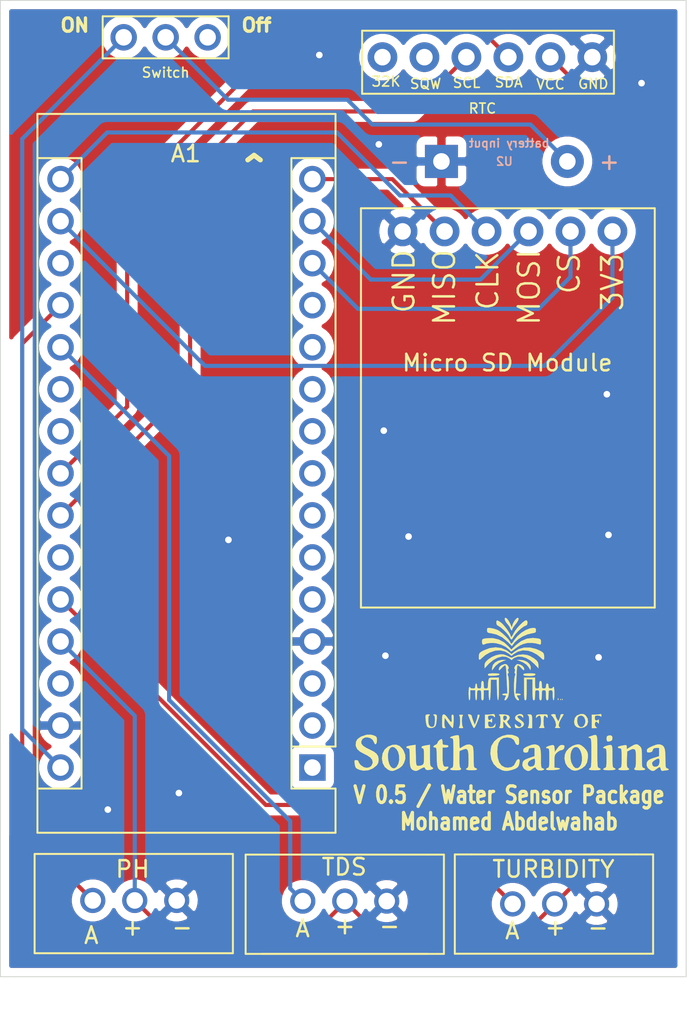
<source format=kicad_pcb>
(kicad_pcb (version 20171130) (host pcbnew "(5.1.12)-1")

  (general
    (thickness 1.6)
    (drawings 18)
    (tracks 73)
    (zones 0)
    (modules 9)
    (nets 34)
  )

  (page A4)
  (layers
    (0 F.Cu signal)
    (31 B.Cu signal)
    (32 B.Adhes user)
    (33 F.Adhes user)
    (34 B.Paste user)
    (35 F.Paste user)
    (36 B.SilkS user)
    (37 F.SilkS user)
    (38 B.Mask user)
    (39 F.Mask user)
    (40 Dwgs.User user)
    (41 Cmts.User user)
    (42 Eco1.User user)
    (43 Eco2.User user)
    (44 Edge.Cuts user)
    (45 Margin user)
    (46 B.CrtYd user)
    (47 F.CrtYd user)
    (48 B.Fab user)
    (49 F.Fab user)
  )

  (setup
    (last_trace_width 0.25)
    (trace_clearance 0.2)
    (zone_clearance 0.508)
    (zone_45_only no)
    (trace_min 0.2)
    (via_size 0.8)
    (via_drill 0.4)
    (via_min_size 0.4)
    (via_min_drill 0.3)
    (uvia_size 0.3)
    (uvia_drill 0.1)
    (uvias_allowed no)
    (uvia_min_size 0.2)
    (uvia_min_drill 0.1)
    (edge_width 0.05)
    (segment_width 0.2)
    (pcb_text_width 0.3)
    (pcb_text_size 1.5 1.5)
    (mod_edge_width 0.12)
    (mod_text_size 1 1)
    (mod_text_width 0.15)
    (pad_size 1.524 1.524)
    (pad_drill 0.762)
    (pad_to_mask_clearance 0)
    (aux_axis_origin 0 0)
    (visible_elements 7FFFF7FF)
    (pcbplotparams
      (layerselection 0x010fc_ffffffff)
      (usegerberextensions false)
      (usegerberattributes true)
      (usegerberadvancedattributes true)
      (creategerberjobfile true)
      (excludeedgelayer true)
      (linewidth 0.100000)
      (plotframeref false)
      (viasonmask false)
      (mode 1)
      (useauxorigin false)
      (hpglpennumber 1)
      (hpglpenspeed 20)
      (hpglpendiameter 15.000000)
      (psnegative false)
      (psa4output false)
      (plotreference true)
      (plotvalue true)
      (plotinvisibletext false)
      (padsonsilk false)
      (subtractmaskfromsilk false)
      (outputformat 1)
      (mirror false)
      (drillshape 1)
      (scaleselection 1)
      (outputdirectory ""))
  )

  (net 0 "")
  (net 1 "Net-(A1-Pad1)")
  (net 2 "Net-(A1-Pad17)")
  (net 3 "Net-(A1-Pad2)")
  (net 4 "Net-(A1-Pad18)")
  (net 5 "Net-(A1-Pad3)")
  (net 6 "Net-(A1-Pad19)")
  (net 7 GND)
  (net 8 "Net-(A1-Pad20)")
  (net 9 "Net-(A1-Pad5)")
  (net 10 "Net-(A1-Pad21)")
  (net 11 "Net-(A1-Pad6)")
  (net 12 "Net-(A1-Pad22)")
  (net 13 "Net-(A1-Pad7)")
  (net 14 "Net-(A1-Pad23)")
  (net 15 "Net-(A1-Pad8)")
  (net 16 "Net-(A1-Pad24)")
  (net 17 "Net-(A1-Pad9)")
  (net 18 "Net-(A1-Pad25)")
  (net 19 "Net-(A1-Pad10)")
  (net 20 "Net-(A1-Pad26)")
  (net 21 "Net-(A1-Pad11)")
  (net 22 "Net-(A1-Pad27)")
  (net 23 "Net-(A1-Pad12)")
  (net 24 "Net-(A1-Pad28)")
  (net 25 "Net-(A1-Pad13)")
  (net 26 "Net-(A1-Pad14)")
  (net 27 "Net-(A1-Pad30)")
  (net 28 "Net-(A1-Pad15)")
  (net 29 "Net-(A1-Pad16)")
  (net 30 "Net-(U2-Pad1)")
  (net 31 "Net-(U3-Pad1)")
  (net 32 "Net-(U7-Pad1)")
  (net 33 "Net-(U7-Pad2)")

  (net_class Default "This is the default net class."
    (clearance 0.2)
    (trace_width 0.25)
    (via_dia 0.8)
    (via_drill 0.4)
    (uvia_dia 0.3)
    (uvia_drill 0.1)
    (add_net GND)
    (add_net "Net-(A1-Pad1)")
    (add_net "Net-(A1-Pad10)")
    (add_net "Net-(A1-Pad11)")
    (add_net "Net-(A1-Pad12)")
    (add_net "Net-(A1-Pad13)")
    (add_net "Net-(A1-Pad14)")
    (add_net "Net-(A1-Pad15)")
    (add_net "Net-(A1-Pad16)")
    (add_net "Net-(A1-Pad17)")
    (add_net "Net-(A1-Pad18)")
    (add_net "Net-(A1-Pad19)")
    (add_net "Net-(A1-Pad2)")
    (add_net "Net-(A1-Pad20)")
    (add_net "Net-(A1-Pad21)")
    (add_net "Net-(A1-Pad22)")
    (add_net "Net-(A1-Pad23)")
    (add_net "Net-(A1-Pad24)")
    (add_net "Net-(A1-Pad25)")
    (add_net "Net-(A1-Pad26)")
    (add_net "Net-(A1-Pad27)")
    (add_net "Net-(A1-Pad28)")
    (add_net "Net-(A1-Pad3)")
    (add_net "Net-(A1-Pad30)")
    (add_net "Net-(A1-Pad5)")
    (add_net "Net-(A1-Pad6)")
    (add_net "Net-(A1-Pad7)")
    (add_net "Net-(A1-Pad8)")
    (add_net "Net-(A1-Pad9)")
    (add_net "Net-(U2-Pad1)")
    (add_net "Net-(U3-Pad1)")
    (add_net "Net-(U7-Pad1)")
    (add_net "Net-(U7-Pad2)")
  )

  (module kicad_footprints:slide_switch (layer F.Cu) (tedit 629F8ADB) (tstamp 629F857C)
    (at 92.5 89.5 180)
    (path /6298FABC)
    (fp_text reference U3 (at 4.9 0.6) (layer F.SilkS) hide
      (effects (font (size 0.5 0.5) (thickness 0.1)))
    )
    (fp_text value SWITCH (at 7.2 0.6) (layer F.Fab) hide
      (effects (font (size 0.5 0.5) (thickness 0.1)))
    )
    (fp_line (start -3.81 2.54) (end -3.81 0) (layer F.SilkS) (width 0.12))
    (fp_line (start 3.81 2.54) (end -3.81 2.54) (layer F.SilkS) (width 0.12))
    (fp_line (start 3.81 0) (end 3.81 2.54) (layer F.SilkS) (width 0.12))
    (fp_line (start -3.81 0) (end 3.81 0) (layer F.SilkS) (width 0.12))
    (fp_text user Switch (at 0 -0.86) (layer F.SilkS)
      (effects (font (size 0.6 0.6) (thickness 0.1)))
    )
    (pad 3 thru_hole circle (at 2.54 1.27 180) (size 1.6 1.6) (drill 1) (layers *.Cu *.Mask)
      (net 27 "Net-(A1-Pad30)"))
    (pad 2 thru_hole circle (at 0 1.27 180) (size 1.6 1.6) (drill 1) (layers *.Cu *.Mask)
      (net 30 "Net-(U2-Pad1)"))
    (pad 1 thru_hole circle (at -2.54 1.27 180) (size 1.6 1.6) (drill 1) (layers *.Cu *.Mask)
      (net 31 "Net-(U3-Pad1)"))
  )

  (module "kicad_footprints:SD Module" (layer F.Cu) (tedit 629F8469) (tstamp 629F85BC)
    (at 122.17 100.53 90)
    (path /629BB9D8)
    (fp_text reference U7 (at 9.9 -18.3 90) (layer F.SilkS) hide
      (effects (font (size 0.6 0.6) (thickness 0.1)))
    )
    (fp_text value RTC (at 8 -10.5) (layer F.SilkS)
      (effects (font (size 0.6 0.6) (thickness 0.1)))
    )
    (fp_line (start 8.89 -2.54) (end 12.7 -2.54) (layer F.SilkS) (width 0.12))
    (fp_line (start 8.89 -17.78) (end 8.89 -2.54) (layer F.SilkS) (width 0.12))
    (fp_line (start 12.7 -17.78) (end 8.89 -17.78) (layer F.SilkS) (width 0.12))
    (fp_line (start 12.7 -17.78) (end 12.7 -2.54) (layer F.SilkS) (width 0.12))
    (fp_text user GND (at 9.49 -3.79) (layer F.SilkS)
      (effects (font (size 0.6 0.6) (thickness 0.1)))
    )
    (fp_text user VCC (at 9.46 -6.38 180) (layer F.SilkS)
      (effects (font (size 0.6 0.6) (thickness 0.1)))
    )
    (fp_text user SDA (at 9.58 -8.91) (layer F.SilkS)
      (effects (font (size 0.6 0.6) (thickness 0.1)))
    )
    (fp_text user SCL (at 9.55 -11.46) (layer F.SilkS)
      (effects (font (size 0.6 0.6) (thickness 0.1)))
    )
    (fp_text user SQW (at 9.49 -13.94) (layer F.SilkS)
      (effects (font (size 0.6 0.6) (thickness 0.1)))
    )
    (fp_text user 32K (at 9.63 -16.33) (layer F.SilkS)
      (effects (font (size 0.6 0.6) (thickness 0.1)))
    )
    (pad 1 thru_hole circle (at 11.1 -16.55 90) (size 1.8 1.8) (drill 1) (layers *.Cu *.Mask)
      (net 32 "Net-(U7-Pad1)"))
    (pad 2 thru_hole circle (at 11.1 -14.01 90) (size 1.8 1.8) (drill 1) (layers *.Cu *.Mask)
      (net 33 "Net-(U7-Pad2)"))
    (pad 3 thru_hole circle (at 11.1 -11.47 90) (size 1.8 1.8) (drill 1) (layers *.Cu *.Mask)
      (net 16 "Net-(A1-Pad24)"))
    (pad 4 thru_hole circle (at 11.1 -8.93 90) (size 1.8 1.8) (drill 1) (layers *.Cu *.Mask)
      (net 14 "Net-(A1-Pad23)"))
    (pad 5 thru_hole circle (at 11.1 -6.39 90) (size 1.8 1.8) (drill 1) (layers *.Cu *.Mask)
      (net 22 "Net-(A1-Pad27)"))
    (pad 6 thru_hole circle (at 11.1 -3.85 90) (size 1.8 1.8) (drill 1) (layers *.Cu *.Mask)
      (net 7 GND))
  )

  (module Module:Arduino_Nano (layer F.Cu) (tedit 58ACAF70) (tstamp 62A00432)
    (at 101.38 132.36 180)
    (descr "Arduino Nano, http://www.mouser.com/pdfdocs/Gravitech_Arduino_Nano3_0.pdf")
    (tags "Arduino Nano")
    (path /6298E2CA)
    (fp_text reference A1 (at 7.66 37.1) (layer F.SilkS)
      (effects (font (size 1 1) (thickness 0.15)))
    )
    (fp_text value Arduino_Nano_v3.x (at 8.89 19.05 90) (layer F.Fab)
      (effects (font (size 1 1) (thickness 0.15)))
    )
    (fp_line (start 1.27 1.27) (end 1.27 -1.27) (layer F.SilkS) (width 0.12))
    (fp_line (start 1.27 -1.27) (end -1.4 -1.27) (layer F.SilkS) (width 0.12))
    (fp_line (start -1.4 1.27) (end -1.4 39.5) (layer F.SilkS) (width 0.12))
    (fp_line (start -1.4 -3.94) (end -1.4 -1.27) (layer F.SilkS) (width 0.12))
    (fp_line (start 13.97 -1.27) (end 16.64 -1.27) (layer F.SilkS) (width 0.12))
    (fp_line (start 13.97 -1.27) (end 13.97 36.83) (layer F.SilkS) (width 0.12))
    (fp_line (start 13.97 36.83) (end 16.64 36.83) (layer F.SilkS) (width 0.12))
    (fp_line (start 1.27 1.27) (end -1.4 1.27) (layer F.SilkS) (width 0.12))
    (fp_line (start 1.27 1.27) (end 1.27 36.83) (layer F.SilkS) (width 0.12))
    (fp_line (start 1.27 36.83) (end -1.4 36.83) (layer F.SilkS) (width 0.12))
    (fp_line (start 3.81 31.75) (end 11.43 31.75) (layer F.Fab) (width 0.1))
    (fp_line (start 11.43 31.75) (end 11.43 41.91) (layer F.Fab) (width 0.1))
    (fp_line (start 11.43 41.91) (end 3.81 41.91) (layer F.Fab) (width 0.1))
    (fp_line (start 3.81 41.91) (end 3.81 31.75) (layer F.Fab) (width 0.1))
    (fp_line (start -1.4 39.5) (end 16.64 39.5) (layer F.SilkS) (width 0.12))
    (fp_line (start 16.64 39.5) (end 16.64 -3.94) (layer F.SilkS) (width 0.12))
    (fp_line (start 16.64 -3.94) (end -1.4 -3.94) (layer F.SilkS) (width 0.12))
    (fp_line (start 16.51 39.37) (end -1.27 39.37) (layer F.Fab) (width 0.1))
    (fp_line (start -1.27 39.37) (end -1.27 -2.54) (layer F.Fab) (width 0.1))
    (fp_line (start -1.27 -2.54) (end 0 -3.81) (layer F.Fab) (width 0.1))
    (fp_line (start 0 -3.81) (end 16.51 -3.81) (layer F.Fab) (width 0.1))
    (fp_line (start 16.51 -3.81) (end 16.51 39.37) (layer F.Fab) (width 0.1))
    (fp_line (start -1.53 -4.06) (end 16.75 -4.06) (layer F.CrtYd) (width 0.05))
    (fp_line (start -1.53 -4.06) (end -1.53 42.16) (layer F.CrtYd) (width 0.05))
    (fp_line (start 16.75 42.16) (end 16.75 -4.06) (layer F.CrtYd) (width 0.05))
    (fp_line (start 16.75 42.16) (end -1.53 42.16) (layer F.CrtYd) (width 0.05))
    (fp_text user %R (at 6.35 19.05 90) (layer F.Fab)
      (effects (font (size 1 1) (thickness 0.15)))
    )
    (pad 1 thru_hole rect (at 0 0 180) (size 1.6 1.6) (drill 1) (layers *.Cu *.Mask)
      (net 1 "Net-(A1-Pad1)"))
    (pad 17 thru_hole oval (at 15.24 33.02 180) (size 1.6 1.6) (drill 1) (layers *.Cu *.Mask)
      (net 2 "Net-(A1-Pad17)"))
    (pad 2 thru_hole oval (at 0 2.54 180) (size 1.6 1.6) (drill 1) (layers *.Cu *.Mask)
      (net 3 "Net-(A1-Pad2)"))
    (pad 18 thru_hole oval (at 15.24 30.48 180) (size 1.6 1.6) (drill 1) (layers *.Cu *.Mask)
      (net 4 "Net-(A1-Pad18)"))
    (pad 3 thru_hole oval (at 0 5.08 180) (size 1.6 1.6) (drill 1) (layers *.Cu *.Mask)
      (net 5 "Net-(A1-Pad3)"))
    (pad 19 thru_hole oval (at 15.24 27.94 180) (size 1.6 1.6) (drill 1) (layers *.Cu *.Mask)
      (net 6 "Net-(A1-Pad19)"))
    (pad 4 thru_hole oval (at 0 7.62 180) (size 1.6 1.6) (drill 1) (layers *.Cu *.Mask)
      (net 7 GND))
    (pad 20 thru_hole oval (at 15.24 25.4 180) (size 1.6 1.6) (drill 1) (layers *.Cu *.Mask)
      (net 8 "Net-(A1-Pad20)"))
    (pad 5 thru_hole oval (at 0 10.16 180) (size 1.6 1.6) (drill 1) (layers *.Cu *.Mask)
      (net 9 "Net-(A1-Pad5)"))
    (pad 21 thru_hole oval (at 15.24 22.86 180) (size 1.6 1.6) (drill 1) (layers *.Cu *.Mask)
      (net 10 "Net-(A1-Pad21)"))
    (pad 6 thru_hole oval (at 0 12.7 180) (size 1.6 1.6) (drill 1) (layers *.Cu *.Mask)
      (net 11 "Net-(A1-Pad6)"))
    (pad 22 thru_hole oval (at 15.24 20.32 180) (size 1.6 1.6) (drill 1) (layers *.Cu *.Mask)
      (net 12 "Net-(A1-Pad22)"))
    (pad 7 thru_hole oval (at 0 15.24 180) (size 1.6 1.6) (drill 1) (layers *.Cu *.Mask)
      (net 13 "Net-(A1-Pad7)"))
    (pad 23 thru_hole oval (at 15.24 17.78 180) (size 1.6 1.6) (drill 1) (layers *.Cu *.Mask)
      (net 14 "Net-(A1-Pad23)"))
    (pad 8 thru_hole oval (at 0 17.78 180) (size 1.6 1.6) (drill 1) (layers *.Cu *.Mask)
      (net 15 "Net-(A1-Pad8)"))
    (pad 24 thru_hole oval (at 15.24 15.24 180) (size 1.6 1.6) (drill 1) (layers *.Cu *.Mask)
      (net 16 "Net-(A1-Pad24)"))
    (pad 9 thru_hole oval (at 0 20.32 180) (size 1.6 1.6) (drill 1) (layers *.Cu *.Mask)
      (net 17 "Net-(A1-Pad9)"))
    (pad 25 thru_hole oval (at 15.24 12.7 180) (size 1.6 1.6) (drill 1) (layers *.Cu *.Mask)
      (net 18 "Net-(A1-Pad25)"))
    (pad 10 thru_hole oval (at 0 22.86 180) (size 1.6 1.6) (drill 1) (layers *.Cu *.Mask)
      (net 19 "Net-(A1-Pad10)"))
    (pad 26 thru_hole oval (at 15.24 10.16 180) (size 1.6 1.6) (drill 1) (layers *.Cu *.Mask)
      (net 20 "Net-(A1-Pad26)"))
    (pad 11 thru_hole oval (at 0 25.4 180) (size 1.6 1.6) (drill 1) (layers *.Cu *.Mask)
      (net 21 "Net-(A1-Pad11)"))
    (pad 27 thru_hole oval (at 15.24 7.62 180) (size 1.6 1.6) (drill 1) (layers *.Cu *.Mask)
      (net 22 "Net-(A1-Pad27)"))
    (pad 12 thru_hole oval (at 0 27.94 180) (size 1.6 1.6) (drill 1) (layers *.Cu *.Mask)
      (net 23 "Net-(A1-Pad12)"))
    (pad 28 thru_hole oval (at 15.24 5.08 180) (size 1.6 1.6) (drill 1) (layers *.Cu *.Mask)
      (net 24 "Net-(A1-Pad28)"))
    (pad 13 thru_hole oval (at 0 30.48 180) (size 1.6 1.6) (drill 1) (layers *.Cu *.Mask)
      (net 25 "Net-(A1-Pad13)"))
    (pad 29 thru_hole oval (at 15.24 2.54 180) (size 1.6 1.6) (drill 1) (layers *.Cu *.Mask)
      (net 7 GND))
    (pad 14 thru_hole oval (at 0 33.02 180) (size 1.6 1.6) (drill 1) (layers *.Cu *.Mask)
      (net 26 "Net-(A1-Pad14)"))
    (pad 30 thru_hole oval (at 15.24 0 180) (size 1.6 1.6) (drill 1) (layers *.Cu *.Mask)
      (net 27 "Net-(A1-Pad30)"))
    (pad 15 thru_hole oval (at 0 35.56 180) (size 1.6 1.6) (drill 1) (layers *.Cu *.Mask)
      (net 28 "Net-(A1-Pad15)"))
    (pad 16 thru_hole oval (at 15.24 35.56 180) (size 1.6 1.6) (drill 1) (layers *.Cu *.Mask)
      (net 29 "Net-(A1-Pad16)"))
    (model ${KISYS3DMOD}/Module.3dshapes/Arduino_Nano_WithMountingHoles.wrl
      (at (xyz 0 0 0))
      (scale (xyz 1 1 1))
      (rotate (xyz 0 0 0))
    )
  )

  (module PCBINSITU:SD (layer F.Cu) (tedit 629F8046) (tstamp 629F8564)
    (at 123.37 112.53 90)
    (path /629A42A1)
    (fp_text reference U1 (at -1.48 -7.73 90) (layer F.SilkS) hide
      (effects (font (size 1 1) (thickness 0.15)))
    )
    (fp_text value SD (at -1.27 -11.43 90) (layer F.Fab) hide
      (effects (font (size 1 1) (thickness 0.15)))
    )
    (fp_line (start -10.16 -19.05) (end 13.97 -19.05) (layer F.SilkS) (width 0.12))
    (fp_line (start -10.16 -1.27) (end -10.16 -19.05) (layer F.SilkS) (width 0.12))
    (fp_line (start 13.97 -1.27) (end -10.16 -1.27) (layer F.SilkS) (width 0.12))
    (fp_line (start 13.97 -19.05) (end 13.97 -1.27) (layer F.SilkS) (width 0.12))
    (fp_text user GND (at 9.56 -16.45 270) (layer F.SilkS)
      (effects (font (size 1.27 1.27) (thickness 0.15)))
    )
    (fp_text user MISO (at 9.19 -14 270) (layer F.SilkS)
      (effects (font (size 1.27 1.27) (thickness 0.15)))
    )
    (fp_text user CLK (at 9.59 -11.38 270) (layer F.SilkS)
      (effects (font (size 1.27 1.27) (thickness 0.15)))
    )
    (fp_text user MOSI (at 9.19 -8.87 270) (layer F.SilkS)
      (effects (font (size 1.27 1.27) (thickness 0.15)))
    )
    (fp_text user CS (at 10.02 -6.45 270) (layer F.SilkS)
      (effects (font (size 1.27 1.27) (thickness 0.15)))
    )
    (fp_text user 3V3 (at 9.51 -3.83 270) (layer F.SilkS)
      (effects (font (size 1.27 1.27) (thickness 0.15)))
    )
    (fp_text user "Micro SD Module" (at 4.63 -10.19 180) (layer F.SilkS)
      (effects (font (size 1 1) (thickness 0.15)))
    )
    (pad 1 thru_hole circle (at 12.57 -3.83 270) (size 1.8 1.8) (drill 1) (layers *.Cu *.Mask)
      (net 2 "Net-(A1-Pad17)"))
    (pad 2 thru_hole circle (at 12.57 -6.37 270) (size 1.8 1.8) (drill 1) (layers *.Cu *.Mask)
      (net 25 "Net-(A1-Pad13)"))
    (pad 3 thru_hole circle (at 12.57 -8.91 270) (size 1.8 1.8) (drill 1) (layers *.Cu *.Mask)
      (net 26 "Net-(A1-Pad14)"))
    (pad 4 thru_hole circle (at 12.57 -11.45 270) (size 1.8 1.8) (drill 1) (layers *.Cu *.Mask)
      (net 29 "Net-(A1-Pad16)"))
    (pad 5 thru_hole circle (at 12.57 -13.99 270) (size 1.8 1.8) (drill 1) (layers *.Cu *.Mask)
      (net 28 "Net-(A1-Pad15)"))
    (pad 6 thru_hole circle (at 12.57 -16.53 270) (size 1.8 1.8) (drill 1) (layers *.Cu *.Mask)
      (net 7 GND))
  )

  (module kicad_footprints:Battery_Input (layer B.Cu) (tedit 60E0B0ED) (tstamp 62A004B2)
    (at 113 97)
    (path /629927B4)
    (fp_text reference U2 (at 0 -1.27) (layer B.SilkS)
      (effects (font (size 0.5 0.5) (thickness 0.1)) (justify mirror))
    )
    (fp_text value BATTERY (at -0.1 -0.5) (layer B.Fab)
      (effects (font (size 0.5 0.5) (thickness 0.1)) (justify mirror))
    )
    (fp_text user "battery input" (at 0.29 -2.37) (layer B.SilkS)
      (effects (font (size 0.5 0.5) (thickness 0.1)) (justify mirror))
    )
    (fp_text user - (at -6.35 -1.27) (layer B.SilkS)
      (effects (font (size 1 1) (thickness 0.15)) (justify mirror))
    )
    (fp_text user + (at 6.35 -1.27) (layer B.SilkS)
      (effects (font (size 1 1) (thickness 0.15)) (justify mirror))
    )
    (pad 2 thru_hole rect (at -3.81 -1.27) (size 2 2) (drill 1) (layers *.Cu *.Mask)
      (net 7 GND))
    (pad 1 thru_hole circle (at 3.81 -1.27) (size 2 2) (drill 1) (layers *.Cu *.Mask)
      (net 30 "Net-(U2-Pad1)"))
  )

  (module kicad_footprints:turbidity_rails (layer F.Cu) (tedit 62461570) (tstamp 62A004EA)
    (at 124 147.61)
    (path /6299C203)
    (fp_text reference U4 (at -8.52 -9.11) (layer F.SilkS) hide
      (effects (font (size 1 1) (thickness 0.15)))
    )
    (fp_text value TURBIDITY (at -8.03 -9.11) (layer F.SilkS)
      (effects (font (size 1 1) (thickness 0.15)))
    )
    (fp_line (start -3 -10) (end -13 -10) (layer F.SilkS) (width 0.12))
    (fp_line (start -3 -10) (end -2 -10) (layer F.SilkS) (width 0.12))
    (fp_line (start -14 -10) (end -13 -10) (layer F.SilkS) (width 0.12))
    (fp_line (start -14 -10) (end -14 -4) (layer F.SilkS) (width 0.12))
    (fp_line (start -14 -4) (end -2 -4) (layer F.SilkS) (width 0.12))
    (fp_line (start -2 -4) (end -2 -10) (layer F.SilkS) (width 0.12))
    (pad 3 thru_hole circle (at -5.42 -7.01) (size 1.524 1.524) (drill 1) (layers *.Cu *.Mask)
      (net 7 GND))
    (pad 2 thru_hole circle (at -7.96 -7.01) (size 1.524 1.524) (drill 1) (layers *.Cu *.Mask)
      (net 22 "Net-(A1-Pad27)"))
    (pad 1 thru_hole circle (at -10.5 -7.01) (size 1.524 1.524) (drill 1) (layers *.Cu *.Mask)
      (net 20 "Net-(A1-Pad26)"))
  )

  (module kicad_footprints:phraails (layer F.Cu) (tedit 624611C6) (tstamp 62A003E2)
    (at 99.57 135.98)
    (path /62994B8A)
    (fp_text reference U5 (at -9.08 2.46) (layer F.SilkS) hide
      (effects (font (size 1 1) (thickness 0.15)))
    )
    (fp_text value PH (at -9.07 2.52) (layer F.SilkS)
      (effects (font (size 1 1) (thickness 0.15)))
    )
    (fp_line (start -15 1.6) (end -3 1.6) (layer F.SilkS) (width 0.12))
    (fp_line (start -15 1.6) (end -15 7.6) (layer F.SilkS) (width 0.12))
    (fp_line (start -15 7.6) (end -3 7.6) (layer F.SilkS) (width 0.12))
    (fp_line (start -3 7.6) (end -3 1.6) (layer F.SilkS) (width 0.12))
    (pad 3 thru_hole circle (at -6.4 4.41) (size 1.524 1.524) (drill 1) (layers *.Cu *.Mask)
      (net 7 GND))
    (pad 2 thru_hole circle (at -8.94 4.41) (size 1.524 1.524) (drill 1) (layers *.Cu *.Mask)
      (net 22 "Net-(A1-Pad27)"))
    (pad 1 thru_hole circle (at -11.48 4.41) (size 1.524 1.524) (drill 1) (layers *.Cu *.Mask)
      (net 6 "Net-(A1-Pad19)"))
  )

  (module kicad_footprints:sensor_rails (layer F.Cu) (tedit 62461201) (tstamp 62A003B4)
    (at 103.34 136.62)
    (path /62998311)
    (fp_text reference U6 (at -4.27 1.8) (layer F.SilkS) hide
      (effects (font (size 1 1) (thickness 0.15)))
    )
    (fp_text value TDS (at -0.03 1.75) (layer F.SilkS)
      (effects (font (size 1 1) (thickness 0.15)))
    )
    (fp_line (start -5 7) (end 5 7) (layer F.SilkS) (width 0.12))
    (fp_line (start 5 1) (end -5 1) (layer F.SilkS) (width 0.12))
    (fp_line (start 5 1) (end 6 1) (layer F.SilkS) (width 0.12))
    (fp_line (start 6 1) (end 6 7) (layer F.SilkS) (width 0.12))
    (fp_line (start 6 7) (end 5 7) (layer F.SilkS) (width 0.12))
    (fp_line (start 5 7) (end -5 7) (layer F.SilkS) (width 0.12))
    (fp_line (start -5 7) (end -6 7) (layer F.SilkS) (width 0.12))
    (fp_line (start -6 7) (end -6 1) (layer F.SilkS) (width 0.12))
    (fp_line (start -6 1) (end -5 1) (layer F.SilkS) (width 0.12))
    (fp_text user - (at 2.71 5.3) (layer F.SilkS)
      (effects (font (size 1 1) (thickness 0.15)))
    )
    (fp_text user + (at 0.01 5.3) (layer F.SilkS)
      (effects (font (size 1 1) (thickness 0.15)))
    )
    (fp_text user A (at -2.55 5.47) (layer F.SilkS)
      (effects (font (size 1 1) (thickness 0.15)))
    )
    (pad 3 thru_hole circle (at 2.54 3.81) (size 1.524 1.524) (drill 1) (layers *.Cu *.Mask)
      (net 7 GND))
    (pad 2 thru_hole circle (at 0 3.81) (size 1.524 1.524) (drill 1) (layers *.Cu *.Mask)
      (net 22 "Net-(A1-Pad27)"))
    (pad 1 thru_hole circle (at -2.54 3.81) (size 1.524 1.524) (drill 1) (layers *.Cu *.Mask)
      (net 8 "Net-(A1-Pad20)"))
  )

  (module kicad_footprints:uofsc_logo_0_75in (layer F.Cu) (tedit 0) (tstamp 62A00346)
    (at 113.43 127.89)
    (path /629EDCE2)
    (fp_text reference "" (at 0 0) (layer F.SilkS) hide
      (effects (font (size 1 0.8) (thickness 0.2)))
    )
    (fp_text value 74HC237 (at 0.75 0) (layer F.SilkS) hide
      (effects (font (size 1 0.8) (thickness 0.2)))
    )
    (fp_poly (pts (xy -8.30972 2.539753) (xy -8.205442 2.593343) (xy -8.157551 2.663538) (xy -8.144587 2.788147)
      (xy -8.144289 2.831225) (xy -8.163295 2.978781) (xy -8.209556 3.053998) (xy -8.266937 3.04855)
      (xy -8.319302 2.95411) (xy -8.327292 2.925666) (xy -8.406961 2.785226) (xy -8.545422 2.68849)
      (xy -8.712252 2.642606) (xy -8.877031 2.654723) (xy -9.009338 2.73199) (xy -9.032184 2.760023)
      (xy -9.098533 2.902979) (xy -9.082195 3.033665) (xy -8.978217 3.159004) (xy -8.78165 3.285916)
      (xy -8.590553 3.377536) (xy -8.334413 3.507737) (xy -8.166366 3.64015) (xy -8.073438 3.789181)
      (xy -8.042652 3.969238) (xy -8.042485 3.986045) (xy -8.065664 4.177268) (xy -8.145322 4.320097)
      (xy -8.162746 4.339747) (xy -8.394002 4.523287) (xy -8.664733 4.631821) (xy -8.948423 4.658302)
      (xy -9.181424 4.610488) (xy -9.335053 4.547139) (xy -9.419549 4.479709) (xy -9.463009 4.37394)
      (xy -9.48728 4.237575) (xy -9.503271 4.102521) (xy -9.488773 4.039916) (xy -9.431583 4.02206)
      (xy -9.391985 4.021242) (xy -9.287882 4.048674) (xy -9.264128 4.10151) (xy -9.230239 4.186253)
      (xy -9.145852 4.298346) (xy -9.115339 4.330568) (xy -8.947338 4.446921) (xy -8.770157 4.487935)
      (xy -8.606057 4.45951) (xy -8.477301 4.367548) (xy -8.40615 4.217949) (xy -8.398798 4.140636)
      (xy -8.433084 3.992947) (xy -8.542539 3.859534) (xy -8.73706 3.73082) (xy -8.908329 3.647569)
      (xy -9.171093 3.505192) (xy -9.338842 3.351408) (xy -9.41828 3.179008) (xy -9.427014 3.08975)
      (xy -9.403456 2.897593) (xy -9.321001 2.75457) (xy -9.161977 2.635646) (xy -9.074109 2.58977)
      (xy -8.77493 2.488791) (xy -8.492283 2.486553) (xy -8.30972 2.539753)) (layer F.SilkS) (width 0.01))
    (fp_poly (pts (xy -6.776045 3.166116) (xy -6.601744 3.337029) (xy -6.528157 3.459382) (xy -6.435137 3.704151)
      (xy -6.425628 3.927191) (xy -6.499169 4.164325) (xy -6.518511 4.20576) (xy -6.617628 4.363348)
      (xy -6.756436 4.481188) (xy -6.884818 4.552693) (xy -7.070432 4.638401) (xy -7.203466 4.674201)
      (xy -7.318802 4.662279) (xy -7.451323 4.604821) (xy -7.479427 4.589954) (xy -7.667973 4.433357)
      (xy -7.790509 4.20899) (xy -7.838505 3.933108) (xy -7.838878 3.904979) (xy -7.819904 3.775233)
      (xy -7.482565 3.775233) (xy -7.460776 4.037178) (xy -7.40131 4.253782) (xy -7.31302 4.413976)
      (xy -7.20476 4.506691) (xy -7.085383 4.52086) (xy -6.963742 4.445415) (xy -6.954444 4.43547)
      (xy -6.844919 4.246182) (xy -6.793393 4.006983) (xy -6.799765 3.751561) (xy -6.863933 3.513602)
      (xy -6.957689 3.357401) (xy -7.096517 3.241315) (xy -7.227607 3.219128) (xy -7.341059 3.282957)
      (xy -7.426971 3.424921) (xy -7.475442 3.637138) (xy -7.482565 3.775233) (xy -7.819904 3.775233)
      (xy -7.796018 3.611903) (xy -7.669491 3.376093) (xy -7.462374 3.201528) (xy -7.218426 3.102416)
      (xy -6.984623 3.086351) (xy -6.776045 3.166116)) (layer F.SilkS) (width 0.01))
    (fp_poly (pts (xy -4.937475 3.732986) (xy -4.936246 4.000459) (xy -4.930808 4.184092) (xy -4.918532 4.301834)
      (xy -4.896791 4.371636) (xy -4.862958 4.411449) (xy -4.835672 4.428457) (xy -4.747358 4.495384)
      (xy -4.758368 4.549739) (xy -4.869562 4.592944) (xy -4.943774 4.607677) (xy -5.100168 4.619716)
      (xy -5.192982 4.579008) (xy -5.253041 4.470904) (xy -5.257462 4.458599) (xy -5.305819 4.455925)
      (xy -5.412803 4.498392) (xy -5.504545 4.547677) (xy -5.654818 4.632047) (xy -5.753739 4.6697)
      (xy -5.836551 4.667447) (xy -5.938497 4.632096) (xy -5.939458 4.631708) (xy -6.030907 4.577239)
      (xy -6.093893 4.489045) (xy -6.133122 4.35031) (xy -6.153295 4.144222) (xy -6.159116 3.853965)
      (xy -6.159118 3.846432) (xy -6.16038 3.607121) (xy -6.16643 3.45166) (xy -6.180665 3.362103)
      (xy -6.206482 3.320506) (xy -6.247276 3.308926) (xy -6.260922 3.308617) (xy -6.345542 3.282409)
      (xy -6.359648 3.225749) (xy -6.324549 3.189323) (xy -6.255101 3.168406) (xy -6.12261 3.142196)
      (xy -6.046201 3.129879) (xy -5.806028 3.093934) (xy -5.791692 3.723019) (xy -5.785045 3.98499)
      (xy -5.776817 4.162357) (xy -5.76338 4.272295) (xy -5.741109 4.331983) (xy -5.706377 4.358598)
      (xy -5.655556 4.369319) (xy -5.655229 4.369365) (xy -5.514617 4.358666) (xy -5.413446 4.322587)
      (xy -5.357277 4.285799) (xy -5.322108 4.233877) (xy -5.303059 4.144834) (xy -5.295246 3.996682)
      (xy -5.293788 3.783583) (xy -5.296598 3.555423) (xy -5.306871 3.411781) (xy -5.327367 3.335479)
      (xy -5.360848 3.309341) (xy -5.370141 3.308617) (xy -5.438729 3.276326) (xy -5.432071 3.211609)
      (xy -5.403462 3.186226) (xy -5.329589 3.162067) (xy -5.197392 3.134062) (xy -5.148953 3.125815)
      (xy -4.937475 3.091998) (xy -4.937475 3.732986)) (layer F.SilkS) (width 0.01))
    (fp_poly (pts (xy -4.192819 2.794066) (xy -4.1742 2.909389) (xy -4.173948 2.926853) (xy -4.166068 3.046259)
      (xy -4.121612 3.095229) (xy -4.009352 3.104987) (xy -3.995792 3.10501) (xy -3.864024 3.121567)
      (xy -3.817958 3.174408) (xy -3.817635 3.181362) (xy -3.856269 3.237834) (xy -3.979566 3.257577)
      (xy -3.995792 3.257715) (xy -4.173948 3.257715) (xy -4.173948 3.785951) (xy -4.167807 4.066238)
      (xy -4.146097 4.257446) (xy -4.103892 4.371741) (xy -4.036266 4.421292) (xy -3.93829 4.418266)
      (xy -3.91971 4.413779) (xy -3.835335 4.413532) (xy -3.819131 4.460581) (xy -3.865385 4.532185)
      (xy -3.967813 4.605306) (xy -4.0942 4.664503) (xy -4.18212 4.675302) (xy -4.281751 4.639369)
      (xy -4.326391 4.617215) (xy -4.401396 4.563877) (xy -4.454706 4.481088) (xy -4.490071 4.352488)
      (xy -4.511243 4.161713) (xy -4.52197 3.892404) (xy -4.524238 3.754008) (xy -4.52853 3.525669)
      (xy -4.537403 3.380501) (xy -4.554905 3.299874) (xy -4.585084 3.265156) (xy -4.631987 3.257715)
      (xy -4.632064 3.257715) (xy -4.718772 3.235262) (xy -4.721762 3.182559) (xy -4.644699 3.121589)
      (xy -4.606613 3.10501) (xy -4.511948 3.045765) (xy -4.479359 2.986904) (xy -4.440078 2.895905)
      (xy -4.350381 2.803602) (xy -4.252488 2.750911) (xy -4.233567 2.748697) (xy -4.192819 2.794066)) (layer F.SilkS) (width 0.01))
    (fp_poly (pts (xy 0.030924 2.494155) (xy 0.267234 2.567164) (xy 0.387266 2.633662) (xy 0.44243 2.706677)
      (xy 0.457627 2.827248) (xy 0.458116 2.881751) (xy 0.450618 3.023511) (xy 0.420833 3.089466)
      (xy 0.361831 3.10501) (xy 0.271513 3.05898) (xy 0.23396 2.979164) (xy 0.141864 2.797923)
      (xy -0.022336 2.685595) (xy -0.251733 2.646894) (xy -0.252781 2.646893) (xy -0.488595 2.681042)
      (xy -0.66416 2.78673) (xy -0.782884 2.968821) (xy -0.848173 3.232179) (xy -0.864213 3.519917)
      (xy -0.834488 3.876721) (xy -0.748458 4.152567) (xy -0.607288 4.345697) (xy -0.41214 4.454355)
      (xy -0.229058 4.479358) (xy -0.003529 4.443601) (xy 0.155792 4.332677) (xy 0.254561 4.148339)
      (xy 0.323899 4.012623) (xy 0.411763 3.97034) (xy 0.471858 3.982384) (xy 0.492603 4.036284)
      (xy 0.482175 4.158696) (xy 0.478122 4.186673) (xy 0.439917 4.345581) (xy 0.367101 4.454954)
      (xy 0.237528 4.535615) (xy 0.029822 4.608157) (xy -0.186827 4.662451) (xy -0.354225 4.674181)
      (xy -0.515166 4.644277) (xy -0.585371 4.62155) (xy -0.865501 4.473458) (xy -1.078089 4.254143)
      (xy -1.215897 3.974401) (xy -1.271691 3.645026) (xy -1.272545 3.596322) (xy -1.260106 3.400983)
      (xy -1.228298 3.22036) (xy -1.203319 3.141551) (xy -1.048026 2.894888) (xy -0.824286 2.697962)
      (xy -0.554768 2.559629) (xy -0.262142 2.488741) (xy 0.030924 2.494155)) (layer F.SilkS) (width 0.01))
    (fp_poly (pts (xy 1.461964 3.078522) (xy 1.587009 3.115449) (xy 1.675338 3.1824) (xy 1.732919 3.294908)
      (xy 1.765721 3.468503) (xy 1.779713 3.718715) (xy 1.781563 3.910079) (xy 1.782851 4.161039)
      (xy 1.788751 4.32835) (xy 1.802312 4.430154) (xy 1.826584 4.484591) (xy 1.86462 4.509806)
      (xy 1.883367 4.515511) (xy 1.97289 4.55543) (xy 1.966301 4.597204) (xy 1.868843 4.633168)
      (xy 1.794288 4.645734) (xy 1.619479 4.638195) (xy 1.506978 4.555619) (xy 1.461994 4.462336)
      (xy 1.41584 4.457606) (xy 1.319492 4.507077) (xy 1.264472 4.545907) (xy 1.136373 4.636863)
      (xy 1.048182 4.67215) (xy 0.962687 4.662554) (xy 0.916232 4.646854) (xy 0.755034 4.542097)
      (xy 0.671056 4.384728) (xy 0.662503 4.306038) (xy 0.673324 4.201238) (xy 0.987178 4.201238)
      (xy 0.997605 4.320175) (xy 1.020063 4.354547) (xy 1.131469 4.422956) (xy 1.278893 4.398752)
      (xy 1.326793 4.375764) (xy 1.398202 4.300713) (xy 1.424487 4.161898) (xy 1.42525 4.121255)
      (xy 1.422066 3.987485) (xy 1.395857 3.932548) (xy 1.321634 3.942047) (xy 1.199462 3.991144)
      (xy 1.058396 4.083596) (xy 0.987178 4.201238) (xy 0.673324 4.201238) (xy 0.677226 4.163459)
      (xy 0.732298 4.061499) (xy 0.846584 3.98135) (xy 1.038946 3.904206) (xy 1.079258 3.890542)
      (xy 1.399799 3.783516) (xy 1.399799 3.283166) (xy 1.221643 3.283166) (xy 1.099488 3.293634)
      (xy 1.044935 3.341074) (xy 1.02738 3.423146) (xy 0.998154 3.524687) (xy 0.920257 3.560517)
      (xy 0.861949 3.563126) (xy 0.754419 3.548721) (xy 0.715783 3.487845) (xy 0.712625 3.43523)
      (xy 0.728036 3.356195) (xy 0.788152 3.290435) (xy 0.913798 3.219622) (xy 1.00531 3.177652)
      (xy 1.230076 3.094665) (xy 1.402266 3.071963) (xy 1.461964 3.078522)) (layer F.SilkS) (width 0.01))
    (fp_poly (pts (xy 4.093892 3.074699) (xy 4.201367 3.120662) (xy 4.235169 3.139948) (xy 4.377607 3.250323)
      (xy 4.507324 3.392724) (xy 4.521867 3.413173) (xy 4.592759 3.538647) (xy 4.623344 3.667586)
      (xy 4.622977 3.844436) (xy 4.620546 3.881946) (xy 4.571697 4.153331) (xy 4.461195 4.355051)
      (xy 4.2775 4.50606) (xy 4.221964 4.536491) (xy 4.007406 4.629691) (xy 3.838176 4.658319)
      (xy 3.683448 4.625364) (xy 3.617646 4.595058) (xy 3.402175 4.430753) (xy 3.264549 4.20689)
      (xy 3.209737 3.935) (xy 3.214834 3.869155) (xy 3.56414 3.869155) (xy 3.600982 4.095677)
      (xy 3.640019 4.208542) (xy 3.749616 4.403964) (xy 3.872686 4.504978) (xy 4.0037 4.509021)
      (xy 4.120207 4.431296) (xy 4.214933 4.278749) (xy 4.263348 4.076334) (xy 4.268743 3.849953)
      (xy 4.23441 3.625507) (xy 4.163642 3.428896) (xy 4.05973 3.286022) (xy 3.967709 3.231429)
      (xy 3.82919 3.231667) (xy 3.713404 3.313956) (xy 3.62652 3.459898) (xy 3.574709 3.651097)
      (xy 3.56414 3.869155) (xy 3.214834 3.869155) (xy 3.228513 3.692474) (xy 3.31312 3.490734)
      (xy 3.474274 3.306606) (xy 3.686929 3.164284) (xy 3.834021 3.107548) (xy 3.987562 3.071629)
      (xy 4.093892 3.074699)) (layer F.SilkS) (width 0.01))
    (fp_poly (pts (xy 8.96694 3.073691) (xy 9.021315 3.086531) (xy 9.137296 3.136105) (xy 9.219045 3.217988)
      (xy 9.27201 3.347991) (xy 9.30164 3.541928) (xy 9.313382 3.815612) (xy 9.314279 3.936929)
      (xy 9.31603 4.181141) (xy 9.322686 4.342166) (xy 9.337545 4.438607) (xy 9.363905 4.489068)
      (xy 9.405063 4.512153) (xy 9.416833 4.515511) (xy 9.506046 4.561344) (xy 9.501928 4.609367)
      (xy 9.407396 4.632724) (xy 9.404108 4.632759) (xy 9.255767 4.647258) (xy 9.177358 4.663543)
      (xy 9.088563 4.665905) (xy 9.041135 4.594075) (xy 9.03186 4.561044) (xy 9.002725 4.467226)
      (xy 8.962746 4.438173) (xy 8.887916 4.473385) (xy 8.776036 4.555711) (xy 8.652254 4.64418)
      (xy 8.566837 4.675199) (xy 8.479044 4.655399) (xy 8.398797 4.617098) (xy 8.250862 4.496213)
      (xy 8.178638 4.336106) (xy 8.190631 4.194487) (xy 8.500601 4.194487) (xy 8.534716 4.346972)
      (xy 8.629461 4.421769) (xy 8.773436 4.413133) (xy 8.86026 4.375764) (xy 8.919036 4.304038)
      (xy 8.954432 4.187017) (xy 8.963734 4.060249) (xy 8.944227 3.959285) (xy 8.89509 3.919629)
      (xy 8.795043 3.948299) (xy 8.672936 4.017428) (xy 8.564116 4.102388) (xy 8.503928 4.178553)
      (xy 8.500601 4.194487) (xy 8.190631 4.194487) (xy 8.19319 4.164274) (xy 8.205138 4.135771)
      (xy 8.26924 4.046285) (xy 8.380338 3.97346) (xy 8.563098 3.90198) (xy 8.602405 3.889074)
      (xy 8.933266 3.782356) (xy 8.933266 3.283166) (xy 8.757405 3.283166) (xy 8.631812 3.296641)
      (xy 8.571044 3.351528) (xy 8.551797 3.41042) (xy 8.50272 3.507032) (xy 8.395303 3.549084)
      (xy 8.358621 3.553625) (xy 8.245632 3.554779) (xy 8.201507 3.513889) (xy 8.19519 3.444824)
      (xy 8.209521 3.371687) (xy 8.265713 3.309685) (xy 8.383563 3.242931) (xy 8.525669 3.179616)
      (xy 8.719368 3.103819) (xy 8.855739 3.070524) (xy 8.96694 3.073691)) (layer F.SilkS) (width 0.01))
    (fp_poly (pts (xy -3.210975 2.518085) (xy -3.204203 2.521253) (xy -3.180857 2.583196) (xy -3.163715 2.719242)
      (xy -3.156044 2.901735) (xy -3.155912 2.929857) (xy -3.152637 3.111553) (xy -3.143979 3.245651)
      (xy -3.131689 3.307173) (xy -3.12937 3.308617) (xy -3.074853 3.282922) (xy -2.966872 3.217767)
      (xy -2.903397 3.17664) (xy -2.714255 3.089722) (xy -2.538159 3.076897) (xy -2.398215 3.136893)
      (xy -2.34106 3.207604) (xy -2.320808 3.29469) (xy -2.304431 3.458845) (xy -2.293771 3.675355)
      (xy -2.290581 3.884704) (xy -2.28931 4.136654) (xy -2.283481 4.304889) (xy -2.270075 4.407483)
      (xy -2.246074 4.462515) (xy -2.208456 4.488059) (xy -2.188778 4.494107) (xy -2.106163 4.538948)
      (xy -2.086974 4.576397) (xy -2.135354 4.608632) (xy -2.271574 4.627722) (xy -2.417836 4.632064)
      (xy -2.605735 4.621967) (xy -2.721355 4.594888) (xy -2.755563 4.555649) (xy -2.699222 4.509069)
      (xy -2.672345 4.497766) (xy -2.635756 4.46296) (xy -2.612512 4.380814) (xy -2.600107 4.233974)
      (xy -2.596039 4.005082) (xy -2.595992 3.96853) (xy -2.602126 3.686926) (xy -2.624762 3.495728)
      (xy -2.670255 3.384046) (xy -2.744959 3.340988) (xy -2.855227 3.355665) (xy -2.936116 3.385559)
      (xy -3.056853 3.434126) (xy -3.12997 3.460009) (xy -3.136677 3.461322) (xy -3.144752 3.508631)
      (xy -3.151157 3.63619) (xy -3.155079 3.822451) (xy -3.155912 3.97034) (xy -3.151073 4.206805)
      (xy -3.137532 4.377765) (xy -3.116758 4.468554) (xy -3.10501 4.479358) (xy -3.059851 4.520587)
      (xy -3.054108 4.555711) (xy -3.076197 4.598538) (xy -3.155124 4.622342) (xy -3.309881 4.631505)
      (xy -3.38497 4.632064) (xy -3.576564 4.623924) (xy -3.690026 4.601005) (xy -3.715832 4.576397)
      (xy -3.673337 4.520109) (xy -3.614028 4.494107) (xy -3.577244 4.479412) (xy -3.550572 4.447827)
      (xy -3.532393 4.384857) (xy -3.521088 4.276006) (xy -3.515039 4.106779) (xy -3.512626 3.86268)
      (xy -3.512225 3.58264) (xy -3.512738 3.26332) (xy -3.515355 3.03174) (xy -3.521694 2.87384)
      (xy -3.533373 2.775558) (xy -3.55201 2.722832) (xy -3.579223 2.7016) (xy -3.614028 2.697795)
      (xy -3.69678 2.678986) (xy -3.715832 2.652936) (xy -3.671413 2.614871) (xy -3.562381 2.573001)
      (xy -3.425073 2.536678) (xy -3.295825 2.515255) (xy -3.210975 2.518085)) (layer F.SilkS) (width 0.01))
    (fp_poly (pts (xy 3.174884 3.127532) (xy 3.206813 3.177199) (xy 3.174137 3.327789) (xy 3.081133 3.403388)
      (xy 3.028594 3.41042) (xy 2.918828 3.444056) (xy 2.788983 3.527809) (xy 2.75408 3.558097)
      (xy 2.672991 3.640568) (xy 2.625733 3.719573) (xy 2.603224 3.825632) (xy 2.59638 3.989268)
      (xy 2.595992 4.089341) (xy 2.595992 4.472908) (xy 2.761423 4.488859) (xy 2.893458 4.511171)
      (xy 2.933597 4.539971) (xy 2.891114 4.570427) (xy 2.775286 4.597708) (xy 2.595388 4.616986)
      (xy 2.506914 4.621397) (xy 2.27298 4.623647) (xy 2.134697 4.6101) (xy 2.087066 4.580246)
      (xy 2.086974 4.578455) (xy 2.129492 4.520482) (xy 2.188777 4.494107) (xy 2.232838 4.475266)
      (xy 2.261989 4.434129) (xy 2.279275 4.352565) (xy 2.287743 4.212442) (xy 2.290437 3.995629)
      (xy 2.290581 3.888051) (xy 2.289481 3.638037) (xy 2.284153 3.472511) (xy 2.271557 3.374164)
      (xy 2.248652 3.325688) (xy 2.212395 3.309773) (xy 2.188777 3.308617) (xy 2.100101 3.291484)
      (xy 2.096889 3.249682) (xy 2.170596 3.197604) (xy 2.277855 3.158588) (xy 2.446187 3.117438)
      (xy 2.541198 3.119695) (xy 2.586176 3.176664) (xy 2.604411 3.299651) (xy 2.60579 3.31778)
      (xy 2.621443 3.53055) (xy 2.768345 3.31778) (xy 2.877776 3.180929) (xy 2.976032 3.117219)
      (xy 3.061031 3.10501) (xy 3.174884 3.127532)) (layer F.SilkS) (width 0.01))
    (fp_poly (pts (xy 5.103843 2.504332) (xy 5.148772 2.549355) (xy 5.175246 2.646915) (xy 5.188077 2.808496)
      (xy 5.192076 3.04558) (xy 5.192055 3.369651) (xy 5.191984 3.480836) (xy 5.192463 3.821022)
      (xy 5.194817 4.073096) (xy 5.200423 4.250751) (xy 5.210654 4.367679) (xy 5.226888 4.437569)
      (xy 5.250499 4.474115) (xy 5.282864 4.491007) (xy 5.293787 4.494107) (xy 5.376402 4.538948)
      (xy 5.395591 4.576397) (xy 5.34684 4.608106) (xy 5.208011 4.627137) (xy 5.039278 4.632064)
      (xy 4.849504 4.625049) (xy 4.724452 4.605879) (xy 4.682966 4.579564) (xy 4.723643 4.517579)
      (xy 4.759318 4.497766) (xy 4.787636 4.472122) (xy 4.808189 4.411111) (xy 4.822123 4.301106)
      (xy 4.830581 4.12848) (xy 4.83471 3.879607) (xy 4.835671 3.589068) (xy 4.83527 3.270918)
      (xy 4.832839 3.03984) (xy 4.826535 2.881103) (xy 4.814516 2.779977) (xy 4.794938 2.721728)
      (xy 4.765959 2.691628) (xy 4.725737 2.674944) (xy 4.721142 2.673483) (xy 4.659768 2.647759)
      (xy 4.671879 2.622023) (xy 4.768171 2.583806) (xy 4.81022 2.569654) (xy 4.939379 2.525965)
      (xy 5.035649 2.500363) (xy 5.103843 2.504332)) (layer F.SilkS) (width 0.01))
    (fp_poly (pts (xy 6.049928 3.125197) (xy 6.086881 3.197697) (xy 6.103663 3.334369) (xy 6.108161 3.548627)
      (xy 6.108216 3.786247) (xy 6.10905 4.061396) (xy 6.113232 4.251458) (xy 6.123282 4.373147)
      (xy 6.14172 4.443175) (xy 6.171065 4.478256) (xy 6.213838 4.495104) (xy 6.215141 4.495446)
      (xy 6.285932 4.537653) (xy 6.28849 4.577736) (xy 6.225064 4.606592) (xy 6.097515 4.624634)
      (xy 5.936374 4.63192) (xy 5.772173 4.628503) (xy 5.635444 4.61444) (xy 5.55672 4.589784)
      (xy 5.548296 4.576397) (xy 5.590791 4.520109) (xy 5.6501 4.494107) (xy 5.694161 4.475266)
      (xy 5.723311 4.434129) (xy 5.740598 4.352565) (xy 5.749065 4.212442) (xy 5.75176 3.995629)
      (xy 5.751904 3.888051) (xy 5.750804 3.638037) (xy 5.745476 3.472511) (xy 5.73288 3.374164)
      (xy 5.709974 3.325688) (xy 5.673718 3.309773) (xy 5.6501 3.308617) (xy 5.561424 3.291484)
      (xy 5.558212 3.249682) (xy 5.631919 3.197604) (xy 5.739178 3.158588) (xy 5.883964 3.119056)
      (xy 5.984918 3.103454) (xy 6.049928 3.125197)) (layer F.SilkS) (width 0.01))
    (fp_poly (pts (xy 7.647265 3.085608) (xy 7.754732 3.16906) (xy 7.764839 3.179049) (xy 7.818939 3.239272)
      (xy 7.854672 3.305132) (xy 7.875825 3.398055) (xy 7.886186 3.539466) (xy 7.889543 3.750791)
      (xy 7.889779 3.885737) (xy 7.891056 4.13743) (xy 7.896902 4.305424) (xy 7.910348 4.407813)
      (xy 7.93442 4.46269) (xy 7.972145 4.488148) (xy 7.991583 4.494107) (xy 8.074198 4.538948)
      (xy 8.093387 4.576397) (xy 8.045007 4.608632) (xy 7.908787 4.627722) (xy 7.762525 4.632064)
      (xy 7.576939 4.626966) (xy 7.47379 4.608753) (xy 7.434086 4.573039) (xy 7.431663 4.555711)
      (xy 7.459149 4.487973) (xy 7.482565 4.479358) (xy 7.505888 4.430828) (xy 7.522848 4.294473)
      (xy 7.532121 4.084148) (xy 7.533467 3.94668) (xy 7.531419 3.70391) (xy 7.523167 3.54331)
      (xy 7.505547 3.445294) (xy 7.475396 3.390273) (xy 7.439306 3.363609) (xy 7.336256 3.344281)
      (xy 7.198237 3.392299) (xy 7.172072 3.405892) (xy 6.998998 3.498569) (xy 6.984236 3.973075)
      (xy 6.980145 4.205791) (xy 6.986889 4.356345) (xy 7.006833 4.444024) (xy 7.042347 4.488118)
      (xy 7.047863 4.49145) (xy 7.122063 4.552953) (xy 7.097888 4.597695) (xy 6.977577 4.624427)
      (xy 6.795391 4.632064) (xy 6.603797 4.623924) (xy 6.490334 4.601005) (xy 6.464529 4.576397)
      (xy 6.507024 4.520109) (xy 6.566332 4.494107) (xy 6.610393 4.475266) (xy 6.639544 4.434129)
      (xy 6.65683 4.352565) (xy 6.665298 4.212442) (xy 6.667992 3.995629) (xy 6.668136 3.888051)
      (xy 6.666954 3.637812) (xy 6.661447 3.472106) (xy 6.648671 3.373674) (xy 6.625684 3.325253)
      (xy 6.589541 3.309584) (xy 6.569337 3.308617) (xy 6.473101 3.287011) (xy 6.441343 3.26138)
      (xy 6.442494 3.222646) (xy 6.508116 3.188069) (xy 6.652366 3.152095) (xy 6.782665 3.12751)
      (xy 6.906818 3.111017) (xy 6.960681 3.131478) (xy 6.973383 3.203943) (xy 6.973547 3.226129)
      (xy 6.973547 3.358578) (xy 7.22096 3.206343) (xy 7.406567 3.102935) (xy 7.539939 3.063128)
      (xy 7.647265 3.085608)) (layer F.SilkS) (width 0.01))
    (fp_poly (pts (xy 6.089593 2.584665) (xy 6.108216 2.6961) (xy 6.08186 2.814533) (xy 5.993687 2.86932)
      (xy 5.878131 2.896307) (xy 5.81928 2.89266) (xy 5.785838 2.867468) (xy 5.76056 2.795919)
      (xy 5.751904 2.695246) (xy 5.776623 2.583433) (xy 5.864661 2.535424) (xy 5.868354 2.534697)
      (xy 6.014684 2.527653) (xy 6.089593 2.584665)) (layer F.SilkS) (width 0.01))
    (fp_poly (pts (xy -4.61849 1.257816) (xy -4.557123 1.276379) (xy -4.52551 1.318385) (xy -4.517644 1.408183)
      (xy -4.527517 1.570121) (xy -4.531011 1.612342) (xy -4.557677 1.82023) (xy -4.599516 1.948997)
      (xy -4.656117 2.015893) (xy -4.801558 2.076601) (xy -4.958486 2.07682) (xy -5.082675 2.017799)
      (xy -5.096117 2.003467) (xy -5.137008 1.910109) (xy -5.172822 1.752495) (xy -5.192246 1.600283)
      (xy -5.204998 1.42628) (xy -5.200691 1.328863) (xy -5.171004 1.283187) (xy -5.107618 1.26441)
      (xy -5.078273 1.259939) (xy -4.977048 1.257989) (xy -4.937475 1.281361) (xy -4.97646 1.322274)
      (xy -4.988377 1.323447) (xy -5.018001 1.368565) (xy -5.034654 1.482168) (xy -5.037182 1.631621)
      (xy -5.024434 1.784294) (xy -5.007637 1.868955) (xy -4.937642 1.976457) (xy -4.825867 2.021082)
      (xy -4.711903 1.987845) (xy -4.705974 1.983143) (xy -4.668502 1.9085) (xy -4.643191 1.777416)
      (xy -4.631147 1.62164) (xy -4.633478 1.472922) (xy -4.651292 1.36301) (xy -4.682966 1.323447)
      (xy -4.732439 1.289908) (xy -4.733868 1.279603) (xy -4.691937 1.253872) (xy -4.61849 1.257816)) (layer F.SilkS) (width 0.01))
    (fp_poly (pts (xy -4.035867 1.276426) (xy -3.932093 1.379446) (xy -3.832832 1.513498) (xy -3.720527 1.663308)
      (xy -3.649604 1.720758) (xy -3.615548 1.68436) (xy -3.613843 1.552626) (xy -3.624382 1.444764)
      (xy -3.626464 1.322559) (xy -3.588835 1.275274) (xy -3.565631 1.272425) (xy -3.526334 1.287771)
      (xy -3.504749 1.346678) (xy -3.497958 1.468226) (xy -3.503046 1.671495) (xy -3.503375 1.67964)
      (xy -3.515647 1.868781) (xy -3.533579 2.01122) (xy -3.553846 2.082873) (xy -3.559627 2.086974)
      (xy -3.605785 2.04822) (xy -3.691906 1.945669) (xy -3.800967 1.799882) (xy -3.822986 1.768837)
      (xy -4.046694 1.450701) (xy -4.062353 1.725843) (xy -4.060354 1.924433) (xy -4.025896 2.030309)
      (xy -4.011452 2.0432) (xy -3.991752 2.075127) (xy -4.06961 2.086175) (xy -4.072145 2.086194)
      (xy -4.135416 2.08223) (xy -4.173223 2.055515) (xy -4.19212 1.985254) (xy -4.19866 1.850649)
      (xy -4.199399 1.682368) (xy -4.196001 1.474664) (xy -4.183014 1.347948) (xy -4.156247 1.281546)
      (xy -4.112792 1.255115) (xy -4.035867 1.276426)) (layer F.SilkS) (width 0.01))
    (fp_poly (pts (xy -2.954759 1.286595) (xy -2.930898 1.301517) (xy -2.939579 1.306256) (xy -2.975509 1.368544)
      (xy -2.996858 1.498478) (xy -3.003509 1.662929) (xy -2.995344 1.828772) (xy -2.972247 1.962881)
      (xy -2.942124 2.025891) (xy -2.921865 2.067326) (xy -2.981732 2.084858) (xy -3.054108 2.086974)
      (xy -3.164033 2.0795) (xy -3.18639 2.052183) (xy -3.166092 2.025891) (xy -3.130678 1.942449)
      (xy -3.110292 1.800141) (xy -3.104817 1.632095) (xy -3.114137 1.471436) (xy -3.138133 1.351291)
      (xy -3.168637 1.306256) (xy -3.167714 1.289791) (xy -3.0859 1.281023) (xy -3.054108 1.280582)
      (xy -2.954759 1.286595)) (layer F.SilkS) (width 0.01))
    (fp_poly (pts (xy -2.530141 1.258079) (xy -2.437547 1.300212) (xy -2.409352 1.349103) (xy -2.392104 1.433764)
      (xy -2.348196 1.573236) (xy -2.317435 1.657721) (xy -2.225517 1.898404) (xy -2.130558 1.649101)
      (xy -2.08079 1.495696) (xy -2.057446 1.376234) (xy -2.059689 1.336172) (xy -2.040208 1.28332)
      (xy -1.991132 1.272545) (xy -1.949508 1.280858) (xy -1.936382 1.3179) (xy -1.954671 1.401823)
      (xy -2.007293 1.55078) (xy -2.056357 1.678404) (xy -2.133501 1.862269) (xy -2.203261 2.003041)
      (xy -2.254233 2.078603) (xy -2.266341 2.085619) (xy -2.307199 2.04202) (xy -2.370476 1.924754)
      (xy -2.444635 1.756123) (xy -2.469728 1.692485) (xy -2.541101 1.507212) (xy -2.598327 1.360242)
      (xy -2.631838 1.276095) (xy -2.635966 1.266492) (xy -2.605854 1.250714) (xy -2.530141 1.258079)) (layer F.SilkS) (width 0.01))
    (fp_poly (pts (xy -1.046338 1.2454) (xy -1.004361 1.319343) (xy -1.000312 1.402668) (xy -1.022802 1.42525)
      (xy -1.067629 1.386375) (xy -1.068938 1.374348) (xy -1.113685 1.340704) (xy -1.223714 1.323886)
      (xy -1.247094 1.323447) (xy -1.367732 1.333113) (xy -1.417088 1.375949) (xy -1.425251 1.447697)
      (xy -1.399337 1.568249) (xy -1.335643 1.612951) (xy -1.25524 1.570143) (xy -1.239372 1.550552)
      (xy -1.194031 1.498358) (xy -1.175998 1.521487) (xy -1.17476 1.631854) (xy -1.183459 1.729793)
      (xy -1.199942 1.751763) (xy -1.204453 1.743386) (xy -1.270459 1.690593) (xy -1.330914 1.679759)
      (xy -1.399514 1.697814) (xy -1.41993 1.770692) (xy -1.41575 1.84519) (xy -1.388751 1.96442)
      (xy -1.320997 2.015817) (xy -1.264742 2.026252) (xy -1.126377 2.002255) (xy -1.044916 1.924449)
      (xy -0.960148 1.807014) (xy -0.976367 1.934268) (xy -0.993824 2.005509) (xy -1.039911 2.045688)
      (xy -1.139799 2.065924) (xy -1.297996 2.076347) (xy -1.603407 2.091171) (xy -1.603407 1.272545)
      (xy -1.425251 1.27185) (xy -1.269642 1.263066) (xy -1.141654 1.242845) (xy -1.139575 1.242295)
      (xy -1.046338 1.2454)) (layer F.SilkS) (width 0.01))
    (fp_poly (pts (xy -0.463655 1.260886) (xy -0.319264 1.279809) (xy -0.208244 1.308371) (xy -0.174515 1.326469)
      (xy -0.107054 1.431512) (xy -0.139146 1.546525) (xy -0.200817 1.612828) (xy -0.256617 1.66767)
      (xy -0.264742 1.719156) (xy -0.219281 1.797231) (xy -0.145638 1.89229) (xy -0.058165 2.008104)
      (xy -0.031593 2.06608) (xy -0.060462 2.085586) (xy -0.090762 2.086974) (xy -0.184612 2.043534)
      (xy -0.29406 1.92709) (xy -0.32482 1.883366) (xy -0.409291 1.764352) (xy -0.472337 1.691025)
      (xy -0.489636 1.679759) (xy -0.504138 1.724638) (xy -0.503934 1.836834) (xy -0.500294 1.883366)
      (xy -0.492939 2.013462) (xy -0.516937 2.071519) (xy -0.591094 2.086527) (xy -0.632383 2.086974)
      (xy -0.7307 2.07852) (xy -0.741075 2.047354) (xy -0.722806 2.025891) (xy -0.69175 1.9502)
      (xy -0.671576 1.816545) (xy -0.662734 1.656016) (xy -0.665677 1.499701) (xy -0.66863 1.476152)
      (xy -0.509018 1.476152) (xy -0.481756 1.595804) (xy -0.411882 1.628078) (xy -0.317265 1.566198)
      (xy -0.305949 1.553153) (xy -0.265954 1.446704) (xy -0.306765 1.358048) (xy -0.405617 1.323447)
      (xy -0.481123 1.346759) (xy -0.507837 1.434348) (xy -0.509018 1.476152) (xy -0.66863 1.476152)
      (xy -0.680853 1.378689) (xy -0.708713 1.324067) (xy -0.712625 1.323447) (xy -0.762168 1.29413)
      (xy -0.763571 1.28527) (xy -0.719156 1.261284) (xy -0.608069 1.253933) (xy -0.463655 1.260886)) (layer F.SilkS) (width 0.01))
    (fp_poly (pts (xy 0.600326 1.2447) (xy 0.688986 1.30804) (xy 0.711077 1.388044) (xy 0.704595 1.464496)
      (xy 0.678226 1.446357) (xy 0.657646 1.412525) (xy 0.582365 1.348412) (xy 0.480444 1.324309)
      (xy 0.391819 1.341986) (xy 0.356312 1.399161) (xy 0.396277 1.469306) (xy 0.497524 1.560359)
      (xy 0.55992 1.603406) (xy 0.710011 1.727676) (xy 0.759555 1.846635) (xy 0.708209 1.95874)
      (xy 0.650397 2.007735) (xy 0.524552 2.064006) (xy 0.381117 2.086729) (xy 0.265492 2.070921)
      (xy 0.237542 2.053039) (xy 0.209342 1.978996) (xy 0.203607 1.916186) (xy 0.208469 1.849812)
      (xy 0.237914 1.854298) (xy 0.31004 1.927511) (xy 0.426736 2.011163) (xy 0.528639 2.013533)
      (xy 0.592806 1.936703) (xy 0.600911 1.901109) (xy 0.585571 1.81477) (xy 0.498817 1.738806)
      (xy 0.422754 1.698021) (xy 0.270332 1.592956) (xy 0.21145 1.47851) (xy 0.248582 1.365116)
      (xy 0.327372 1.295601) (xy 0.470242 1.238253) (xy 0.600326 1.2447)) (layer F.SilkS) (width 0.01))
    (fp_poly (pts (xy 1.107114 1.259819) (xy 1.176798 1.273816) (xy 1.218388 1.305152) (xy 1.239134 1.375783)
      (xy 1.246287 1.50766) (xy 1.247094 1.683669) (xy 1.247094 2.086974) (xy 1.096934 2.086974)
      (xy 0.999371 2.078451) (xy 0.989783 2.04701) (xy 1.007855 2.025891) (xy 1.038912 1.9502)
      (xy 1.059086 1.816545) (xy 1.067927 1.656016) (xy 1.064985 1.499701) (xy 1.049809 1.378689)
      (xy 1.021948 1.324067) (xy 1.018036 1.323447) (xy 0.968552 1.291213) (xy 0.967134 1.281361)
      (xy 1.010289 1.257371) (xy 1.107114 1.259819)) (layer F.SilkS) (width 0.01))
    (fp_poly (pts (xy 2.129808 1.261625) (xy 2.175654 1.289365) (xy 2.18716 1.343992) (xy 2.18719 1.374348)
      (xy 2.180527 1.460415) (xy 2.152041 1.454674) (xy 2.11792 1.412525) (xy 2.036258 1.330469)
      (xy 1.980104 1.337544) (xy 1.947008 1.43726) (xy 1.934518 1.633126) (xy 1.934268 1.675517)
      (xy 1.943979 1.90019) (xy 1.973023 2.026099) (xy 1.997896 2.053262) (xy 1.991868 2.068663)
      (xy 1.905252 2.079103) (xy 1.832465 2.081407) (xy 1.700071 2.078378) (xy 1.657944 2.062754)
      (xy 1.692485 2.031995) (xy 1.744531 1.957107) (xy 1.777167 1.824538) (xy 1.790155 1.664666)
      (xy 1.783252 1.507872) (xy 1.756219 1.384534) (xy 1.708814 1.325033) (xy 1.698096 1.323447)
      (xy 1.601049 1.360485) (xy 1.543894 1.412525) (xy 1.492366 1.469014) (xy 1.481821 1.437958)
      (xy 1.487381 1.382853) (xy 1.502947 1.319475) (xy 1.546224 1.282853) (xy 1.640661 1.264647)
      (xy 1.809704 1.25652) (xy 1.845221 1.255598) (xy 2.027153 1.25297) (xy 2.129808 1.261625)) (layer F.SilkS) (width 0.01))
    (fp_poly (pts (xy 2.648138 1.255194) (xy 2.664807 1.299283) (xy 2.673413 1.380727) (xy 2.725594 1.500356)
      (xy 2.738656 1.522779) (xy 2.836518 1.6837) (xy 2.906349 1.516299) (xy 2.95019 1.390192)
      (xy 2.965344 1.302449) (xy 2.964516 1.296178) (xy 2.996763 1.25367) (xy 3.054381 1.243458)
      (xy 3.137107 1.248849) (xy 3.155912 1.256234) (xy 3.131023 1.302449) (xy 3.066767 1.40841)
      (xy 3.003206 1.509801) (xy 2.898879 1.70979) (xy 2.85423 1.877924) (xy 2.871142 1.998153)
      (xy 2.939579 2.051886) (xy 2.94878 2.065644) (xy 2.87352 2.074942) (xy 2.799599 2.07705)
      (xy 2.678311 2.073325) (xy 2.626134 2.061729) (xy 2.634168 2.053262) (xy 2.686339 1.982784)
      (xy 2.693465 1.852258) (xy 2.658339 1.691499) (xy 2.585434 1.533062) (xy 2.506849 1.414962)
      (xy 2.445499 1.34121) (xy 2.432729 1.33193) (xy 2.390192 1.292255) (xy 2.434145 1.257976)
      (xy 2.540718 1.241901) (xy 2.648138 1.255194)) (layer F.SilkS) (width 0.01))
    (fp_poly (pts (xy 4.439717 1.284706) (xy 4.50107 1.34053) (xy 4.605197 1.508048) (xy 4.630708 1.701404)
      (xy 4.575082 1.884584) (xy 4.542466 1.931836) (xy 4.401745 2.033229) (xy 4.217542 2.07549)
      (xy 4.032177 2.054278) (xy 3.919809 1.995705) (xy 3.830325 1.891886) (xy 3.796491 1.750616)
      (xy 3.794498 1.68545) (xy 3.801549 1.647755) (xy 3.97034 1.647755) (xy 3.99951 1.832422)
      (xy 4.075196 1.963059) (xy 4.179666 2.028314) (xy 4.295188 2.016832) (xy 4.400119 1.922942)
      (xy 4.465031 1.766009) (xy 4.465833 1.599585) (xy 4.411636 1.451906) (xy 4.31155 1.35121)
      (xy 4.206693 1.323447) (xy 4.070454 1.35734) (xy 3.99373 1.464662) (xy 3.97034 1.647755)
      (xy 3.801549 1.647755) (xy 3.833922 1.474716) (xy 3.952231 1.328322) (xy 4.149483 1.246205)
      (xy 4.185976 1.239412) (xy 4.330758 1.232873) (xy 4.439717 1.284706)) (layer F.SilkS) (width 0.01))
    (fp_poly (pts (xy 5.427203 1.243396) (xy 5.442606 1.326289) (xy 5.442474 1.330726) (xy 5.431103 1.39848)
      (xy 5.412781 1.387074) (xy 5.349412 1.344071) (xy 5.228844 1.3237) (xy 5.213193 1.323447)
      (xy 5.095368 1.332502) (xy 5.047791 1.377906) (xy 5.039278 1.476152) (xy 5.055912 1.588744)
      (xy 5.116146 1.627744) (xy 5.13684 1.628857) (xy 5.230415 1.599764) (xy 5.260076 1.56523)
      (xy 5.277605 1.565806) (xy 5.288683 1.647362) (xy 5.289769 1.676763) (xy 5.288468 1.787648)
      (xy 5.270258 1.810123) (xy 5.225157 1.758064) (xy 5.149848 1.698571) (xy 5.097902 1.700438)
      (xy 5.046456 1.783357) (xy 5.047494 1.901423) (xy 5.096497 2.005438) (xy 5.128356 2.031995)
      (xy 5.170534 2.066345) (xy 5.131358 2.081915) (xy 5.039278 2.085426) (xy 4.861122 2.086974)
      (xy 4.861122 1.272545) (xy 5.073292 1.272545) (xy 5.227455 1.265378) (xy 5.34659 1.247574)
      (xy 5.365977 1.241648) (xy 5.427203 1.243396)) (layer F.SilkS) (width 0.01))
    (fp_poly (pts (xy -0.763527 -0.27996) (xy -0.768273 0.030705) (xy -0.780839 0.248879) (xy -0.798713 0.373149)
      (xy -0.819387 0.402101) (xy -0.840351 0.33432) (xy -0.859095 0.168394) (xy -0.873108 -0.097091)
      (xy -0.87649 -0.216333) (xy -0.890782 -0.83988) (xy -1.247094 -0.83988) (xy -1.261387 -0.216333)
      (xy -1.270961 0.035253) (xy -1.286066 0.234105) (xy -1.305004 0.363594) (xy -1.325014 0.407214)
      (xy -1.351032 0.360977) (xy -1.368909 0.240797) (xy -1.374349 0.101803) (xy -1.374349 -0.203608)
      (xy -1.67976 -0.203608) (xy -1.67976 0.101803) (xy -1.685624 0.279141) (xy -1.70641 0.374354)
      (xy -1.746913 0.406612) (xy -1.756112 0.407214) (xy -1.800447 0.383759) (xy -1.82425 0.300612)
      (xy -1.832315 0.138602) (xy -1.832465 0.101803) (xy -1.83516 -0.067459) (xy -1.849883 -0.158844)
      (xy -1.886596 -0.196256) (xy -1.955259 -0.203601) (xy -1.95972 -0.203608) (xy -2.030246 -0.197141)
      (xy -2.068323 -0.161804) (xy -2.083911 -0.073693) (xy -2.086971 0.091098) (xy -2.086974 0.101803)
      (xy -2.094702 0.264483) (xy -2.114888 0.374773) (xy -2.137876 0.407214) (xy -2.164989 0.36085)
      (xy -2.183371 0.23973) (xy -2.188778 0.101803) (xy -2.188778 -0.203608) (xy -2.494189 -0.203608)
      (xy -2.494189 0.101803) (xy -2.501916 0.264483) (xy -2.522103 0.374773) (xy -2.54509 0.407214)
      (xy -2.570298 0.359589) (xy -2.588012 0.229567) (xy -2.595823 0.036428) (xy -2.595992 0)
      (xy -2.590039 -0.201663) (xy -2.573786 -0.343375) (xy -2.549644 -0.405857) (xy -2.54509 -0.407215)
      (xy -2.495668 -0.36848) (xy -2.494189 -0.356313) (xy -2.449957 -0.320573) (xy -2.343383 -0.305415)
      (xy -2.341483 -0.305411) (xy -2.233322 -0.318024) (xy -2.193456 -0.377519) (xy -2.188778 -0.458117)
      (xy -2.174034 -0.565336) (xy -2.138509 -0.61081) (xy -2.137876 -0.610822) (xy -2.102136 -0.56659)
      (xy -2.086978 -0.460016) (xy -2.086974 -0.458117) (xy -2.073278 -0.348982) (xy -2.015058 -0.309058)
      (xy -1.95972 -0.305411) (xy -1.881194 -0.314905) (xy -1.843989 -0.361572) (xy -1.832951 -0.472687)
      (xy -1.832465 -0.534469) (xy -1.822473 -0.685444) (xy -1.788497 -0.754214) (xy -1.756112 -0.763527)
      (xy -1.705787 -0.73355) (xy -1.682864 -0.631622) (xy -1.67976 -0.534469) (xy -1.674485 -0.393122)
      (xy -1.64856 -0.326153) (xy -1.586829 -0.306286) (xy -1.552505 -0.305411) (xy -1.465313 -0.319398)
      (xy -1.430485 -0.381522) (xy -1.425251 -0.477205) (xy -1.415013 -0.654365) (xy -1.393437 -0.808067)
      (xy -1.370772 -0.896881) (xy -1.330363 -0.944378) (xy -1.245324 -0.963483) (xy -1.088765 -0.967123)
      (xy -1.062575 -0.967135) (xy -0.763527 -0.967135) (xy -0.763527 -0.27996)) (layer F.SilkS) (width 0.01))
    (fp_poly (pts (xy -0.2778 -1.746932) (xy -0.209128 -1.665837) (xy -0.169787 -1.57248) (xy -0.177998 -1.501062)
      (xy -0.200025 -1.48583) (xy -0.2267 -1.43802) (xy -0.197945 -1.363769) (xy -0.16841 -1.269755)
      (xy -0.203607 -1.221644) (xy -0.239205 -1.164925) (xy -0.208863 -1.078758) (xy -0.185507 -0.98566)
      (xy -0.166903 -0.817378) (xy -0.155356 -0.600505) (xy -0.152706 -0.43114) (xy -0.156879 -0.160011)
      (xy -0.171236 0.031354) (xy -0.198527 0.164721) (xy -0.240033 0.25938) (xy -0.32359 0.370176)
      (xy -0.390256 0.412152) (xy -0.421726 0.385938) (xy -0.399691 0.292162) (xy -0.381764 0.254509)
      (xy -0.332954 0.151247) (xy -0.341055 0.109737) (xy -0.415209 0.101831) (xy -0.431358 0.101803)
      (xy -0.527642 0.08454) (xy -0.55992 0.050901) (xy -0.515612 0.015462) (xy -0.408531 0.000023)
      (xy -0.403834 0) (xy -0.247748 0) (xy -0.273734 -0.521744) (xy -0.286863 -0.785465)
      (xy -0.300096 -1.051513) (xy -0.311335 -1.277688) (xy -0.315291 -1.357383) (xy -0.329181 -1.528596)
      (xy -0.349584 -1.657095) (xy -0.368376 -1.708792) (xy -0.420959 -1.696658) (xy -0.515068 -1.6249)
      (xy -0.584709 -1.556703) (xy -0.689416 -1.448241) (xy -0.742354 -1.408318) (xy -0.761173 -1.431008)
      (xy -0.763527 -1.496672) (xy -0.717694 -1.614338) (xy -0.600388 -1.713617) (xy -0.441898 -1.773254)
      (xy -0.357581 -1.781563) (xy -0.2778 -1.746932)) (layer F.SilkS) (width 0.01))
    (fp_poly (pts (xy 0.529408 -1.748802) (xy 0.668202 -1.665544) (xy 0.752025 -1.554326) (xy 0.763527 -1.496672)
      (xy 0.759993 -1.424548) (xy 0.737626 -1.409905) (xy 0.678774 -1.45867) (xy 0.584709 -1.556703)
      (xy 0.47734 -1.657264) (xy 0.395975 -1.709492) (xy 0.36919 -1.709605) (xy 0.347771 -1.642781)
      (xy 0.329035 -1.505995) (xy 0.318627 -1.358196) (xy 0.309377 -1.164547) (xy 0.296305 -0.911508)
      (xy 0.28162 -0.641317) (xy 0.274866 -0.521744) (xy 0.244969 0) (xy 0.402444 0)
      (xy 0.511708 0.014331) (xy 0.559812 0.04901) (xy 0.55992 0.050901) (xy 0.516186 0.08854)
      (xy 0.426811 0.101803) (xy 0.336746 0.107588) (xy 0.32593 0.143648) (xy 0.375909 0.227267)
      (xy 0.442875 0.340284) (xy 0.44889 0.393499) (xy 0.395852 0.407201) (xy 0.392738 0.407214)
      (xy 0.3245 0.367212) (xy 0.246386 0.269858) (xy 0.240033 0.25938) (xy 0.19754 0.161509)
      (xy 0.170657 0.026785) (xy 0.156631 -0.166562) (xy 0.152705 -0.43114) (xy 0.158183 -0.679524)
      (xy 0.173161 -0.889284) (xy 0.195453 -1.035972) (xy 0.210906 -1.082577) (xy 0.242636 -1.175097)
      (xy 0.213456 -1.209877) (xy 0.183215 -1.267987) (xy 0.203607 -1.348898) (xy 0.222702 -1.454234)
      (xy 0.196971 -1.486848) (xy 0.170078 -1.536717) (xy 0.196753 -1.623672) (xy 0.257496 -1.713914)
      (xy 0.332806 -1.773642) (xy 0.367011 -1.781563) (xy 0.529408 -1.748802)) (layer F.SilkS) (width 0.01))
    (fp_poly (pts (xy 1.42525 -0.636273) (xy 1.427482 -0.458416) (xy 1.440073 -0.359352) (xy 1.471871 -0.31608)
      (xy 1.531721 -0.305602) (xy 1.552505 -0.305411) (xy 1.631031 -0.314905) (xy 1.668236 -0.361572)
      (xy 1.679273 -0.472687) (xy 1.679759 -0.534469) (xy 1.689752 -0.685444) (xy 1.723728 -0.754214)
      (xy 1.756112 -0.763527) (xy 1.806437 -0.73355) (xy 1.82936 -0.631622) (xy 1.832465 -0.534469)
      (xy 1.837739 -0.393122) (xy 1.863665 -0.326153) (xy 1.925396 -0.306286) (xy 1.959719 -0.305411)
      (xy 2.050664 -0.321847) (xy 2.083935 -0.391711) (xy 2.086974 -0.458117) (xy 2.109738 -0.57935)
      (xy 2.163326 -0.610822) (xy 2.223943 -0.565294) (xy 2.239679 -0.458117) (xy 2.253375 -0.348982)
      (xy 2.311596 -0.309058) (xy 2.366934 -0.305411) (xy 2.462594 -0.322835) (xy 2.494188 -0.356313)
      (xy 2.532923 -0.405736) (xy 2.54509 -0.407215) (xy 2.570298 -0.35959) (xy 2.588012 -0.229568)
      (xy 2.595822 -0.036429) (xy 2.595992 0) (xy 2.590039 0.201662) (xy 2.573786 0.343375)
      (xy 2.549644 0.405857) (xy 2.54509 0.407214) (xy 2.517977 0.36085) (xy 2.499595 0.23973)
      (xy 2.494188 0.101803) (xy 2.491494 -0.067459) (xy 2.47677 -0.158844) (xy 2.440057 -0.196256)
      (xy 2.371394 -0.203601) (xy 2.366934 -0.203608) (xy 2.296408 -0.197141) (xy 2.258331 -0.161804)
      (xy 2.242742 -0.073693) (xy 2.239682 0.091098) (xy 2.239679 0.101803) (xy 2.233815 0.279141)
      (xy 2.213029 0.374354) (xy 2.172526 0.406612) (xy 2.163326 0.407214) (xy 2.118992 0.383759)
      (xy 2.095189 0.300612) (xy 2.087124 0.138602) (xy 2.086974 0.101803) (xy 2.084279 -0.067459)
      (xy 2.069556 -0.158844) (xy 2.032843 -0.196256) (xy 1.96418 -0.203601) (xy 1.959719 -0.203608)
      (xy 1.889193 -0.197141) (xy 1.851116 -0.161804) (xy 1.835528 -0.073693) (xy 1.832468 0.091098)
      (xy 1.832465 0.101803) (xy 1.826601 0.279141) (xy 1.805814 0.374354) (xy 1.765312 0.406612)
      (xy 1.756112 0.407214) (xy 1.711777 0.383759) (xy 1.687974 0.300612) (xy 1.67991 0.138602)
      (xy 1.679759 0.101803) (xy 1.677065 -0.067459) (xy 1.662341 -0.158844) (xy 1.625628 -0.196256)
      (xy 1.556965 -0.203601) (xy 1.552505 -0.203608) (xy 1.481979 -0.197141) (xy 1.443902 -0.161804)
      (xy 1.428313 -0.073693) (xy 1.425253 0.091098) (xy 1.42525 0.101803) (xy 1.419387 0.279141)
      (xy 1.3986 0.374354) (xy 1.358097 0.406612) (xy 1.348898 0.407214) (xy 1.316554 0.392195)
      (xy 1.294584 0.336931) (xy 1.281151 0.22611) (xy 1.274417 0.044423) (xy 1.272545 -0.223441)
      (xy 1.272545 -0.865331) (xy 0.916232 -0.865331) (xy 0.916232 -0.229058) (xy 0.91443 0.040471)
      (xy 0.907798 0.223553) (xy 0.8945 0.335495) (xy 0.872697 0.391611) (xy 0.840554 0.40721)
      (xy 0.83988 0.407214) (xy 0.808596 0.392717) (xy 0.786974 0.339349) (xy 0.773366 0.232293)
      (xy 0.766127 0.056732) (xy 0.763611 -0.202152) (xy 0.763527 -0.27996) (xy 0.763527 -0.967135)
      (xy 1.42525 -0.967135) (xy 1.42525 -0.636273)) (layer F.SilkS) (width 0.01))
    (fp_poly (pts (xy 2.834371 0.295866) (xy 2.840439 0.37542) (xy 2.830352 0.393428) (xy 2.807217 0.378247)
      (xy 2.803618 0.32662) (xy 2.816049 0.272306) (xy 2.834371 0.295866)) (layer F.SilkS) (width 0.01))
    (fp_poly (pts (xy 2.986239 0.322378) (xy 2.992331 0.382786) (xy 2.986239 0.390247) (xy 2.955978 0.38326)
      (xy 2.952304 0.356312) (xy 2.970929 0.314414) (xy 2.986239 0.322378)) (layer F.SilkS) (width 0.01))
    (fp_poly (pts (xy 3.088043 0.322378) (xy 3.094134 0.382786) (xy 3.088043 0.390247) (xy 3.057781 0.38326)
      (xy 3.054108 0.356312) (xy 3.072732 0.314414) (xy 3.088043 0.322378)) (layer F.SilkS) (width 0.01))
    (fp_poly (pts (xy -0.866583 -1.216439) (xy -0.757086 -1.199235) (xy -0.723476 -1.167644) (xy -0.725166 -1.158016)
      (xy -0.788941 -1.117767) (xy -0.942411 -1.089786) (xy -1.08572 -1.079338) (xy -1.271116 -1.075168)
      (xy -1.375616 -1.085817) (xy -1.419532 -1.115094) (xy -1.425251 -1.142965) (xy -1.406194 -1.185239)
      (xy -1.336157 -1.20956) (xy -1.195845 -1.220139) (xy -1.064696 -1.221644) (xy -0.866583 -1.216439)) (layer F.SilkS) (width 0.01))
    (fp_poly (pts (xy 1.288302 -1.218509) (xy 1.399835 -1.206537) (xy 1.445094 -1.181876) (xy 1.443658 -1.145291)
      (xy 1.394775 -1.099634) (xy 1.280319 -1.075532) (xy 1.097426 -1.068938) (xy 0.926122 -1.074015)
      (xy 0.798156 -1.087223) (xy 0.74656 -1.102873) (xy 0.713852 -1.159629) (xy 0.75694 -1.196377)
      (xy 0.884413 -1.216063) (xy 1.092791 -1.221644) (xy 1.288302 -1.218509)) (layer F.SilkS) (width 0.01))
    (fp_poly (pts (xy -0.330862 -2.031604) (xy -0.513018 -1.966483) (xy -0.764567 -1.847972) (xy -0.959358 -1.681527)
      (xy -1.046474 -1.573908) (xy -1.170742 -1.405473) (xy -1.170742 -1.559194) (xy -1.123598 -1.729187)
      (xy -0.996549 -1.875197) (xy -0.811168 -1.981363) (xy -0.58903 -2.031826) (xy -0.52509 -2.033838)
      (xy -0.330862 -2.031604)) (layer F.SilkS) (width 0.01))
    (fp_poly (pts (xy 0.745888 -2.003347) (xy 0.939211 -1.917021) (xy 1.083493 -1.790517) (xy 1.157985 -1.63949)
      (xy 1.161831 -1.55278) (xy 1.14529 -1.416796) (xy 1.052648 -1.574891) (xy 0.912599 -1.749296)
      (xy 0.711223 -1.883914) (xy 0.521281 -1.963643) (xy 0.330861 -2.031604) (xy 0.524271 -2.033838)
      (xy 0.745888 -2.003347)) (layer F.SilkS) (width 0.01))
    (fp_poly (pts (xy -0.495445 -2.36586) (xy -0.333494 -2.314852) (xy -0.169858 -2.238989) (xy -0.165431 -2.236464)
      (xy -0.057582 -2.17981) (xy 0.020386 -2.170145) (xy 0.114355 -2.209642) (xy 0.189765 -2.253273)
      (xy 0.419316 -2.338823) (xy 0.688764 -2.364599) (xy 0.955115 -2.329935) (xy 1.119839 -2.267704)
      (xy 1.359637 -2.128669) (xy 1.515355 -2.004196) (xy 1.60052 -1.879911) (xy 1.628659 -1.741442)
      (xy 1.628857 -1.726801) (xy 1.628857 -1.531416) (xy 1.394832 -1.781608) (xy 1.146437 -2.001626)
      (xy 0.883926 -2.154135) (xy 0.623397 -2.234634) (xy 0.380946 -2.238621) (xy 0.172672 -2.161593)
      (xy 0.134119 -2.134182) (xy 0 -2.028684) (xy -0.134119 -2.134182) (xy -0.332998 -2.229114)
      (xy -0.569494 -2.24207) (xy -0.827512 -2.177551) (xy -1.090952 -2.040059) (xy -1.343718 -1.834096)
      (xy -1.394832 -1.781608) (xy -1.628858 -1.531416) (xy -1.628858 -1.703425) (xy -1.612152 -1.823442)
      (xy -1.5488 -1.929708) (xy -1.41895 -2.055098) (xy -1.413892 -2.059437) (xy -1.196496 -2.206042)
      (xy -0.946748 -2.313459) (xy -0.699331 -2.370118) (xy -0.495445 -2.36586)) (layer F.SilkS) (width 0.01))
    (fp_poly (pts (xy -0.610726 -2.748673) (xy -0.298312 -2.612087) (xy -0.18959 -2.536098) (xy 0.002585 -2.385511)
      (xy 0.151987 -2.511225) (xy 0.438349 -2.688128) (xy 0.764906 -2.778556) (xy 1.116535 -2.781491)
      (xy 1.478111 -2.695919) (xy 1.670888 -2.613195) (xy 1.828843 -2.530122) (xy 1.917014 -2.463556)
      (xy 1.957847 -2.386904) (xy 1.973787 -2.273569) (xy 1.975371 -2.252405) (xy 1.975469 -2.101595)
      (xy 1.941895 -2.045646) (xy 1.867107 -2.081345) (xy 1.77771 -2.168171) (xy 1.548966 -2.356688)
      (xy 1.262529 -2.50936) (xy 1.001771 -2.59413) (xy 0.684381 -2.615302) (xy 0.381936 -2.537504)
      (xy 0.164225 -2.409634) (xy -0.002412 -2.283561) (xy -0.149236 -2.407106) (xy -0.387022 -2.545392)
      (xy -0.670588 -2.612542) (xy -0.966401 -2.601241) (xy -1.004224 -2.59358) (xy -1.303323 -2.491663)
      (xy -1.583435 -2.333293) (xy -1.777711 -2.168171) (xy -1.889018 -2.064733) (xy -1.953357 -2.050447)
      (xy -1.978228 -2.12846) (xy -1.975372 -2.251075) (xy -1.960839 -2.372018) (xy -1.924063 -2.452782)
      (xy -1.842508 -2.520385) (xy -1.69364 -2.601841) (xy -1.674714 -2.611518) (xy -1.312035 -2.749055)
      (xy -0.953003 -2.794551) (xy -0.610726 -2.748673)) (layer F.SilkS) (width 0.01))
    (fp_poly (pts (xy 1.622495 -3.327706) (xy 1.730793 -3.293523) (xy 1.774354 -3.22628) (xy 1.781563 -3.118653)
      (xy 1.773345 -3.002225) (xy 1.739727 -2.965336) (xy 1.692485 -2.97583) (xy 1.469779 -3.036607)
      (xy 1.218166 -3.067978) (xy 0.991217 -3.064188) (xy 0.941683 -3.056501) (xy 0.713403 -2.999734)
      (xy 0.523683 -2.919224) (xy 0.327193 -2.793805) (xy 0.239674 -2.72871) (xy 0.109253 -2.631057)
      (xy 0.01555 -2.564461) (xy -0.017019 -2.545091) (xy -0.059051 -2.578039) (xy -0.139257 -2.658059)
      (xy -0.145895 -2.665095) (xy -0.360873 -2.83406) (xy -0.63803 -2.966009) (xy -0.940205 -3.046192)
      (xy -1.149853 -3.063608) (xy -1.336191 -3.054087) (xy -1.49318 -3.031289) (xy -1.570799 -3.007037)
      (xy -1.695195 -2.957935) (xy -1.760254 -2.986805) (xy -1.781266 -3.102375) (xy -1.781563 -3.127342)
      (xy -1.775171 -3.234857) (xy -1.737957 -3.291631) (xy -1.642859 -3.321968) (xy -1.547622 -3.337461)
      (xy -1.147908 -3.3517) (xy -0.782027 -3.270095) (xy -0.451871 -3.093315) (xy -0.191438 -2.8585)
      (xy -0.009628 -2.657258) (xy 0.265857 -2.924086) (xy 0.580935 -3.168442) (xy 0.921122 -3.31429)
      (xy 1.289061 -3.362418) (xy 1.622495 -3.327706)) (layer F.SilkS) (width 0.01))
    (fp_poly (pts (xy 1.424847 -3.959604) (xy 1.469411 -3.910177) (xy 1.476152 -3.824193) (xy 1.468115 -3.736343)
      (xy 1.426672 -3.687598) (xy 1.325824 -3.659494) (xy 1.223069 -3.644473) (xy 0.95635 -3.577895)
      (xy 0.677097 -3.45678) (xy 0.42011 -3.300021) (xy 0.220187 -3.126512) (xy 0.179447 -3.077858)
      (xy 0.023406 -2.873275) (xy -0.230081 -3.131475) (xy -0.55437 -3.399806) (xy -0.908449 -3.572381)
      (xy -1.215674 -3.643492) (xy -1.368503 -3.667872) (xy -1.445723 -3.700476) (xy -1.473009 -3.759767)
      (xy -1.476153 -3.830813) (xy -1.470476 -3.925379) (xy -1.434764 -3.965511) (xy -1.340993 -3.967655)
      (xy -1.257775 -3.958967) (xy -1.061911 -3.918741) (xy -0.864734 -3.851938) (xy -0.837835 -3.839947)
      (xy -0.696453 -3.752702) (xy -0.528972 -3.619019) (xy -0.359137 -3.461772) (xy -0.21069 -3.30384)
      (xy -0.107375 -3.168097) (xy -0.076935 -3.106843) (xy -0.040696 -3.02682) (xy 0.00464 -3.017776)
      (xy 0.071932 -3.086203) (xy 0.169375 -3.231203) (xy 0.356688 -3.465893) (xy 0.594843 -3.67356)
      (xy 0.858035 -3.837518) (xy 1.120458 -3.94108) (xy 1.310721 -3.969223) (xy 1.424847 -3.959604)) (layer F.SilkS) (width 0.01))
    (fp_poly (pts (xy 0.950733 -4.385699) (xy 0.967134 -4.28127) (xy 0.944387 -4.163772) (xy 0.861202 -4.107839)
      (xy 0.84602 -4.103685) (xy 0.722192 -4.042325) (xy 0.563371 -3.923174) (xy 0.395419 -3.770055)
      (xy 0.244196 -3.60679) (xy 0.135565 -3.457202) (xy 0.126294 -3.440699) (xy 0.048377 -3.309628)
      (xy -0.006207 -3.267683) (xy -0.054737 -3.310638) (xy -0.093443 -3.386947) (xy -0.180765 -3.525911)
      (xy -0.318625 -3.691578) (xy -0.47998 -3.856344) (xy -0.637788 -3.992605) (xy -0.765007 -4.072757)
      (xy -0.765469 -4.072949) (xy -0.87727 -4.143062) (xy -0.915083 -4.24812) (xy -0.916233 -4.281927)
      (xy -0.907941 -4.384125) (xy -0.871294 -4.419491) (xy -0.78863 -4.389446) (xy -0.653556 -4.303083)
      (xy -0.54297 -4.206034) (xy -0.412198 -4.05976) (xy -0.279425 -3.889068) (xy -0.162835 -3.718767)
      (xy -0.080616 -3.573665) (xy -0.050902 -3.480974) (xy -0.034065 -3.414963) (xy 0.01298 -3.439536)
      (xy 0.085037 -3.54983) (xy 0.140433 -3.660061) (xy 0.228234 -3.806518) (xy 0.356845 -3.9727)
      (xy 0.506504 -4.138291) (xy 0.657453 -4.282973) (xy 0.789932 -4.386429) (xy 0.884182 -4.428341)
      (xy 0.887734 -4.428457) (xy 0.950733 -4.385699)) (layer F.SilkS) (width 0.01))
    (fp_poly (pts (xy 0.428086 -4.546453) (xy 0.414188 -4.454354) (xy 0.345614 -4.322914) (xy 0.229208 -4.170177)
      (xy 0.22116 -4.161076) (xy 0.122156 -4.03569) (xy 0.060754 -3.930384) (xy 0.050902 -3.893842)
      (xy 0.030059 -3.823962) (xy -0.015915 -3.833171) (xy -0.062187 -3.911856) (xy -0.070817 -3.940957)
      (xy -0.126457 -4.055846) (xy -0.22582 -4.186747) (xy -0.254492 -4.217002) (xy -0.344476 -4.332291)
      (xy -0.398821 -4.449738) (xy -0.40924 -4.541836) (xy -0.367447 -4.58108) (xy -0.364202 -4.581163)
      (xy -0.284213 -4.536736) (xy -0.188257 -4.418331) (xy -0.093407 -4.248265) (xy -0.070692 -4.197536)
      (xy 0.015204 -3.995792) (xy 0.053538 -4.133667) (xy 0.113012 -4.278968) (xy 0.200962 -4.421779)
      (xy 0.29564 -4.53233) (xy 0.375296 -4.580852) (xy 0.380464 -4.581163) (xy 0.428086 -4.546453)) (layer F.SilkS) (width 0.01))
  )

  (gr_text ^ (at 97.85 96.54) (layer F.SilkS)
    (effects (font (size 2 2) (thickness 0.3)) (justify mirror))
  )
  (gr_text - (at 93.5 142) (layer F.SilkS)
    (effects (font (size 1 1) (thickness 0.15)) (justify mirror))
  )
  (gr_text + (at 90.5 142) (layer F.SilkS)
    (effects (font (size 1 1) (thickness 0.15)) (justify mirror))
  )
  (gr_text A (at 88 142.5) (layer F.SilkS)
    (effects (font (size 1 1) (thickness 0.15)) (justify mirror))
  )
  (gr_text - (at 118.67 142.01) (layer F.SilkS)
    (effects (font (size 1 1) (thickness 0.15)) (justify mirror))
  )
  (gr_text + (at 116.08 142) (layer F.SilkS)
    (effects (font (size 1 1) (thickness 0.15)) (justify mirror))
  )
  (gr_text A (at 113.48 142.22) (layer F.SilkS)
    (effects (font (size 1 1) (thickness 0.15)) (justify mirror))
  )
  (gr_text Off (at 98 87.5) (layer F.SilkS)
    (effects (font (size 0.8 0.8) (thickness 0.2)))
  )
  (gr_text ON (at 87 87.5) (layer F.SilkS)
    (effects (font (size 0.8 0.8) (thickness 0.2)))
  )
  (gr_line (start 124 86) (end 123.5 86) (layer Edge.Cuts) (width 0.05) (tstamp 629FFA52))
  (gr_line (start 124 145) (end 124 86) (layer Edge.Cuts) (width 0.05))
  (gr_line (start 123.5 145) (end 124 145) (layer Edge.Cuts) (width 0.05))
  (gr_line (start 82.5 86) (end 83 86) (layer Edge.Cuts) (width 0.05) (tstamp 629FFA4F))
  (gr_line (start 82.5 145) (end 82.5 86) (layer Edge.Cuts) (width 0.05))
  (gr_line (start 83 145) (end 82.5 145) (layer Edge.Cuts) (width 0.05))
  (gr_line (start 123.5 86) (end 83 86) (layer Edge.Cuts) (width 0.05))
  (gr_line (start 83 145) (end 123.5 145) (layer Edge.Cuts) (width 0.05))
  (gr_text "V 0.5 / Water Sensor Package\nMohamed Abdelwahab" (at 113.28 134.82) (layer F.SilkS) (tstamp 62A004C3)
    (effects (font (size 1 0.8) (thickness 0.2)))
  )

  (segment (start 94.885001 108.085001) (end 86.14 99.34) (width 0.25) (layer B.Cu) (net 2))
  (segment (start 115.414999 108.085001) (end 94.885001 108.085001) (width 0.25) (layer B.Cu) (net 2))
  (segment (start 119.54 99.96) (end 119.54 103.96) (width 0.25) (layer B.Cu) (net 2))
  (segment (start 119.54 103.96) (end 115.414999 108.085001) (width 0.25) (layer B.Cu) (net 2))
  (segment (start 88.09 140.39) (end 83.82 136.12) (width 0.25) (layer F.Cu) (net 6))
  (segment (start 83.82 106.74) (end 86.14 104.42) (width 0.25) (layer F.Cu) (net 6))
  (segment (start 83.82 136.12) (end 83.82 106.74) (width 0.25) (layer F.Cu) (net 6))
  (segment (start 118.48 140.6) (end 118.58 140.6) (width 0.25) (layer B.Cu) (net 7))
  (segment (start 109.19 95.73) (end 108.74 95.73) (width 0.25) (layer F.Cu) (net 7))
  (via (at 107.2 118.4) (size 0.8) (drill 0.4) (layers F.Cu B.Cu) (net 7))
  (via (at 105.7 112) (size 0.8) (drill 0.4) (layers F.Cu B.Cu) (net 7))
  (via (at 119.2 109.8) (size 0.8) (drill 0.4) (layers F.Cu B.Cu) (net 7))
  (via (at 121.3 91) (size 0.8) (drill 0.4) (layers F.Cu B.Cu) (net 7))
  (via (at 96.3 118.6) (size 0.8) (drill 0.4) (layers F.Cu B.Cu) (net 7))
  (via (at 105.8 125.6) (size 0.8) (drill 0.4) (layers F.Cu B.Cu) (net 7))
  (via (at 93.3 133.9) (size 0.8) (drill 0.4) (layers F.Cu B.Cu) (net 7))
  (via (at 89 134.9) (size 0.8) (drill 0.4) (layers F.Cu B.Cu) (net 7))
  (via (at 119.3 118.3) (size 0.8) (drill 0.4) (layers F.Cu B.Cu) (net 7))
  (via (at 118.7 125.7) (size 0.8) (drill 0.4) (layers F.Cu B.Cu) (net 7))
  (via (at 105.4 94.7) (size 0.8) (drill 0.4) (layers F.Cu B.Cu) (net 7))
  (via (at 101.8 89.3) (size 0.8) (drill 0.4) (layers F.Cu B.Cu) (net 7))
  (segment (start 100.038001 139.668001) (end 100.038001 135.598001) (width 0.25) (layer B.Cu) (net 8))
  (segment (start 100.8 140.43) (end 100.038001 139.668001) (width 0.25) (layer B.Cu) (net 8))
  (segment (start 100.038001 135.598001) (end 92.71 128.27) (width 0.25) (layer B.Cu) (net 8))
  (segment (start 92.71 113.53) (end 86.14 106.96) (width 0.25) (layer B.Cu) (net 8))
  (segment (start 92.71 128.27) (end 92.71 113.53) (width 0.25) (layer B.Cu) (net 8))
  (segment (start 113.24 89.43) (end 111.44 87.63) (width 0.25) (layer F.Cu) (net 14))
  (segment (start 111.44 87.63) (end 100.33 87.63) (width 0.25) (layer F.Cu) (net 14))
  (segment (start 100.33 87.63) (end 90.17 97.79) (width 0.25) (layer F.Cu) (net 14))
  (segment (start 90.17 110.55) (end 86.14 114.58) (width 0.25) (layer F.Cu) (net 14))
  (segment (start 90.17 97.79) (end 90.17 110.55) (width 0.25) (layer F.Cu) (net 14))
  (segment (start 93.98 109.28) (end 86.14 117.12) (width 0.25) (layer F.Cu) (net 16))
  (segment (start 93.98 96.52) (end 93.98 109.28) (width 0.25) (layer F.Cu) (net 16))
  (segment (start 97.79 92.71) (end 93.98 96.52) (width 0.25) (layer F.Cu) (net 16))
  (segment (start 107.42 92.71) (end 97.79 92.71) (width 0.25) (layer F.Cu) (net 16))
  (segment (start 110.7 89.43) (end 107.42 92.71) (width 0.25) (layer F.Cu) (net 16))
  (segment (start 113.5 140.6) (end 107.52 134.62) (width 0.25) (layer F.Cu) (net 20))
  (segment (start 98.56 134.62) (end 86.14 122.2) (width 0.25) (layer F.Cu) (net 20))
  (segment (start 107.52 134.62) (end 98.56 134.62) (width 0.25) (layer F.Cu) (net 20))
  (segment (start 90.63 140.39) (end 93.75 143.51) (width 0.25) (layer F.Cu) (net 22))
  (segment (start 93.75 143.51) (end 100.33 143.51) (width 0.25) (layer F.Cu) (net 22))
  (segment (start 103.34 140.5) (end 103.34 140.43) (width 0.25) (layer F.Cu) (net 22))
  (segment (start 100.33 143.51) (end 103.34 140.5) (width 0.25) (layer F.Cu) (net 22))
  (segment (start 103.34 140.43) (end 106.42 143.51) (width 0.25) (layer F.Cu) (net 22))
  (segment (start 113.13 143.51) (end 116.04 140.6) (width 0.25) (layer F.Cu) (net 22))
  (segment (start 106.42 143.51) (end 113.13 143.51) (width 0.25) (layer F.Cu) (net 22))
  (segment (start 90.63 129.23) (end 86.14 124.74) (width 0.25) (layer B.Cu) (net 22))
  (segment (start 90.63 140.39) (end 90.63 129.23) (width 0.25) (layer B.Cu) (net 22))
  (segment (start 121.92 134.72) (end 116.04 140.6) (width 0.25) (layer F.Cu) (net 22))
  (segment (start 121.92 95.57) (end 121.92 134.72) (width 0.25) (layer F.Cu) (net 22))
  (segment (start 115.78 89.43) (end 121.92 95.57) (width 0.25) (layer F.Cu) (net 22))
  (segment (start 101.38 101.88) (end 104.14 104.64) (width 0.25) (layer B.Cu) (net 25))
  (segment (start 104.14 104.64) (end 115.07 104.64) (width 0.25) (layer B.Cu) (net 25))
  (segment (start 117 102.71) (end 117 99.96) (width 0.25) (layer B.Cu) (net 25))
  (segment (start 115.07 104.64) (end 117 102.71) (width 0.25) (layer B.Cu) (net 25))
  (segment (start 114.46 99.96) (end 111.55 102.87) (width 0.25) (layer B.Cu) (net 26))
  (segment (start 104.91 102.87) (end 101.38 99.34) (width 0.25) (layer B.Cu) (net 26))
  (segment (start 111.55 102.87) (end 104.91 102.87) (width 0.25) (layer B.Cu) (net 26))
  (segment (start 83.82 130.04) (end 86.14 132.36) (width 0.25) (layer B.Cu) (net 27))
  (segment (start 83.82 94.37) (end 83.82 130.04) (width 0.25) (layer B.Cu) (net 27))
  (segment (start 89.96 88.23) (end 83.82 94.37) (width 0.25) (layer B.Cu) (net 27))
  (segment (start 106.22 96.8) (end 101.38 96.8) (width 0.25) (layer F.Cu) (net 28))
  (segment (start 109.38 99.96) (end 106.22 96.8) (width 0.25) (layer F.Cu) (net 28))
  (segment (start 111.92 99.96) (end 109.75 97.79) (width 0.25) (layer B.Cu) (net 29))
  (segment (start 109.75 97.79) (end 106.68 97.79) (width 0.25) (layer B.Cu) (net 29))
  (segment (start 106.68 97.79) (end 102.87 93.98) (width 0.25) (layer B.Cu) (net 29))
  (segment (start 88.96 93.98) (end 86.14 96.8) (width 0.25) (layer B.Cu) (net 29))
  (segment (start 102.87 93.98) (end 88.96 93.98) (width 0.25) (layer B.Cu) (net 29))
  (segment (start 92.5 88.23) (end 96.27 92) (width 0.25) (layer B.Cu) (net 30))
  (segment (start 96.27 92) (end 103.5 92) (width 0.25) (layer B.Cu) (net 30))
  (segment (start 103.5 92) (end 105 93.5) (width 0.25) (layer B.Cu) (net 30))
  (segment (start 114.58 93.5) (end 116.81 95.73) (width 0.25) (layer B.Cu) (net 30))
  (segment (start 105 93.5) (end 114.58 93.5) (width 0.25) (layer B.Cu) (net 30))

  (zone (net 7) (net_name GND) (layer F.Cu) (tstamp 0) (hatch edge 0.508)
    (connect_pads (clearance 0.508))
    (min_thickness 0.254)
    (fill yes (arc_segments 32) (thermal_gap 0.508) (thermal_bridge_width 0.508))
    (polygon
      (pts
        (xy 124 145) (xy 82.5 145) (xy 82.5 86) (xy 124 86)
      )
    )
    (filled_polygon
      (pts
        (xy 123.34 144.34) (xy 83.16 144.34) (xy 83.16 136.497456) (xy 83.185026 136.544276) (xy 83.224871 136.592826)
        (xy 83.279999 136.660001) (xy 83.309003 136.683804) (xy 86.723628 140.09843) (xy 86.693 140.252408) (xy 86.693 140.527592)
        (xy 86.746686 140.79749) (xy 86.851995 141.051727) (xy 87.00488 141.280535) (xy 87.199465 141.47512) (xy 87.428273 141.628005)
        (xy 87.68251 141.733314) (xy 87.952408 141.787) (xy 88.227592 141.787) (xy 88.49749 141.733314) (xy 88.751727 141.628005)
        (xy 88.980535 141.47512) (xy 89.17512 141.280535) (xy 89.328005 141.051727) (xy 89.36 140.974485) (xy 89.391995 141.051727)
        (xy 89.54488 141.280535) (xy 89.739465 141.47512) (xy 89.968273 141.628005) (xy 90.22251 141.733314) (xy 90.492408 141.787)
        (xy 90.767592 141.787) (xy 90.921571 141.756372) (xy 93.186201 144.021003) (xy 93.209999 144.050001) (xy 93.325724 144.144974)
        (xy 93.457753 144.215546) (xy 93.601014 144.259003) (xy 93.712667 144.27) (xy 93.712676 144.27) (xy 93.749999 144.273676)
        (xy 93.787322 144.27) (xy 100.292678 144.27) (xy 100.33 144.273676) (xy 100.367322 144.27) (xy 100.367333 144.27)
        (xy 100.478986 144.259003) (xy 100.622247 144.215546) (xy 100.754276 144.144974) (xy 100.870001 144.050001) (xy 100.893804 144.020997)
        (xy 103.106816 141.807986) (xy 103.202408 141.827) (xy 103.477592 141.827) (xy 103.631571 141.796372) (xy 105.856201 144.021003)
        (xy 105.879999 144.050001) (xy 105.995724 144.144974) (xy 106.127753 144.215546) (xy 106.271014 144.259003) (xy 106.382667 144.27)
        (xy 106.382675 144.27) (xy 106.42 144.273676) (xy 106.457325 144.27) (xy 113.092678 144.27) (xy 113.13 144.273676)
        (xy 113.167322 144.27) (xy 113.167333 144.27) (xy 113.278986 144.259003) (xy 113.422247 144.215546) (xy 113.554276 144.144974)
        (xy 113.670001 144.050001) (xy 113.693804 144.020997) (xy 115.74843 141.966372) (xy 115.902408 141.997) (xy 116.177592 141.997)
        (xy 116.44749 141.943314) (xy 116.701727 141.838005) (xy 116.930535 141.68512) (xy 117.05009 141.565565) (xy 117.79404 141.565565)
        (xy 117.86102 141.805656) (xy 118.110048 141.922756) (xy 118.377135 141.989023) (xy 118.652017 142.00191) (xy 118.924133 141.960922)
        (xy 119.183023 141.867636) (xy 119.29898 141.805656) (xy 119.36596 141.565565) (xy 118.58 140.779605) (xy 117.79404 141.565565)
        (xy 117.05009 141.565565) (xy 117.12512 141.490535) (xy 117.278005 141.261727) (xy 117.307692 141.190057) (xy 117.312364 141.203023)
        (xy 117.374344 141.31898) (xy 117.614435 141.38596) (xy 118.400395 140.6) (xy 118.759605 140.6) (xy 119.545565 141.38596)
        (xy 119.785656 141.31898) (xy 119.902756 141.069952) (xy 119.969023 140.802865) (xy 119.98191 140.527983) (xy 119.940922 140.255867)
        (xy 119.847636 139.996977) (xy 119.785656 139.88102) (xy 119.545565 139.81404) (xy 118.759605 140.6) (xy 118.400395 140.6)
        (xy 118.386253 140.585858) (xy 118.565858 140.406253) (xy 118.58 140.420395) (xy 119.36596 139.634435) (xy 119.29898 139.394344)
        (xy 119.049952 139.277244) (xy 118.782865 139.210977) (xy 118.51632 139.198481) (xy 122.431003 135.283799) (xy 122.460001 135.260001)
        (xy 122.554974 135.144276) (xy 122.625546 135.012247) (xy 122.669003 134.868986) (xy 122.68 134.757333) (xy 122.68 134.757325)
        (xy 122.683676 134.72) (xy 122.68 134.682675) (xy 122.68 95.607322) (xy 122.683676 95.569999) (xy 122.68 95.532676)
        (xy 122.68 95.532667) (xy 122.669003 95.421014) (xy 122.625546 95.277753) (xy 122.554974 95.145724) (xy 122.460001 95.029999)
        (xy 122.431004 95.006202) (xy 118.394641 90.96984) (xy 118.685907 90.928397) (xy 118.971199 90.828222) (xy 119.120792 90.748261)
        (xy 119.204475 90.49408) (xy 118.32 89.609605) (xy 118.305858 89.623748) (xy 118.126253 89.444143) (xy 118.140395 89.43)
        (xy 118.499605 89.43) (xy 119.38408 90.314475) (xy 119.638261 90.230792) (xy 119.769158 89.958225) (xy 119.844365 89.665358)
        (xy 119.860991 89.363447) (xy 119.818397 89.064093) (xy 119.718222 88.778801) (xy 119.638261 88.629208) (xy 119.38408 88.545525)
        (xy 118.499605 89.43) (xy 118.140395 89.43) (xy 117.25592 88.545525) (xy 117.074951 88.605105) (xy 116.972312 88.451495)
        (xy 116.886737 88.36592) (xy 117.435525 88.36592) (xy 118.32 89.250395) (xy 119.204475 88.36592) (xy 119.120792 88.111739)
        (xy 118.848225 87.980842) (xy 118.555358 87.905635) (xy 118.253447 87.889009) (xy 117.954093 87.931603) (xy 117.668801 88.031778)
        (xy 117.519208 88.111739) (xy 117.435525 88.36592) (xy 116.886737 88.36592) (xy 116.758505 88.237688) (xy 116.507095 88.069701)
        (xy 116.227743 87.953989) (xy 115.931184 87.895) (xy 115.628816 87.895) (xy 115.332257 87.953989) (xy 115.052905 88.069701)
        (xy 114.801495 88.237688) (xy 114.587688 88.451495) (xy 114.51 88.567763) (xy 114.432312 88.451495) (xy 114.218505 88.237688)
        (xy 113.967095 88.069701) (xy 113.687743 87.953989) (xy 113.391184 87.895) (xy 113.088816 87.895) (xy 112.83107 87.946269)
        (xy 112.003803 87.119002) (xy 111.980001 87.089999) (xy 111.864276 86.995026) (xy 111.732247 86.924454) (xy 111.588986 86.880997)
        (xy 111.477333 86.87) (xy 111.477322 86.87) (xy 111.44 86.866324) (xy 111.402678 86.87) (xy 100.367325 86.87)
        (xy 100.33 86.866324) (xy 100.292675 86.87) (xy 100.292667 86.87) (xy 100.181014 86.880997) (xy 100.037753 86.924454)
        (xy 99.905724 86.995026) (xy 99.789999 87.089999) (xy 99.766201 87.118997) (xy 89.659003 97.226196) (xy 89.629999 97.249999)
        (xy 89.579936 97.311002) (xy 89.535026 97.365724) (xy 89.533771 97.368072) (xy 89.464454 97.497754) (xy 89.420997 97.641015)
        (xy 89.41 97.752668) (xy 89.41 97.752678) (xy 89.406324 97.79) (xy 89.41 97.827322) (xy 89.410001 110.235197)
        (xy 87.575 112.070199) (xy 87.575 111.898665) (xy 87.519853 111.621426) (xy 87.41168 111.360273) (xy 87.254637 111.125241)
        (xy 87.054759 110.925363) (xy 86.822241 110.77) (xy 87.054759 110.614637) (xy 87.254637 110.414759) (xy 87.41168 110.179727)
        (xy 87.519853 109.918574) (xy 87.575 109.641335) (xy 87.575 109.358665) (xy 87.519853 109.081426) (xy 87.41168 108.820273)
        (xy 87.254637 108.585241) (xy 87.054759 108.385363) (xy 86.822241 108.23) (xy 87.054759 108.074637) (xy 87.254637 107.874759)
        (xy 87.41168 107.639727) (xy 87.519853 107.378574) (xy 87.575 107.101335) (xy 87.575 106.818665) (xy 87.519853 106.541426)
        (xy 87.41168 106.280273) (xy 87.254637 106.045241) (xy 87.054759 105.845363) (xy 86.822241 105.69) (xy 87.054759 105.534637)
        (xy 87.254637 105.334759) (xy 87.41168 105.099727) (xy 87.519853 104.838574) (xy 87.575 104.561335) (xy 87.575 104.278665)
        (xy 87.519853 104.001426) (xy 87.41168 103.740273) (xy 87.254637 103.505241) (xy 87.054759 103.305363) (xy 86.822241 103.15)
        (xy 87.054759 102.994637) (xy 87.254637 102.794759) (xy 87.41168 102.559727) (xy 87.519853 102.298574) (xy 87.575 102.021335)
        (xy 87.575 101.738665) (xy 87.519853 101.461426) (xy 87.41168 101.200273) (xy 87.254637 100.965241) (xy 87.054759 100.765363)
        (xy 86.822241 100.61) (xy 87.054759 100.454637) (xy 87.254637 100.254759) (xy 87.41168 100.019727) (xy 87.519853 99.758574)
        (xy 87.575 99.481335) (xy 87.575 99.198665) (xy 87.519853 98.921426) (xy 87.41168 98.660273) (xy 87.254637 98.425241)
        (xy 87.054759 98.225363) (xy 86.822241 98.07) (xy 87.054759 97.914637) (xy 87.254637 97.714759) (xy 87.41168 97.479727)
        (xy 87.519853 97.218574) (xy 87.575 96.941335) (xy 87.575 96.658665) (xy 87.519853 96.381426) (xy 87.41168 96.120273)
        (xy 87.254637 95.885241) (xy 87.054759 95.685363) (xy 86.819727 95.52832) (xy 86.558574 95.420147) (xy 86.281335 95.365)
        (xy 85.998665 95.365) (xy 85.721426 95.420147) (xy 85.460273 95.52832) (xy 85.225241 95.685363) (xy 85.025363 95.885241)
        (xy 84.86832 96.120273) (xy 84.760147 96.381426) (xy 84.705 96.658665) (xy 84.705 96.941335) (xy 84.760147 97.218574)
        (xy 84.86832 97.479727) (xy 85.025363 97.714759) (xy 85.225241 97.914637) (xy 85.457759 98.07) (xy 85.225241 98.225363)
        (xy 85.025363 98.425241) (xy 84.86832 98.660273) (xy 84.760147 98.921426) (xy 84.705 99.198665) (xy 84.705 99.481335)
        (xy 84.760147 99.758574) (xy 84.86832 100.019727) (xy 85.025363 100.254759) (xy 85.225241 100.454637) (xy 85.457759 100.61)
        (xy 85.225241 100.765363) (xy 85.025363 100.965241) (xy 84.86832 101.200273) (xy 84.760147 101.461426) (xy 84.705 101.738665)
        (xy 84.705 102.021335) (xy 84.760147 102.298574) (xy 84.86832 102.559727) (xy 85.025363 102.794759) (xy 85.225241 102.994637)
        (xy 85.457759 103.15) (xy 85.225241 103.305363) (xy 85.025363 103.505241) (xy 84.86832 103.740273) (xy 84.760147 104.001426)
        (xy 84.705 104.278665) (xy 84.705 104.561335) (xy 84.741312 104.743886) (xy 83.308998 106.176201) (xy 83.28 106.199999)
        (xy 83.256202 106.228997) (xy 83.256201 106.228998) (xy 83.185026 106.315724) (xy 83.16 106.362544) (xy 83.16 88.088665)
        (xy 88.525 88.088665) (xy 88.525 88.371335) (xy 88.580147 88.648574) (xy 88.68832 88.909727) (xy 88.845363 89.144759)
        (xy 89.045241 89.344637) (xy 89.280273 89.50168) (xy 89.541426 89.609853) (xy 89.818665 89.665) (xy 90.101335 89.665)
        (xy 90.378574 89.609853) (xy 90.639727 89.50168) (xy 90.874759 89.344637) (xy 91.074637 89.144759) (xy 91.23 88.912241)
        (xy 91.385363 89.144759) (xy 91.585241 89.344637) (xy 91.820273 89.50168) (xy 92.081426 89.609853) (xy 92.358665 89.665)
        (xy 92.641335 89.665) (xy 92.918574 89.609853) (xy 93.179727 89.50168) (xy 93.414759 89.344637) (xy 93.614637 89.144759)
        (xy 93.77 88.912241) (xy 93.925363 89.144759) (xy 94.125241 89.344637) (xy 94.360273 89.50168) (xy 94.621426 89.609853)
        (xy 94.898665 89.665) (xy 95.181335 89.665) (xy 95.458574 89.609853) (xy 95.719727 89.50168) (xy 95.954759 89.344637)
        (xy 96.154637 89.144759) (xy 96.31168 88.909727) (xy 96.419853 88.648574) (xy 96.475 88.371335) (xy 96.475 88.088665)
        (xy 96.419853 87.811426) (xy 96.31168 87.550273) (xy 96.154637 87.315241) (xy 95.954759 87.115363) (xy 95.719727 86.95832)
        (xy 95.458574 86.850147) (xy 95.181335 86.795) (xy 94.898665 86.795) (xy 94.621426 86.850147) (xy 94.360273 86.95832)
        (xy 94.125241 87.115363) (xy 93.925363 87.315241) (xy 93.77 87.547759) (xy 93.614637 87.315241) (xy 93.414759 87.115363)
        (xy 93.179727 86.95832) (xy 92.918574 86.850147) (xy 92.641335 86.795) (xy 92.358665 86.795) (xy 92.081426 86.850147)
        (xy 91.820273 86.95832) (xy 91.585241 87.115363) (xy 91.385363 87.315241) (xy 91.23 87.547759) (xy 91.074637 87.315241)
        (xy 90.874759 87.115363) (xy 90.639727 86.95832) (xy 90.378574 86.850147) (xy 90.101335 86.795) (xy 89.818665 86.795)
        (xy 89.541426 86.850147) (xy 89.280273 86.95832) (xy 89.045241 87.115363) (xy 88.845363 87.315241) (xy 88.68832 87.550273)
        (xy 88.580147 87.811426) (xy 88.525 88.088665) (xy 83.16 88.088665) (xy 83.16 86.66) (xy 123.340001 86.66)
      )
    )
    (filled_polygon
      (pts
        (xy 84.705 107.101335) (xy 84.760147 107.378574) (xy 84.86832 107.639727) (xy 85.025363 107.874759) (xy 85.225241 108.074637)
        (xy 85.457759 108.23) (xy 85.225241 108.385363) (xy 85.025363 108.585241) (xy 84.86832 108.820273) (xy 84.760147 109.081426)
        (xy 84.705 109.358665) (xy 84.705 109.641335) (xy 84.760147 109.918574) (xy 84.86832 110.179727) (xy 85.025363 110.414759)
        (xy 85.225241 110.614637) (xy 85.457759 110.77) (xy 85.225241 110.925363) (xy 85.025363 111.125241) (xy 84.86832 111.360273)
        (xy 84.760147 111.621426) (xy 84.705 111.898665) (xy 84.705 112.181335) (xy 84.760147 112.458574) (xy 84.86832 112.719727)
        (xy 85.025363 112.954759) (xy 85.225241 113.154637) (xy 85.457759 113.31) (xy 85.225241 113.465363) (xy 85.025363 113.665241)
        (xy 84.86832 113.900273) (xy 84.760147 114.161426) (xy 84.705 114.438665) (xy 84.705 114.721335) (xy 84.760147 114.998574)
        (xy 84.86832 115.259727) (xy 85.025363 115.494759) (xy 85.225241 115.694637) (xy 85.457759 115.85) (xy 85.225241 116.005363)
        (xy 85.025363 116.205241) (xy 84.86832 116.440273) (xy 84.760147 116.701426) (xy 84.705 116.978665) (xy 84.705 117.261335)
        (xy 84.760147 117.538574) (xy 84.86832 117.799727) (xy 85.025363 118.034759) (xy 85.225241 118.234637) (xy 85.457759 118.39)
        (xy 85.225241 118.545363) (xy 85.025363 118.745241) (xy 84.86832 118.980273) (xy 84.760147 119.241426) (xy 84.705 119.518665)
        (xy 84.705 119.801335) (xy 84.760147 120.078574) (xy 84.86832 120.339727) (xy 85.025363 120.574759) (xy 85.225241 120.774637)
        (xy 85.457759 120.93) (xy 85.225241 121.085363) (xy 85.025363 121.285241) (xy 84.86832 121.520273) (xy 84.760147 121.781426)
        (xy 84.705 122.058665) (xy 84.705 122.341335) (xy 84.760147 122.618574) (xy 84.86832 122.879727) (xy 85.025363 123.114759)
        (xy 85.225241 123.314637) (xy 85.457759 123.47) (xy 85.225241 123.625363) (xy 85.025363 123.825241) (xy 84.86832 124.060273)
        (xy 84.760147 124.321426) (xy 84.705 124.598665) (xy 84.705 124.881335) (xy 84.760147 125.158574) (xy 84.86832 125.419727)
        (xy 85.025363 125.654759) (xy 85.225241 125.854637) (xy 85.457759 126.01) (xy 85.225241 126.165363) (xy 85.025363 126.365241)
        (xy 84.86832 126.600273) (xy 84.760147 126.861426) (xy 84.705 127.138665) (xy 84.705 127.421335) (xy 84.760147 127.698574)
        (xy 84.86832 127.959727) (xy 85.025363 128.194759) (xy 85.225241 128.394637) (xy 85.460273 128.55168) (xy 85.470865 128.556067)
        (xy 85.284869 128.667615) (xy 85.076481 128.856586) (xy 84.908963 129.08258) (xy 84.788754 129.336913) (xy 84.748096 129.470961)
        (xy 84.870085 129.693) (xy 86.013 129.693) (xy 86.013 129.673) (xy 86.267 129.673) (xy 86.267 129.693)
        (xy 87.409915 129.693) (xy 87.531904 129.470961) (xy 87.491246 129.336913) (xy 87.371037 129.08258) (xy 87.203519 128.856586)
        (xy 86.995131 128.667615) (xy 86.809135 128.556067) (xy 86.819727 128.55168) (xy 87.054759 128.394637) (xy 87.254637 128.194759)
        (xy 87.41168 127.959727) (xy 87.519853 127.698574) (xy 87.575 127.421335) (xy 87.575 127.138665) (xy 87.519853 126.861426)
        (xy 87.41168 126.600273) (xy 87.254637 126.365241) (xy 87.054759 126.165363) (xy 86.822241 126.01) (xy 87.054759 125.854637)
        (xy 87.254637 125.654759) (xy 87.41168 125.419727) (xy 87.519853 125.158574) (xy 87.575 124.881335) (xy 87.575 124.709801)
        (xy 97.996205 135.131008) (xy 98.019999 135.160001) (xy 98.048992 135.183795) (xy 98.048996 135.183799) (xy 98.106515 135.231003)
        (xy 98.135724 135.254974) (xy 98.267753 135.325546) (xy 98.411014 135.369003) (xy 98.522667 135.38) (xy 98.522676 135.38)
        (xy 98.559999 135.383676) (xy 98.597322 135.38) (xy 107.205199 135.38) (xy 112.133628 140.30843) (xy 112.103 140.462408)
        (xy 112.103 140.737592) (xy 112.156686 141.00749) (xy 112.261995 141.261727) (xy 112.41488 141.490535) (xy 112.609465 141.68512)
        (xy 112.838273 141.838005) (xy 113.09251 141.943314) (xy 113.362408 141.997) (xy 113.568198 141.997) (xy 112.815199 142.75)
        (xy 106.734802 142.75) (xy 105.810056 141.825255) (xy 105.952017 141.83191) (xy 106.224133 141.790922) (xy 106.483023 141.697636)
        (xy 106.59898 141.635656) (xy 106.66596 141.395565) (xy 105.88 140.609605) (xy 105.865858 140.623748) (xy 105.686253 140.444143)
        (xy 105.700395 140.43) (xy 106.059605 140.43) (xy 106.845565 141.21596) (xy 107.085656 141.14898) (xy 107.202756 140.899952)
        (xy 107.269023 140.632865) (xy 107.28191 140.357983) (xy 107.240922 140.085867) (xy 107.147636 139.826977) (xy 107.085656 139.71102)
        (xy 106.845565 139.64404) (xy 106.059605 140.43) (xy 105.700395 140.43) (xy 104.914435 139.64404) (xy 104.674344 139.71102)
        (xy 104.610515 139.84676) (xy 104.578005 139.768273) (xy 104.42512 139.539465) (xy 104.35009 139.464435) (xy 105.09404 139.464435)
        (xy 105.88 140.250395) (xy 106.66596 139.464435) (xy 106.59898 139.224344) (xy 106.349952 139.107244) (xy 106.082865 139.040977)
        (xy 105.807983 139.02809) (xy 105.535867 139.069078) (xy 105.276977 139.162364) (xy 105.16102 139.224344) (xy 105.09404 139.464435)
        (xy 104.35009 139.464435) (xy 104.230535 139.34488) (xy 104.001727 139.191995) (xy 103.74749 139.086686) (xy 103.477592 139.033)
        (xy 103.202408 139.033) (xy 102.93251 139.086686) (xy 102.678273 139.191995) (xy 102.449465 139.34488) (xy 102.25488 139.539465)
        (xy 102.101995 139.768273) (xy 102.07 139.845515) (xy 102.038005 139.768273) (xy 101.88512 139.539465) (xy 101.690535 139.34488)
        (xy 101.461727 139.191995) (xy 101.20749 139.086686) (xy 100.937592 139.033) (xy 100.662408 139.033) (xy 100.39251 139.086686)
        (xy 100.138273 139.191995) (xy 99.909465 139.34488) (xy 99.71488 139.539465) (xy 99.561995 139.768273) (xy 99.456686 140.02251)
        (xy 99.403 140.292408) (xy 99.403 140.567592) (xy 99.456686 140.83749) (xy 99.561995 141.091727) (xy 99.71488 141.320535)
        (xy 99.909465 141.51512) (xy 100.138273 141.668005) (xy 100.39251 141.773314) (xy 100.662408 141.827) (xy 100.937592 141.827)
        (xy 100.938349 141.826849) (xy 100.015199 142.75) (xy 94.064802 142.75) (xy 93.100056 141.785255) (xy 93.242017 141.79191)
        (xy 93.514133 141.750922) (xy 93.773023 141.657636) (xy 93.88898 141.595656) (xy 93.95596 141.355565) (xy 93.17 140.569605)
        (xy 93.155858 140.583748) (xy 92.976253 140.404143) (xy 92.990395 140.39) (xy 93.349605 140.39) (xy 94.135565 141.17596)
        (xy 94.375656 141.10898) (xy 94.492756 140.859952) (xy 94.559023 140.592865) (xy 94.57191 140.317983) (xy 94.530922 140.045867)
        (xy 94.437636 139.786977) (xy 94.375656 139.67102) (xy 94.135565 139.60404) (xy 93.349605 140.39) (xy 92.990395 140.39)
        (xy 92.204435 139.60404) (xy 91.964344 139.67102) (xy 91.900515 139.80676) (xy 91.868005 139.728273) (xy 91.71512 139.499465)
        (xy 91.64009 139.424435) (xy 92.38404 139.424435) (xy 93.17 140.210395) (xy 93.95596 139.424435) (xy 93.88898 139.184344)
        (xy 93.639952 139.067244) (xy 93.372865 139.000977) (xy 93.097983 138.98809) (xy 92.825867 139.029078) (xy 92.566977 139.122364)
        (xy 92.45102 139.184344) (xy 92.38404 139.424435) (xy 91.64009 139.424435) (xy 91.520535 139.30488) (xy 91.291727 139.151995)
        (xy 91.03749 139.046686) (xy 90.767592 138.993) (xy 90.492408 138.993) (xy 90.22251 139.046686) (xy 89.968273 139.151995)
        (xy 89.739465 139.30488) (xy 89.54488 139.499465) (xy 89.391995 139.728273) (xy 89.36 139.805515) (xy 89.328005 139.728273)
        (xy 89.17512 139.499465) (xy 88.980535 139.30488) (xy 88.751727 139.151995) (xy 88.49749 139.046686) (xy 88.227592 138.993)
        (xy 87.952408 138.993) (xy 87.79843 139.023628) (xy 84.58 135.805199) (xy 84.58 132.218665) (xy 84.705 132.218665)
        (xy 84.705 132.501335) (xy 84.760147 132.778574) (xy 84.86832 133.039727) (xy 85.025363 133.274759) (xy 85.225241 133.474637)
        (xy 85.460273 133.63168) (xy 85.721426 133.739853) (xy 85.998665 133.795) (xy 86.281335 133.795) (xy 86.558574 133.739853)
        (xy 86.819727 133.63168) (xy 87.054759 133.474637) (xy 87.254637 133.274759) (xy 87.41168 133.039727) (xy 87.519853 132.778574)
        (xy 87.575 132.501335) (xy 87.575 132.218665) (xy 87.519853 131.941426) (xy 87.41168 131.680273) (xy 87.254637 131.445241)
        (xy 87.054759 131.245363) (xy 86.819727 131.08832) (xy 86.809135 131.083933) (xy 86.995131 130.972385) (xy 87.203519 130.783414)
        (xy 87.371037 130.55742) (xy 87.491246 130.303087) (xy 87.531904 130.169039) (xy 87.409915 129.947) (xy 86.267 129.947)
        (xy 86.267 129.967) (xy 86.013 129.967) (xy 86.013 129.947) (xy 84.870085 129.947) (xy 84.748096 130.169039)
        (xy 84.788754 130.303087) (xy 84.908963 130.55742) (xy 85.076481 130.783414) (xy 85.284869 130.972385) (xy 85.470865 131.083933)
        (xy 85.460273 131.08832) (xy 85.225241 131.245363) (xy 85.025363 131.445241) (xy 84.86832 131.680273) (xy 84.760147 131.941426)
        (xy 84.705 132.218665) (xy 84.58 132.218665) (xy 84.58 107.054801) (xy 84.705 106.929801)
      )
    )
    (filled_polygon
      (pts
        (xy 114.587688 90.408505) (xy 114.801495 90.622312) (xy 115.052905 90.790299) (xy 115.332257 90.906011) (xy 115.628816 90.965)
        (xy 115.931184 90.965) (xy 116.18893 90.913731) (xy 121.16 95.884802) (xy 121.160001 134.405197) (xy 116.331571 139.233628)
        (xy 116.177592 139.203) (xy 115.902408 139.203) (xy 115.63251 139.256686) (xy 115.378273 139.361995) (xy 115.149465 139.51488)
        (xy 114.95488 139.709465) (xy 114.801995 139.938273) (xy 114.77 140.015515) (xy 114.738005 139.938273) (xy 114.58512 139.709465)
        (xy 114.390535 139.51488) (xy 114.161727 139.361995) (xy 113.90749 139.256686) (xy 113.637592 139.203) (xy 113.362408 139.203)
        (xy 113.20843 139.233628) (xy 108.083804 134.109003) (xy 108.060001 134.079999) (xy 107.944276 133.985026) (xy 107.812247 133.914454)
        (xy 107.668986 133.870997) (xy 107.557333 133.86) (xy 107.557322 133.86) (xy 107.52 133.856324) (xy 107.482678 133.86)
        (xy 98.874803 133.86) (xy 96.574803 131.56) (xy 99.941928 131.56) (xy 99.941928 133.16) (xy 99.954188 133.284482)
        (xy 99.990498 133.40418) (xy 100.049463 133.514494) (xy 100.128815 133.611185) (xy 100.225506 133.690537) (xy 100.33582 133.749502)
        (xy 100.455518 133.785812) (xy 100.58 133.798072) (xy 102.18 133.798072) (xy 102.304482 133.785812) (xy 102.42418 133.749502)
        (xy 102.534494 133.690537) (xy 102.631185 133.611185) (xy 102.710537 133.514494) (xy 102.769502 133.40418) (xy 102.805812 133.284482)
        (xy 102.818072 133.16) (xy 102.818072 131.56) (xy 102.805812 131.435518) (xy 102.769502 131.31582) (xy 102.710537 131.205506)
        (xy 102.631185 131.108815) (xy 102.534494 131.029463) (xy 102.42418 130.970498) (xy 102.304482 130.934188) (xy 102.296039 130.933357)
        (xy 102.494637 130.734759) (xy 102.65168 130.499727) (xy 102.759853 130.238574) (xy 102.815 129.961335) (xy 102.815 129.678665)
        (xy 102.759853 129.401426) (xy 102.65168 129.140273) (xy 102.494637 128.905241) (xy 102.294759 128.705363) (xy 102.062241 128.55)
        (xy 102.294759 128.394637) (xy 102.494637 128.194759) (xy 102.65168 127.959727) (xy 102.759853 127.698574) (xy 102.815 127.421335)
        (xy 102.815 127.138665) (xy 102.759853 126.861426) (xy 102.65168 126.600273) (xy 102.494637 126.365241) (xy 102.294759 126.165363)
        (xy 102.059727 126.00832) (xy 102.049135 126.003933) (xy 102.235131 125.892385) (xy 102.443519 125.703414) (xy 102.611037 125.47742)
        (xy 102.731246 125.223087) (xy 102.771904 125.089039) (xy 102.649915 124.867) (xy 101.507 124.867) (xy 101.507 124.887)
        (xy 101.253 124.887) (xy 101.253 124.867) (xy 100.110085 124.867) (xy 99.988096 125.089039) (xy 100.028754 125.223087)
        (xy 100.148963 125.47742) (xy 100.316481 125.703414) (xy 100.524869 125.892385) (xy 100.710865 126.003933) (xy 100.700273 126.00832)
        (xy 100.465241 126.165363) (xy 100.265363 126.365241) (xy 100.10832 126.600273) (xy 100.000147 126.861426) (xy 99.945 127.138665)
        (xy 99.945 127.421335) (xy 100.000147 127.698574) (xy 100.10832 127.959727) (xy 100.265363 128.194759) (xy 100.465241 128.394637)
        (xy 100.697759 128.55) (xy 100.465241 128.705363) (xy 100.265363 128.905241) (xy 100.10832 129.140273) (xy 100.000147 129.401426)
        (xy 99.945 129.678665) (xy 99.945 129.961335) (xy 100.000147 130.238574) (xy 100.10832 130.499727) (xy 100.265363 130.734759)
        (xy 100.463961 130.933357) (xy 100.455518 130.934188) (xy 100.33582 130.970498) (xy 100.225506 131.029463) (xy 100.128815 131.108815)
        (xy 100.049463 131.205506) (xy 99.990498 131.31582) (xy 99.954188 131.435518) (xy 99.941928 131.56) (xy 96.574803 131.56)
        (xy 87.538688 122.523887) (xy 87.575 122.341335) (xy 87.575 122.058665) (xy 87.519853 121.781426) (xy 87.41168 121.520273)
        (xy 87.254637 121.285241) (xy 87.054759 121.085363) (xy 86.822241 120.93) (xy 87.054759 120.774637) (xy 87.254637 120.574759)
        (xy 87.41168 120.339727) (xy 87.519853 120.078574) (xy 87.575 119.801335) (xy 87.575 119.518665) (xy 87.519853 119.241426)
        (xy 87.41168 118.980273) (xy 87.254637 118.745241) (xy 87.054759 118.545363) (xy 86.822241 118.39) (xy 87.054759 118.234637)
        (xy 87.254637 118.034759) (xy 87.41168 117.799727) (xy 87.519853 117.538574) (xy 87.575 117.261335) (xy 87.575 116.978665)
        (xy 87.538688 116.796113) (xy 94.491003 109.843799) (xy 94.520001 109.820001) (xy 94.614974 109.704276) (xy 94.685546 109.572247)
        (xy 94.729003 109.428986) (xy 94.74 109.317333) (xy 94.74 109.317324) (xy 94.743676 109.280001) (xy 94.74 109.242678)
        (xy 94.74 96.834801) (xy 94.916136 96.658665) (xy 99.945 96.658665) (xy 99.945 96.941335) (xy 100.000147 97.218574)
        (xy 100.10832 97.479727) (xy 100.265363 97.714759) (xy 100.465241 97.914637) (xy 100.697759 98.07) (xy 100.465241 98.225363)
        (xy 100.265363 98.425241) (xy 100.10832 98.660273) (xy 100.000147 98.921426) (xy 99.945 99.198665) (xy 99.945 99.481335)
        (xy 100.000147 99.758574) (xy 100.10832 100.019727) (xy 100.265363 100.254759) (xy 100.465241 100.454637) (xy 100.697759 100.61)
        (xy 100.465241 100.765363) (xy 100.265363 100.965241) (xy 100.10832 101.200273) (xy 100.000147 101.461426) (xy 99.945 101.738665)
        (xy 99.945 102.021335) (xy 100.000147 102.298574) (xy 100.10832 102.559727) (xy 100.265363 102.794759) (xy 100.465241 102.994637)
        (xy 100.697759 103.15) (xy 100.465241 103.305363) (xy 100.265363 103.505241) (xy 100.10832 103.740273) (xy 100.000147 104.001426)
        (xy 99.945 104.278665) (xy 99.945 104.561335) (xy 100.000147 104.838574) (xy 100.10832 105.099727) (xy 100.265363 105.334759)
        (xy 100.465241 105.534637) (xy 100.697759 105.69) (xy 100.465241 105.845363) (xy 100.265363 106.045241) (xy 100.10832 106.280273)
        (xy 100.000147 106.541426) (xy 99.945 106.818665) (xy 99.945 107.101335) (xy 100.000147 107.378574) (xy 100.10832 107.639727)
        (xy 100.265363 107.874759) (xy 100.465241 108.074637) (xy 100.697759 108.23) (xy 100.465241 108.385363) (xy 100.265363 108.585241)
        (xy 100.10832 108.820273) (xy 100.000147 109.081426) (xy 99.945 109.358665) (xy 99.945 109.641335) (xy 100.000147 109.918574)
        (xy 100.10832 110.179727) (xy 100.265363 110.414759) (xy 100.465241 110.614637) (xy 100.697759 110.77) (xy 100.465241 110.925363)
        (xy 100.265363 111.125241) (xy 100.10832 111.360273) (xy 100.000147 111.621426) (xy 99.945 111.898665) (xy 99.945 112.181335)
        (xy 100.000147 112.458574) (xy 100.10832 112.719727) (xy 100.265363 112.954759) (xy 100.465241 113.154637) (xy 100.697759 113.31)
        (xy 100.465241 113.465363) (xy 100.265363 113.665241) (xy 100.10832 113.900273) (xy 100.000147 114.161426) (xy 99.945 114.438665)
        (xy 99.945 114.721335) (xy 100.000147 114.998574) (xy 100.10832 115.259727) (xy 100.265363 115.494759) (xy 100.465241 115.694637)
        (xy 100.697759 115.85) (xy 100.465241 116.005363) (xy 100.265363 116.205241) (xy 100.10832 116.440273) (xy 100.000147 116.701426)
        (xy 99.945 116.978665) (xy 99.945 117.261335) (xy 100.000147 117.538574) (xy 100.10832 117.799727) (xy 100.265363 118.034759)
        (xy 100.465241 118.234637) (xy 100.697759 118.39) (xy 100.465241 118.545363) (xy 100.265363 118.745241) (xy 100.10832 118.980273)
        (xy 100.000147 119.241426) (xy 99.945 119.518665) (xy 99.945 119.801335) (xy 100.000147 120.078574) (xy 100.10832 120.339727)
        (xy 100.265363 120.574759) (xy 100.465241 120.774637) (xy 100.697759 120.93) (xy 100.465241 121.085363) (xy 100.265363 121.285241)
        (xy 100.10832 121.520273) (xy 100.000147 121.781426) (xy 99.945 122.058665) (xy 99.945 122.341335) (xy 100.000147 122.618574)
        (xy 100.10832 122.879727) (xy 100.265363 123.114759) (xy 100.465241 123.314637) (xy 100.700273 123.47168) (xy 100.710865 123.476067)
        (xy 100.524869 123.587615) (xy 100.316481 123.776586) (xy 100.148963 124.00258) (xy 100.028754 124.256913) (xy 99.988096 124.390961)
        (xy 100.110085 124.613) (xy 101.253 124.613) (xy 101.253 124.593) (xy 101.507 124.593) (xy 101.507 124.613)
        (xy 102.649915 124.613) (xy 102.771904 124.390961) (xy 102.731246 124.256913) (xy 102.611037 124.00258) (xy 102.443519 123.776586)
        (xy 102.235131 123.587615) (xy 102.049135 123.476067) (xy 102.059727 123.47168) (xy 102.294759 123.314637) (xy 102.494637 123.114759)
        (xy 102.65168 122.879727) (xy 102.759853 122.618574) (xy 102.815 122.341335) (xy 102.815 122.058665) (xy 102.759853 121.781426)
        (xy 102.65168 121.520273) (xy 102.494637 121.285241) (xy 102.294759 121.085363) (xy 102.062241 120.93) (xy 102.294759 120.774637)
        (xy 102.494637 120.574759) (xy 102.65168 120.339727) (xy 102.759853 120.078574) (xy 102.815 119.801335) (xy 102.815 119.518665)
        (xy 102.759853 119.241426) (xy 102.65168 118.980273) (xy 102.494637 118.745241) (xy 102.294759 118.545363) (xy 102.062241 118.39)
        (xy 102.294759 118.234637) (xy 102.494637 118.034759) (xy 102.65168 117.799727) (xy 102.759853 117.538574) (xy 102.815 117.261335)
        (xy 102.815 116.978665) (xy 102.759853 116.701426) (xy 102.65168 116.440273) (xy 102.494637 116.205241) (xy 102.294759 116.005363)
        (xy 102.062241 115.85) (xy 102.294759 115.694637) (xy 102.494637 115.494759) (xy 102.65168 115.259727) (xy 102.759853 114.998574)
        (xy 102.815 114.721335) (xy 102.815 114.438665) (xy 102.759853 114.161426) (xy 102.65168 113.900273) (xy 102.494637 113.665241)
        (xy 102.294759 113.465363) (xy 102.062241 113.31) (xy 102.294759 113.154637) (xy 102.494637 112.954759) (xy 102.65168 112.719727)
        (xy 102.759853 112.458574) (xy 102.815 112.181335) (xy 102.815 111.898665) (xy 102.759853 111.621426) (xy 102.65168 111.360273)
        (xy 102.494637 111.125241) (xy 102.294759 110.925363) (xy 102.062241 110.77) (xy 102.294759 110.614637) (xy 102.494637 110.414759)
        (xy 102.65168 110.179727) (xy 102.759853 109.918574) (xy 102.815 109.641335) (xy 102.815 109.358665) (xy 102.759853 109.081426)
        (xy 102.65168 108.820273) (xy 102.494637 108.585241) (xy 102.294759 108.385363) (xy 102.062241 108.23) (xy 102.294759 108.074637)
        (xy 102.494637 107.874759) (xy 102.65168 107.639727) (xy 102.759853 107.378574) (xy 102.815 107.101335) (xy 102.815 106.818665)
        (xy 102.759853 106.541426) (xy 102.65168 106.280273) (xy 102.494637 106.045241) (xy 102.294759 105.845363) (xy 102.062241 105.69)
        (xy 102.294759 105.534637) (xy 102.494637 105.334759) (xy 102.65168 105.099727) (xy 102.759853 104.838574) (xy 102.815 104.561335)
        (xy 102.815 104.278665) (xy 102.759853 104.001426) (xy 102.65168 103.740273) (xy 102.494637 103.505241) (xy 102.294759 103.305363)
        (xy 102.062241 103.15) (xy 102.294759 102.994637) (xy 102.494637 102.794759) (xy 102.65168 102.559727) (xy 102.759853 102.298574)
        (xy 102.815 102.021335) (xy 102.815 101.738665) (xy 102.759853 101.461426) (xy 102.65168 101.200273) (xy 102.533952 101.02408)
        (xy 105.955525 101.02408) (xy 106.039208 101.278261) (xy 106.311775 101.409158) (xy 106.604642 101.484365) (xy 106.906553 101.500991)
        (xy 107.205907 101.458397) (xy 107.491199 101.358222) (xy 107.640792 101.278261) (xy 107.724475 101.02408) (xy 106.84 100.139605)
        (xy 105.955525 101.02408) (xy 102.533952 101.02408) (xy 102.494637 100.965241) (xy 102.294759 100.765363) (xy 102.062241 100.61)
        (xy 102.294759 100.454637) (xy 102.494637 100.254759) (xy 102.647119 100.026553) (xy 105.299009 100.026553) (xy 105.341603 100.325907)
        (xy 105.441778 100.611199) (xy 105.521739 100.760792) (xy 105.77592 100.844475) (xy 106.660395 99.96) (xy 105.77592 99.075525)
        (xy 105.521739 99.159208) (xy 105.390842 99.431775) (xy 105.315635 99.724642) (xy 105.299009 100.026553) (xy 102.647119 100.026553)
        (xy 102.65168 100.019727) (xy 102.759853 99.758574) (xy 102.815 99.481335) (xy 102.815 99.198665) (xy 102.759853 98.921426)
        (xy 102.65168 98.660273) (xy 102.494637 98.425241) (xy 102.294759 98.225363) (xy 102.062241 98.07) (xy 102.294759 97.914637)
        (xy 102.494637 97.714759) (xy 102.598043 97.56) (xy 105.905199 97.56) (xy 106.765359 98.42016) (xy 106.474093 98.461603)
        (xy 106.188801 98.561778) (xy 106.039208 98.641739) (xy 105.955525 98.89592) (xy 106.84 99.780395) (xy 106.854143 99.766253)
        (xy 107.033748 99.945858) (xy 107.019605 99.96) (xy 107.90408 100.844475) (xy 108.085049 100.784895) (xy 108.187688 100.938505)
        (xy 108.401495 101.152312) (xy 108.652905 101.320299) (xy 108.932257 101.436011) (xy 109.228816 101.495) (xy 109.531184 101.495)
        (xy 109.827743 101.436011) (xy 110.107095 101.320299) (xy 110.358505 101.152312) (xy 110.572312 100.938505) (xy 110.65 100.822237)
        (xy 110.727688 100.938505) (xy 110.941495 101.152312) (xy 111.192905 101.320299) (xy 111.472257 101.436011) (xy 111.768816 101.495)
        (xy 112.071184 101.495) (xy 112.367743 101.436011) (xy 112.647095 101.320299) (xy 112.898505 101.152312) (xy 113.112312 100.938505)
        (xy 113.19 100.822237) (xy 113.267688 100.938505) (xy 113.481495 101.152312) (xy 113.732905 101.320299) (xy 114.012257 101.436011)
        (xy 114.308816 101.495) (xy 114.611184 101.495) (xy 114.907743 101.436011) (xy 115.187095 101.320299) (xy 115.438505 101.152312)
        (xy 115.652312 100.938505) (xy 115.73 100.822237) (xy 115.807688 100.938505) (xy 116.021495 101.152312) (xy 116.272905 101.320299)
        (xy 116.552257 101.436011) (xy 116.848816 101.495) (xy 117.151184 101.495) (xy 117.447743 101.436011) (xy 117.727095 101.320299)
        (xy 117.978505 101.152312) (xy 118.192312 100.938505) (xy 118.27 100.822237) (xy 118.347688 100.938505) (xy 118.561495 101.152312)
        (xy 118.812905 101.320299) (xy 119.092257 101.436011) (xy 119.388816 101.495) (xy 119.691184 101.495) (xy 119.987743 101.436011)
        (xy 120.267095 101.320299) (xy 120.518505 101.152312) (xy 120.732312 100.938505) (xy 120.900299 100.687095) (xy 121.016011 100.407743)
        (xy 121.075 100.111184) (xy 121.075 99.808816) (xy 121.016011 99.512257) (xy 120.900299 99.232905) (xy 120.732312 98.981495)
        (xy 120.518505 98.767688) (xy 120.267095 98.599701) (xy 119.987743 98.483989) (xy 119.691184 98.425) (xy 119.388816 98.425)
        (xy 119.092257 98.483989) (xy 118.812905 98.599701) (xy 118.561495 98.767688) (xy 118.347688 98.981495) (xy 118.27 99.097763)
        (xy 118.192312 98.981495) (xy 117.978505 98.767688) (xy 117.727095 98.599701) (xy 117.447743 98.483989) (xy 117.151184 98.425)
        (xy 116.848816 98.425) (xy 116.552257 98.483989) (xy 116.272905 98.599701) (xy 116.021495 98.767688) (xy 115.807688 98.981495)
        (xy 115.73 99.097763) (xy 115.652312 98.981495) (xy 115.438505 98.767688) (xy 115.187095 98.599701) (xy 114.907743 98.483989)
        (xy 114.611184 98.425) (xy 114.308816 98.425) (xy 114.012257 98.483989) (xy 113.732905 98.599701) (xy 113.481495 98.767688)
        (xy 113.267688 98.981495) (xy 113.19 99.097763) (xy 113.112312 98.981495) (xy 112.898505 98.767688) (xy 112.647095 98.599701)
        (xy 112.367743 98.483989) (xy 112.071184 98.425) (xy 111.768816 98.425) (xy 111.472257 98.483989) (xy 111.192905 98.599701)
        (xy 110.941495 98.767688) (xy 110.727688 98.981495) (xy 110.65 99.097763) (xy 110.572312 98.981495) (xy 110.358505 98.767688)
        (xy 110.107095 98.599701) (xy 109.827743 98.483989) (xy 109.531184 98.425) (xy 109.228816 98.425) (xy 108.97107 98.476269)
        (xy 107.224801 96.73) (xy 107.551928 96.73) (xy 107.564188 96.854482) (xy 107.600498 96.97418) (xy 107.659463 97.084494)
        (xy 107.738815 97.181185) (xy 107.835506 97.260537) (xy 107.94582 97.319502) (xy 108.065518 97.355812) (xy 108.19 97.368072)
        (xy 108.90425 97.365) (xy 109.063 97.20625) (xy 109.063 95.857) (xy 109.317 95.857) (xy 109.317 97.20625)
        (xy 109.47575 97.365) (xy 110.19 97.368072) (xy 110.314482 97.355812) (xy 110.43418 97.319502) (xy 110.544494 97.260537)
        (xy 110.641185 97.181185) (xy 110.720537 97.084494) (xy 110.779502 96.97418) (xy 110.815812 96.854482) (xy 110.828072 96.73)
        (xy 110.825 96.01575) (xy 110.66625 95.857) (xy 109.317 95.857) (xy 109.063 95.857) (xy 107.71375 95.857)
        (xy 107.555 96.01575) (xy 107.551928 96.73) (xy 107.224801 96.73) (xy 106.783804 96.289003) (xy 106.760001 96.259999)
        (xy 106.644276 96.165026) (xy 106.512247 96.094454) (xy 106.368986 96.050997) (xy 106.257333 96.04) (xy 106.257322 96.04)
        (xy 106.22 96.036324) (xy 106.182678 96.04) (xy 102.598043 96.04) (xy 102.494637 95.885241) (xy 102.294759 95.685363)
        (xy 102.059727 95.52832) (xy 101.798574 95.420147) (xy 101.521335 95.365) (xy 101.238665 95.365) (xy 100.961426 95.420147)
        (xy 100.700273 95.52832) (xy 100.465241 95.685363) (xy 100.265363 95.885241) (xy 100.10832 96.120273) (xy 100.000147 96.381426)
        (xy 99.945 96.658665) (xy 94.916136 96.658665) (xy 96.844801 94.73) (xy 107.551928 94.73) (xy 107.555 95.44425)
        (xy 107.71375 95.603) (xy 109.063 95.603) (xy 109.063 94.25375) (xy 109.317 94.25375) (xy 109.317 95.603)
        (xy 110.66625 95.603) (xy 110.700283 95.568967) (xy 115.175 95.568967) (xy 115.175 95.891033) (xy 115.237832 96.206912)
        (xy 115.361082 96.504463) (xy 115.540013 96.772252) (xy 115.767748 96.999987) (xy 116.035537 97.178918) (xy 116.333088 97.302168)
        (xy 116.648967 97.365) (xy 116.971033 97.365) (xy 117.286912 97.302168) (xy 117.584463 97.178918) (xy 117.852252 96.999987)
        (xy 118.079987 96.772252) (xy 118.258918 96.504463) (xy 118.382168 96.206912) (xy 118.445 95.891033) (xy 118.445 95.568967)
        (xy 118.382168 95.253088) (xy 118.258918 94.955537) (xy 118.079987 94.687748) (xy 117.852252 94.460013) (xy 117.584463 94.281082)
        (xy 117.286912 94.157832) (xy 116.971033 94.095) (xy 116.648967 94.095) (xy 116.333088 94.157832) (xy 116.035537 94.281082)
        (xy 115.767748 94.460013) (xy 115.540013 94.687748) (xy 115.361082 94.955537) (xy 115.237832 95.253088) (xy 115.175 95.568967)
        (xy 110.700283 95.568967) (xy 110.825 95.44425) (xy 110.828072 94.73) (xy 110.815812 94.605518) (xy 110.779502 94.48582)
        (xy 110.720537 94.375506) (xy 110.641185 94.278815) (xy 110.544494 94.199463) (xy 110.43418 94.140498) (xy 110.314482 94.104188)
        (xy 110.19 94.091928) (xy 109.47575 94.095) (xy 109.317 94.25375) (xy 109.063 94.25375) (xy 108.90425 94.095)
        (xy 108.19 94.091928) (xy 108.065518 94.104188) (xy 107.94582 94.140498) (xy 107.835506 94.199463) (xy 107.738815 94.278815)
        (xy 107.659463 94.375506) (xy 107.600498 94.48582) (xy 107.564188 94.605518) (xy 107.551928 94.73) (xy 96.844801 94.73)
        (xy 98.104802 93.47) (xy 107.382678 93.47) (xy 107.42 93.473676) (xy 107.457322 93.47) (xy 107.457333 93.47)
        (xy 107.568986 93.459003) (xy 107.712247 93.415546) (xy 107.844276 93.344974) (xy 107.960001 93.250001) (xy 107.983804 93.220997)
        (xy 110.291071 90.913732) (xy 110.548816 90.965) (xy 110.851184 90.965) (xy 111.147743 90.906011) (xy 111.427095 90.790299)
        (xy 111.678505 90.622312) (xy 111.892312 90.408505) (xy 111.97 90.292237) (xy 112.047688 90.408505) (xy 112.261495 90.622312)
        (xy 112.512905 90.790299) (xy 112.792257 90.906011) (xy 113.088816 90.965) (xy 113.391184 90.965) (xy 113.687743 90.906011)
        (xy 113.967095 90.790299) (xy 114.218505 90.622312) (xy 114.432312 90.408505) (xy 114.51 90.292237)
      )
    )
    (filled_polygon
      (pts
        (xy 104.427688 88.451495) (xy 104.259701 88.702905) (xy 104.143989 88.982257) (xy 104.085 89.278816) (xy 104.085 89.581184)
        (xy 104.143989 89.877743) (xy 104.259701 90.157095) (xy 104.427688 90.408505) (xy 104.641495 90.622312) (xy 104.892905 90.790299)
        (xy 105.172257 90.906011) (xy 105.468816 90.965) (xy 105.771184 90.965) (xy 106.067743 90.906011) (xy 106.347095 90.790299)
        (xy 106.598505 90.622312) (xy 106.812312 90.408505) (xy 106.89 90.292237) (xy 106.967688 90.408505) (xy 107.181495 90.622312)
        (xy 107.432905 90.790299) (xy 107.712257 90.906011) (xy 108.008816 90.965) (xy 108.090198 90.965) (xy 107.105199 91.95)
        (xy 97.827325 91.95) (xy 97.79 91.946324) (xy 97.752675 91.95) (xy 97.752667 91.95) (xy 97.641014 91.960997)
        (xy 97.497753 92.004454) (xy 97.365724 92.075026) (xy 97.249999 92.169999) (xy 97.226201 92.198997) (xy 93.469003 95.956196)
        (xy 93.439999 95.979999) (xy 93.393775 96.036324) (xy 93.345026 96.095724) (xy 93.307983 96.165026) (xy 93.274454 96.227754)
        (xy 93.230997 96.371015) (xy 93.22 96.482668) (xy 93.22 96.482678) (xy 93.216324 96.52) (xy 93.22 96.557322)
        (xy 93.220001 108.965197) (xy 87.575 114.610199) (xy 87.575 114.438665) (xy 87.538688 114.256113) (xy 90.681003 111.113799)
        (xy 90.710001 111.090001) (xy 90.804974 110.974276) (xy 90.875546 110.842247) (xy 90.919003 110.698986) (xy 90.93 110.587333)
        (xy 90.93 110.587325) (xy 90.933676 110.55) (xy 90.93 110.512675) (xy 90.93 98.104801) (xy 100.644802 88.39)
        (xy 104.489183 88.39)
      )
    )
  )
  (zone (net 7) (net_name GND) (layer B.Cu) (tstamp 0) (hatch edge 0.508)
    (connect_pads (clearance 0.508))
    (min_thickness 0.254)
    (fill yes (arc_segments 32) (thermal_gap 0.508) (thermal_bridge_width 0.508))
    (polygon
      (pts
        (xy 124 145) (xy 82.5 145) (xy 82.5 86) (xy 124 86)
      )
    )
    (filled_polygon
      (pts
        (xy 123.34 144.34) (xy 83.16 144.34) (xy 83.16 130.417456) (xy 83.185026 130.464276) (xy 83.256201 130.551002)
        (xy 83.28 130.580001) (xy 83.308998 130.603799) (xy 84.741312 132.036114) (xy 84.705 132.218665) (xy 84.705 132.501335)
        (xy 84.760147 132.778574) (xy 84.86832 133.039727) (xy 85.025363 133.274759) (xy 85.225241 133.474637) (xy 85.460273 133.63168)
        (xy 85.721426 133.739853) (xy 85.998665 133.795) (xy 86.281335 133.795) (xy 86.558574 133.739853) (xy 86.819727 133.63168)
        (xy 87.054759 133.474637) (xy 87.254637 133.274759) (xy 87.41168 133.039727) (xy 87.519853 132.778574) (xy 87.575 132.501335)
        (xy 87.575 132.218665) (xy 87.519853 131.941426) (xy 87.41168 131.680273) (xy 87.254637 131.445241) (xy 87.054759 131.245363)
        (xy 86.819727 131.08832) (xy 86.809135 131.083933) (xy 86.995131 130.972385) (xy 87.203519 130.783414) (xy 87.371037 130.55742)
        (xy 87.491246 130.303087) (xy 87.531904 130.169039) (xy 87.409915 129.947) (xy 86.267 129.947) (xy 86.267 129.967)
        (xy 86.013 129.967) (xy 86.013 129.947) (xy 84.870085 129.947) (xy 84.845872 129.991071) (xy 84.58 129.725199)
        (xy 84.58 96.658665) (xy 84.705 96.658665) (xy 84.705 96.941335) (xy 84.760147 97.218574) (xy 84.86832 97.479727)
        (xy 85.025363 97.714759) (xy 85.225241 97.914637) (xy 85.457759 98.07) (xy 85.225241 98.225363) (xy 85.025363 98.425241)
        (xy 84.86832 98.660273) (xy 84.760147 98.921426) (xy 84.705 99.198665) (xy 84.705 99.481335) (xy 84.760147 99.758574)
        (xy 84.86832 100.019727) (xy 85.025363 100.254759) (xy 85.225241 100.454637) (xy 85.457759 100.61) (xy 85.225241 100.765363)
        (xy 85.025363 100.965241) (xy 84.86832 101.200273) (xy 84.760147 101.461426) (xy 84.705 101.738665) (xy 84.705 102.021335)
        (xy 84.760147 102.298574) (xy 84.86832 102.559727) (xy 85.025363 102.794759) (xy 85.225241 102.994637) (xy 85.457759 103.15)
        (xy 85.225241 103.305363) (xy 85.025363 103.505241) (xy 84.86832 103.740273) (xy 84.760147 104.001426) (xy 84.705 104.278665)
        (xy 84.705 104.561335) (xy 84.760147 104.838574) (xy 84.86832 105.099727) (xy 85.025363 105.334759) (xy 85.225241 105.534637)
        (xy 85.457759 105.69) (xy 85.225241 105.845363) (xy 85.025363 106.045241) (xy 84.86832 106.280273) (xy 84.760147 106.541426)
        (xy 84.705 106.818665) (xy 84.705 107.101335) (xy 84.760147 107.378574) (xy 84.86832 107.639727) (xy 85.025363 107.874759)
        (xy 85.225241 108.074637) (xy 85.457759 108.23) (xy 85.225241 108.385363) (xy 85.025363 108.585241) (xy 84.86832 108.820273)
        (xy 84.760147 109.081426) (xy 84.705 109.358665) (xy 84.705 109.641335) (xy 84.760147 109.918574) (xy 84.86832 110.179727)
        (xy 85.025363 110.414759) (xy 85.225241 110.614637) (xy 85.457759 110.77) (xy 85.225241 110.925363) (xy 85.025363 111.125241)
        (xy 84.86832 111.360273) (xy 84.760147 111.621426) (xy 84.705 111.898665) (xy 84.705 112.181335) (xy 84.760147 112.458574)
        (xy 84.86832 112.719727) (xy 85.025363 112.954759) (xy 85.225241 113.154637) (xy 85.457759 113.31) (xy 85.225241 113.465363)
        (xy 85.025363 113.665241) (xy 84.86832 113.900273) (xy 84.760147 114.161426) (xy 84.705 114.438665) (xy 84.705 114.721335)
        (xy 84.760147 114.998574) (xy 84.86832 115.259727) (xy 85.025363 115.494759) (xy 85.225241 115.694637) (xy 85.457759 115.85)
        (xy 85.225241 116.005363) (xy 85.025363 116.205241) (xy 84.86832 116.440273) (xy 84.760147 116.701426) (xy 84.705 116.978665)
        (xy 84.705 117.261335) (xy 84.760147 117.538574) (xy 84.86832 117.799727) (xy 85.025363 118.034759) (xy 85.225241 118.234637)
        (xy 85.457759 118.39) (xy 85.225241 118.545363) (xy 85.025363 118.745241) (xy 84.86832 118.980273) (xy 84.760147 119.241426)
        (xy 84.705 119.518665) (xy 84.705 119.801335) (xy 84.760147 120.078574) (xy 84.86832 120.339727) (xy 85.025363 120.574759)
        (xy 85.225241 120.774637) (xy 85.457759 120.93) (xy 85.225241 121.085363) (xy 85.025363 121.285241) (xy 84.86832 121.520273)
        (xy 84.760147 121.781426) (xy 84.705 122.058665) (xy 84.705 122.341335) (xy 84.760147 122.618574) (xy 84.86832 122.879727)
        (xy 85.025363 123.114759) (xy 85.225241 123.314637) (xy 85.457759 123.47) (xy 85.225241 123.625363) (xy 85.025363 123.825241)
        (xy 84.86832 124.060273) (xy 84.760147 124.321426) (xy 84.705 124.598665) (xy 84.705 124.881335) (xy 84.760147 125.158574)
        (xy 84.86832 125.419727) (xy 85.025363 125.654759) (xy 85.225241 125.854637) (xy 85.457759 126.01) (xy 85.225241 126.165363)
        (xy 85.025363 126.365241) (xy 84.86832 126.600273) (xy 84.760147 126.861426) (xy 84.705 127.138665) (xy 84.705 127.421335)
        (xy 84.760147 127.698574) (xy 84.86832 127.959727) (xy 85.025363 128.194759) (xy 85.225241 128.394637) (xy 85.460273 128.55168)
        (xy 85.470865 128.556067) (xy 85.284869 128.667615) (xy 85.076481 128.856586) (xy 84.908963 129.08258) (xy 84.788754 129.336913)
        (xy 84.748096 129.470961) (xy 84.870085 129.693) (xy 86.013 129.693) (xy 86.013 129.673) (xy 86.267 129.673)
        (xy 86.267 129.693) (xy 87.409915 129.693) (xy 87.531904 129.470961) (xy 87.491246 129.336913) (xy 87.371037 129.08258)
        (xy 87.203519 128.856586) (xy 86.995131 128.667615) (xy 86.809135 128.556067) (xy 86.819727 128.55168) (xy 87.054759 128.394637)
        (xy 87.254637 128.194759) (xy 87.41168 127.959727) (xy 87.519853 127.698574) (xy 87.575 127.421335) (xy 87.575 127.249801)
        (xy 89.870001 129.544803) (xy 89.87 139.217659) (xy 89.739465 139.30488) (xy 89.54488 139.499465) (xy 89.391995 139.728273)
        (xy 89.36 139.805515) (xy 89.328005 139.728273) (xy 89.17512 139.499465) (xy 88.980535 139.30488) (xy 88.751727 139.151995)
        (xy 88.49749 139.046686) (xy 88.227592 138.993) (xy 87.952408 138.993) (xy 87.68251 139.046686) (xy 87.428273 139.151995)
        (xy 87.199465 139.30488) (xy 87.00488 139.499465) (xy 86.851995 139.728273) (xy 86.746686 139.98251) (xy 86.693 140.252408)
        (xy 86.693 140.527592) (xy 86.746686 140.79749) (xy 86.851995 141.051727) (xy 87.00488 141.280535) (xy 87.199465 141.47512)
        (xy 87.428273 141.628005) (xy 87.68251 141.733314) (xy 87.952408 141.787) (xy 88.227592 141.787) (xy 88.49749 141.733314)
        (xy 88.751727 141.628005) (xy 88.980535 141.47512) (xy 89.17512 141.280535) (xy 89.328005 141.051727) (xy 89.36 140.974485)
        (xy 89.391995 141.051727) (xy 89.54488 141.280535) (xy 89.739465 141.47512) (xy 89.968273 141.628005) (xy 90.22251 141.733314)
        (xy 90.492408 141.787) (xy 90.767592 141.787) (xy 91.03749 141.733314) (xy 91.291727 141.628005) (xy 91.520535 141.47512)
        (xy 91.64009 141.355565) (xy 92.38404 141.355565) (xy 92.45102 141.595656) (xy 92.700048 141.712756) (xy 92.967135 141.779023)
        (xy 93.242017 141.79191) (xy 93.514133 141.750922) (xy 93.773023 141.657636) (xy 93.88898 141.595656) (xy 93.95596 141.355565)
        (xy 93.17 140.569605) (xy 92.38404 141.355565) (xy 91.64009 141.355565) (xy 91.71512 141.280535) (xy 91.868005 141.051727)
        (xy 91.897692 140.980057) (xy 91.902364 140.993023) (xy 91.964344 141.10898) (xy 92.204435 141.17596) (xy 92.990395 140.39)
        (xy 93.349605 140.39) (xy 94.135565 141.17596) (xy 94.375656 141.10898) (xy 94.492756 140.859952) (xy 94.559023 140.592865)
        (xy 94.57191 140.317983) (xy 94.530922 140.045867) (xy 94.437636 139.786977) (xy 94.375656 139.67102) (xy 94.135565 139.60404)
        (xy 93.349605 140.39) (xy 92.990395 140.39) (xy 92.204435 139.60404) (xy 91.964344 139.67102) (xy 91.900515 139.80676)
        (xy 91.868005 139.728273) (xy 91.71512 139.499465) (xy 91.64009 139.424435) (xy 92.38404 139.424435) (xy 93.17 140.210395)
        (xy 93.95596 139.424435) (xy 93.88898 139.184344) (xy 93.639952 139.067244) (xy 93.372865 139.000977) (xy 93.097983 138.98809)
        (xy 92.825867 139.029078) (xy 92.566977 139.122364) (xy 92.45102 139.184344) (xy 92.38404 139.424435) (xy 91.64009 139.424435)
        (xy 91.520535 139.30488) (xy 91.39 139.217659) (xy 91.39 129.267323) (xy 91.393676 129.23) (xy 91.39 129.192677)
        (xy 91.39 129.192667) (xy 91.379003 129.081014) (xy 91.335546 128.937753) (xy 91.292161 128.856586) (xy 91.264974 128.805723)
        (xy 91.193799 128.718997) (xy 91.170001 128.689999) (xy 91.141003 128.666201) (xy 87.538688 125.063887) (xy 87.575 124.881335)
        (xy 87.575 124.598665) (xy 87.519853 124.321426) (xy 87.41168 124.060273) (xy 87.254637 123.825241) (xy 87.054759 123.625363)
        (xy 86.822241 123.47) (xy 87.054759 123.314637) (xy 87.254637 123.114759) (xy 87.41168 122.879727) (xy 87.519853 122.618574)
        (xy 87.575 122.341335) (xy 87.575 122.058665) (xy 87.519853 121.781426) (xy 87.41168 121.520273) (xy 87.254637 121.285241)
        (xy 87.054759 121.085363) (xy 86.822241 120.93) (xy 87.054759 120.774637) (xy 87.254637 120.574759) (xy 87.41168 120.339727)
        (xy 87.519853 120.078574) (xy 87.575 119.801335) (xy 87.575 119.518665) (xy 87.519853 119.241426) (xy 87.41168 118.980273)
        (xy 87.254637 118.745241) (xy 87.054759 118.545363) (xy 86.822241 118.39) (xy 87.054759 118.234637) (xy 87.254637 118.034759)
        (xy 87.41168 117.799727) (xy 87.519853 117.538574) (xy 87.575 117.261335) (xy 87.575 116.978665) (xy 87.519853 116.701426)
        (xy 87.41168 116.440273) (xy 87.254637 116.205241) (xy 87.054759 116.005363) (xy 86.822241 115.85) (xy 87.054759 115.694637)
        (xy 87.254637 115.494759) (xy 87.41168 115.259727) (xy 87.519853 114.998574) (xy 87.575 114.721335) (xy 87.575 114.438665)
        (xy 87.519853 114.161426) (xy 87.41168 113.900273) (xy 87.254637 113.665241) (xy 87.054759 113.465363) (xy 86.822241 113.31)
        (xy 87.054759 113.154637) (xy 87.254637 112.954759) (xy 87.41168 112.719727) (xy 87.519853 112.458574) (xy 87.575 112.181335)
        (xy 87.575 111.898665) (xy 87.519853 111.621426) (xy 87.41168 111.360273) (xy 87.254637 111.125241) (xy 87.054759 110.925363)
        (xy 86.822241 110.77) (xy 87.054759 110.614637) (xy 87.254637 110.414759) (xy 87.41168 110.179727) (xy 87.519853 109.918574)
        (xy 87.575 109.641335) (xy 87.575 109.469801) (xy 91.950001 113.844803) (xy 91.95 128.232678) (xy 91.946324 128.27)
        (xy 91.95 128.307322) (xy 91.95 128.307332) (xy 91.960997 128.418985) (xy 91.975357 128.466323) (xy 92.004454 128.562246)
        (xy 92.075026 128.694276) (xy 92.114871 128.742826) (xy 92.169999 128.810001) (xy 92.199003 128.833804) (xy 99.278002 135.912805)
        (xy 99.278001 139.630678) (xy 99.274325 139.668001) (xy 99.278001 139.705323) (xy 99.278001 139.705333) (xy 99.288998 139.816986)
        (xy 99.332395 139.960048) (xy 99.332455 139.960247) (xy 99.403027 140.092277) (xy 99.434025 140.130048) (xy 99.435048 140.131294)
        (xy 99.403 140.292408) (xy 99.403 140.567592) (xy 99.456686 140.83749) (xy 99.561995 141.091727) (xy 99.71488 141.320535)
        (xy 99.909465 141.51512) (xy 100.138273 141.668005) (xy 100.39251 141.773314) (xy 100.662408 141.827) (xy 100.937592 141.827)
        (xy 101.20749 141.773314) (xy 101.461727 141.668005) (xy 101.690535 141.51512) (xy 101.88512 141.320535) (xy 102.038005 141.091727)
        (xy 102.07 141.014485) (xy 102.101995 141.091727) (xy 102.25488 141.320535) (xy 102.449465 141.51512) (xy 102.678273 141.668005)
        (xy 102.93251 141.773314) (xy 103.202408 141.827) (xy 103.477592 141.827) (xy 103.74749 141.773314) (xy 104.001727 141.668005)
        (xy 104.230535 141.51512) (xy 104.35009 141.395565) (xy 105.09404 141.395565) (xy 105.16102 141.635656) (xy 105.410048 141.752756)
        (xy 105.677135 141.819023) (xy 105.952017 141.83191) (xy 106.224133 141.790922) (xy 106.483023 141.697636) (xy 106.59898 141.635656)
        (xy 106.66596 141.395565) (xy 105.88 140.609605) (xy 105.09404 141.395565) (xy 104.35009 141.395565) (xy 104.42512 141.320535)
        (xy 104.578005 141.091727) (xy 104.607692 141.020057) (xy 104.612364 141.033023) (xy 104.674344 141.14898) (xy 104.914435 141.21596)
        (xy 105.700395 140.43) (xy 106.059605 140.43) (xy 106.845565 141.21596) (xy 107.085656 141.14898) (xy 107.202756 140.899952)
        (xy 107.269023 140.632865) (xy 107.277014 140.462408) (xy 112.103 140.462408) (xy 112.103 140.737592) (xy 112.156686 141.00749)
        (xy 112.261995 141.261727) (xy 112.41488 141.490535) (xy 112.609465 141.68512) (xy 112.838273 141.838005) (xy 113.09251 141.943314)
        (xy 113.362408 141.997) (xy 113.637592 141.997) (xy 113.90749 141.943314) (xy 114.161727 141.838005) (xy 114.390535 141.68512)
        (xy 114.58512 141.490535) (xy 114.738005 141.261727) (xy 114.77 141.184485) (xy 114.801995 141.261727) (xy 114.95488 141.490535)
        (xy 115.149465 141.68512) (xy 115.378273 141.838005) (xy 115.63251 141.943314) (xy 115.902408 141.997) (xy 116.177592 141.997)
        (xy 116.44749 141.943314) (xy 116.701727 141.838005) (xy 116.930535 141.68512) (xy 117.05009 141.565565) (xy 117.79404 141.565565)
        (xy 117.86102 141.805656) (xy 118.110048 141.922756) (xy 118.377135 141.989023) (xy 118.652017 142.00191) (xy 118.924133 141.960922)
        (xy 119.183023 141.867636) (xy 119.29898 141.805656) (xy 119.36596 141.565565) (xy 118.58 140.779605) (xy 117.79404 141.565565)
        (xy 117.05009 141.565565) (xy 117.12512 141.490535) (xy 117.278005 141.261727) (xy 117.307692 141.190057) (xy 117.312364 141.203023)
        (xy 117.374344 141.31898) (xy 117.614435 141.38596) (xy 118.400395 140.6) (xy 118.759605 140.6) (xy 119.545565 141.38596)
        (xy 119.785656 141.31898) (xy 119.902756 141.069952) (xy 119.969023 140.802865) (xy 119.98191 140.527983) (xy 119.940922 140.255867)
        (xy 119.847636 139.996977) (xy 119.785656 139.88102) (xy 119.545565 139.81404) (xy 118.759605 140.6) (xy 118.400395 140.6)
        (xy 117.614435 139.81404) (xy 117.374344 139.88102) (xy 117.310515 140.01676) (xy 117.278005 139.938273) (xy 117.12512 139.709465)
        (xy 117.05009 139.634435) (xy 117.79404 139.634435) (xy 118.58 140.420395) (xy 119.36596 139.634435) (xy 119.29898 139.394344)
        (xy 119.049952 139.277244) (xy 118.782865 139.210977) (xy 118.507983 139.19809) (xy 118.235867 139.239078) (xy 117.976977 139.332364)
        (xy 117.86102 139.394344) (xy 117.79404 139.634435) (xy 117.05009 139.634435) (xy 116.930535 139.51488) (xy 116.701727 139.361995)
        (xy 116.44749 139.256686) (xy 116.177592 139.203) (xy 115.902408 139.203) (xy 115.63251 139.256686) (xy 115.378273 139.361995)
        (xy 115.149465 139.51488) (xy 114.95488 139.709465) (xy 114.801995 139.938273) (xy 114.77 140.015515) (xy 114.738005 139.938273)
        (xy 114.58512 139.709465) (xy 114.390535 139.51488) (xy 114.161727 139.361995) (xy 113.90749 139.256686) (xy 113.637592 139.203)
        (xy 113.362408 139.203) (xy 113.09251 139.256686) (xy 112.838273 139.361995) (xy 112.609465 139.51488) (xy 112.41488 139.709465)
        (xy 112.261995 139.938273) (xy 112.156686 140.19251) (xy 112.103 140.462408) (xy 107.277014 140.462408) (xy 107.28191 140.357983)
        (xy 107.240922 140.085867) (xy 107.147636 139.826977) (xy 107.085656 139.71102) (xy 106.845565 139.64404) (xy 106.059605 140.43)
        (xy 105.700395 140.43) (xy 104.914435 139.64404) (xy 104.674344 139.71102) (xy 104.610515 139.84676) (xy 104.578005 139.768273)
        (xy 104.42512 139.539465) (xy 104.35009 139.464435) (xy 105.09404 139.464435) (xy 105.88 140.250395) (xy 106.66596 139.464435)
        (xy 106.59898 139.224344) (xy 106.349952 139.107244) (xy 106.082865 139.040977) (xy 105.807983 139.02809) (xy 105.535867 139.069078)
        (xy 105.276977 139.162364) (xy 105.16102 139.224344) (xy 105.09404 139.464435) (xy 104.35009 139.464435) (xy 104.230535 139.34488)
        (xy 104.001727 139.191995) (xy 103.74749 139.086686) (xy 103.477592 139.033) (xy 103.202408 139.033) (xy 102.93251 139.086686)
        (xy 102.678273 139.191995) (xy 102.449465 139.34488) (xy 102.25488 139.539465) (xy 102.101995 139.768273) (xy 102.07 139.845515)
        (xy 102.038005 139.768273) (xy 101.88512 139.539465) (xy 101.690535 139.34488) (xy 101.461727 139.191995) (xy 101.20749 139.086686)
        (xy 100.937592 139.033) (xy 100.798001 139.033) (xy 100.798001 135.635323) (xy 100.801677 135.598) (xy 100.798001 135.560677)
        (xy 100.798001 135.560668) (xy 100.787004 135.449015) (xy 100.743547 135.305754) (xy 100.672975 135.173725) (xy 100.659812 135.157686)
        (xy 100.6018 135.086997) (xy 100.601796 135.086993) (xy 100.578002 135.058) (xy 100.549009 135.034206) (xy 97.074803 131.56)
        (xy 99.941928 131.56) (xy 99.941928 133.16) (xy 99.954188 133.284482) (xy 99.990498 133.40418) (xy 100.049463 133.514494)
        (xy 100.128815 133.611185) (xy 100.225506 133.690537) (xy 100.33582 133.749502) (xy 100.455518 133.785812) (xy 100.58 133.798072)
        (xy 102.18 133.798072) (xy 102.304482 133.785812) (xy 102.42418 133.749502) (xy 102.534494 133.690537) (xy 102.631185 133.611185)
        (xy 102.710537 133.514494) (xy 102.769502 133.40418) (xy 102.805812 133.284482) (xy 102.818072 133.16) (xy 102.818072 131.56)
        (xy 102.805812 131.435518) (xy 102.769502 131.31582) (xy 102.710537 131.205506) (xy 102.631185 131.108815) (xy 102.534494 131.029463)
        (xy 102.42418 130.970498) (xy 102.304482 130.934188) (xy 102.296039 130.933357) (xy 102.494637 130.734759) (xy 102.65168 130.499727)
        (xy 102.759853 130.238574) (xy 102.815 129.961335) (xy 102.815 129.678665) (xy 102.759853 129.401426) (xy 102.65168 129.140273)
        (xy 102.494637 128.905241) (xy 102.294759 128.705363) (xy 102.062241 128.55) (xy 102.294759 128.394637) (xy 102.494637 128.194759)
        (xy 102.65168 127.959727) (xy 102.759853 127.698574) (xy 102.815 127.421335) (xy 102.815 127.138665) (xy 102.759853 126.861426)
        (xy 102.65168 126.600273) (xy 102.494637 126.365241) (xy 102.294759 126.165363) (xy 102.059727 126.00832) (xy 102.049135 126.003933)
        (xy 102.235131 125.892385) (xy 102.443519 125.703414) (xy 102.611037 125.47742) (xy 102.731246 125.223087) (xy 102.771904 125.089039)
        (xy 102.649915 124.867) (xy 101.507 124.867) (xy 101.507 124.887) (xy 101.253 124.887) (xy 101.253 124.867)
        (xy 100.110085 124.867) (xy 99.988096 125.089039) (xy 100.028754 125.223087) (xy 100.148963 125.47742) (xy 100.316481 125.703414)
        (xy 100.524869 125.892385) (xy 100.710865 126.003933) (xy 100.700273 126.00832) (xy 100.465241 126.165363) (xy 100.265363 126.365241)
        (xy 100.10832 126.600273) (xy 100.000147 126.861426) (xy 99.945 127.138665) (xy 99.945 127.421335) (xy 100.000147 127.698574)
        (xy 100.10832 127.959727) (xy 100.265363 128.194759) (xy 100.465241 128.394637) (xy 100.697759 128.55) (xy 100.465241 128.705363)
        (xy 100.265363 128.905241) (xy 100.10832 129.140273) (xy 100.000147 129.401426) (xy 99.945 129.678665) (xy 99.945 129.961335)
        (xy 100.000147 130.238574) (xy 100.10832 130.499727) (xy 100.265363 130.734759) (xy 100.463961 130.933357) (xy 100.455518 130.934188)
        (xy 100.33582 130.970498) (xy 100.225506 131.029463) (xy 100.128815 131.108815) (xy 100.049463 131.205506) (xy 99.990498 131.31582)
        (xy 99.954188 131.435518) (xy 99.941928 131.56) (xy 97.074803 131.56) (xy 93.47 127.955199) (xy 93.47 113.567322)
        (xy 93.473676 113.529999) (xy 93.47 113.492676) (xy 93.47 113.492667) (xy 93.459003 113.381014) (xy 93.415546 113.237753)
        (xy 93.365968 113.145) (xy 93.344974 113.105723) (xy 93.273799 113.018997) (xy 93.250001 112.989999) (xy 93.221003 112.966201)
        (xy 87.538688 107.283887) (xy 87.575 107.101335) (xy 87.575 106.818665) (xy 87.519853 106.541426) (xy 87.41168 106.280273)
        (xy 87.254637 106.045241) (xy 87.054759 105.845363) (xy 86.822241 105.69) (xy 87.054759 105.534637) (xy 87.254637 105.334759)
        (xy 87.41168 105.099727) (xy 87.519853 104.838574) (xy 87.575 104.561335) (xy 87.575 104.278665) (xy 87.519853 104.001426)
        (xy 87.41168 103.740273) (xy 87.254637 103.505241) (xy 87.054759 103.305363) (xy 86.822241 103.15) (xy 87.054759 102.994637)
        (xy 87.254637 102.794759) (xy 87.41168 102.559727) (xy 87.519853 102.298574) (xy 87.575 102.021335) (xy 87.575 101.849801)
        (xy 94.321202 108.596004) (xy 94.345 108.625002) (xy 94.373998 108.6488) (xy 94.460724 108.719975) (xy 94.592754 108.790547)
        (xy 94.736015 108.834004) (xy 94.847668 108.845001) (xy 94.847678 108.845001) (xy 94.885 108.848677) (xy 94.922323 108.845001)
        (xy 100.098077 108.845001) (xy 100.000147 109.081426) (xy 99.945 109.358665) (xy 99.945 109.641335) (xy 100.000147 109.918574)
        (xy 100.10832 110.179727) (xy 100.265363 110.414759) (xy 100.465241 110.614637) (xy 100.697759 110.77) (xy 100.465241 110.925363)
        (xy 100.265363 111.125241) (xy 100.10832 111.360273) (xy 100.000147 111.621426) (xy 99.945 111.898665) (xy 99.945 112.181335)
        (xy 100.000147 112.458574) (xy 100.10832 112.719727) (xy 100.265363 112.954759) (xy 100.465241 113.154637) (xy 100.697759 113.31)
        (xy 100.465241 113.465363) (xy 100.265363 113.665241) (xy 100.10832 113.900273) (xy 100.000147 114.161426) (xy 99.945 114.438665)
        (xy 99.945 114.721335) (xy 100.000147 114.998574) (xy 100.10832 115.259727) (xy 100.265363 115.494759) (xy 100.465241 115.694637)
        (xy 100.697759 115.85) (xy 100.465241 116.005363) (xy 100.265363 116.205241) (xy 100.10832 116.440273) (xy 100.000147 116.701426)
        (xy 99.945 116.978665) (xy 99.945 117.261335) (xy 100.000147 117.538574) (xy 100.10832 117.799727) (xy 100.265363 118.034759)
        (xy 100.465241 118.234637) (xy 100.697759 118.39) (xy 100.465241 118.545363) (xy 100.265363 118.745241) (xy 100.10832 118.980273)
        (xy 100.000147 119.241426) (xy 99.945 119.518665) (xy 99.945 119.801335) (xy 100.000147 120.078574) (xy 100.10832 120.339727)
        (xy 100.265363 120.574759) (xy 100.465241 120.774637) (xy 100.697759 120.93) (xy 100.465241 121.085363) (xy 100.265363 121.285241)
        (xy 100.10832 121.520273) (xy 100.000147 121.781426) (xy 99.945 122.058665) (xy 99.945 122.341335) (xy 100.000147 122.618574)
        (xy 100.10832 122.879727) (xy 100.265363 123.114759) (xy 100.465241 123.314637) (xy 100.700273 123.47168) (xy 100.710865 123.476067)
        (xy 100.524869 123.587615) (xy 100.316481 123.776586) (xy 100.148963 124.00258) (xy 100.028754 124.256913) (xy 99.988096 124.390961)
        (xy 100.110085 124.613) (xy 101.253 124.613) (xy 101.253 124.593) (xy 101.507 124.593) (xy 101.507 124.613)
        (xy 102.649915 124.613) (xy 102.771904 124.390961) (xy 102.731246 124.256913) (xy 102.611037 124.00258) (xy 102.443519 123.776586)
        (xy 102.235131 123.587615) (xy 102.049135 123.476067) (xy 102.059727 123.47168) (xy 102.294759 123.314637) (xy 102.494637 123.114759)
        (xy 102.65168 122.879727) (xy 102.759853 122.618574) (xy 102.815 122.341335) (xy 102.815 122.058665) (xy 102.759853 121.781426)
        (xy 102.65168 121.520273) (xy 102.494637 121.285241) (xy 102.294759 121.085363) (xy 102.062241 120.93) (xy 102.294759 120.774637)
        (xy 102.494637 120.574759) (xy 102.65168 120.339727) (xy 102.759853 120.078574) (xy 102.815 119.801335) (xy 102.815 119.518665)
        (xy 102.759853 119.241426) (xy 102.65168 118.980273) (xy 102.494637 118.745241) (xy 102.294759 118.545363) (xy 102.062241 118.39)
        (xy 102.294759 118.234637) (xy 102.494637 118.034759) (xy 102.65168 117.799727) (xy 102.759853 117.538574) (xy 102.815 117.261335)
        (xy 102.815 116.978665) (xy 102.759853 116.701426) (xy 102.65168 116.440273) (xy 102.494637 116.205241) (xy 102.294759 116.005363)
        (xy 102.062241 115.85) (xy 102.294759 115.694637) (xy 102.494637 115.494759) (xy 102.65168 115.259727) (xy 102.759853 114.998574)
        (xy 102.815 114.721335) (xy 102.815 114.438665) (xy 102.759853 114.161426) (xy 102.65168 113.900273) (xy 102.494637 113.665241)
        (xy 102.294759 113.465363) (xy 102.062241 113.31) (xy 102.294759 113.154637) (xy 102.494637 112.954759) (xy 102.65168 112.719727)
        (xy 102.759853 112.458574) (xy 102.815 112.181335) (xy 102.815 111.898665) (xy 102.759853 111.621426) (xy 102.65168 111.360273)
        (xy 102.494637 111.125241) (xy 102.294759 110.925363) (xy 102.062241 110.77) (xy 102.294759 110.614637) (xy 102.494637 110.414759)
        (xy 102.65168 110.179727) (xy 102.759853 109.918574) (xy 102.815 109.641335) (xy 102.815 109.358665) (xy 102.759853 109.081426)
        (xy 102.661923 108.845001) (xy 115.377677 108.845001) (xy 115.414999 108.848677) (xy 115.452321 108.845001) (xy 115.452332 108.845001)
        (xy 115.563985 108.834004) (xy 115.707246 108.790547) (xy 115.839275 108.719975) (xy 115.955 108.625002) (xy 115.978803 108.595998)
        (xy 120.051003 104.523799) (xy 120.080001 104.500001) (xy 120.174974 104.384276) (xy 120.245546 104.252247) (xy 120.289003 104.108986)
        (xy 120.3 103.997333) (xy 120.3 103.997324) (xy 120.303676 103.960001) (xy 120.3 103.922678) (xy 120.3 101.298313)
        (xy 120.518505 101.152312) (xy 120.732312 100.938505) (xy 120.900299 100.687095) (xy 121.016011 100.407743) (xy 121.075 100.111184)
        (xy 121.075 99.808816) (xy 121.016011 99.512257) (xy 120.900299 99.232905) (xy 120.732312 98.981495) (xy 120.518505 98.767688)
        (xy 120.267095 98.599701) (xy 119.987743 98.483989) (xy 119.691184 98.425) (xy 119.388816 98.425) (xy 119.092257 98.483989)
        (xy 118.812905 98.599701) (xy 118.561495 98.767688) (xy 118.347688 98.981495) (xy 118.27 99.097763) (xy 118.192312 98.981495)
        (xy 117.978505 98.767688) (xy 117.727095 98.599701) (xy 117.447743 98.483989) (xy 117.151184 98.425) (xy 116.848816 98.425)
        (xy 116.552257 98.483989) (xy 116.272905 98.599701) (xy 116.021495 98.767688) (xy 115.807688 98.981495) (xy 115.73 99.097763)
        (xy 115.652312 98.981495) (xy 115.438505 98.767688) (xy 115.187095 98.599701) (xy 114.907743 98.483989) (xy 114.611184 98.425)
        (xy 114.308816 98.425) (xy 114.012257 98.483989) (xy 113.732905 98.599701) (xy 113.481495 98.767688) (xy 113.267688 98.981495)
        (xy 113.19 99.097763) (xy 113.112312 98.981495) (xy 112.898505 98.767688) (xy 112.647095 98.599701) (xy 112.367743 98.483989)
        (xy 112.071184 98.425) (xy 111.768816 98.425) (xy 111.511071 98.476269) (xy 110.372894 97.338093) (xy 110.43418 97.319502)
        (xy 110.544494 97.260537) (xy 110.641185 97.181185) (xy 110.720537 97.084494) (xy 110.779502 96.97418) (xy 110.815812 96.854482)
        (xy 110.828072 96.73) (xy 110.825 96.01575) (xy 110.66625 95.857) (xy 109.317 95.857) (xy 109.317 95.877)
        (xy 109.063 95.877) (xy 109.063 95.857) (xy 107.71375 95.857) (xy 107.555 96.01575) (xy 107.551928 96.73)
        (xy 107.564188 96.854482) (xy 107.600498 96.97418) (xy 107.630335 97.03) (xy 106.994802 97.03) (xy 103.433804 93.469003)
        (xy 103.410001 93.439999) (xy 103.294276 93.345026) (xy 103.162247 93.274454) (xy 103.018986 93.230997) (xy 102.907333 93.22)
        (xy 102.907322 93.22) (xy 102.87 93.216324) (xy 102.832678 93.22) (xy 88.997322 93.22) (xy 88.959999 93.216324)
        (xy 88.922676 93.22) (xy 88.922667 93.22) (xy 88.811014 93.230997) (xy 88.667753 93.274454) (xy 88.535724 93.345026)
        (xy 88.419999 93.439999) (xy 88.396201 93.468997) (xy 86.463886 95.401312) (xy 86.281335 95.365) (xy 85.998665 95.365)
        (xy 85.721426 95.420147) (xy 85.460273 95.52832) (xy 85.225241 95.685363) (xy 85.025363 95.885241) (xy 84.86832 96.120273)
        (xy 84.760147 96.381426) (xy 84.705 96.658665) (xy 84.58 96.658665) (xy 84.58 94.684801) (xy 89.636114 89.628688)
        (xy 89.818665 89.665) (xy 90.101335 89.665) (xy 90.378574 89.609853) (xy 90.639727 89.50168) (xy 90.874759 89.344637)
        (xy 91.074637 89.144759) (xy 91.23 88.912241) (xy 91.385363 89.144759) (xy 91.585241 89.344637) (xy 91.820273 89.50168)
        (xy 92.081426 89.609853) (xy 92.358665 89.665) (xy 92.641335 89.665) (xy 92.823887 89.628688) (xy 95.7062 92.511002)
        (xy 95.729999 92.540001) (xy 95.758997 92.563799) (xy 95.845723 92.634974) (xy 95.977753 92.705546) (xy 96.121014 92.749003)
        (xy 96.232667 92.76) (xy 96.232676 92.76) (xy 96.269999 92.763676) (xy 96.307322 92.76) (xy 103.185199 92.76)
        (xy 104.4362 94.011002) (xy 104.459999 94.040001) (xy 104.575724 94.134974) (xy 104.707753 94.205546) (xy 104.851014 94.249003)
        (xy 104.962667 94.26) (xy 104.962676 94.26) (xy 104.999999 94.263676) (xy 105.037322 94.26) (xy 107.761741 94.26)
        (xy 107.738815 94.278815) (xy 107.659463 94.375506) (xy 107.600498 94.48582) (xy 107.564188 94.605518) (xy 107.551928 94.73)
        (xy 107.555 95.44425) (xy 107.71375 95.603) (xy 109.063 95.603) (xy 109.063 95.583) (xy 109.317 95.583)
        (xy 109.317 95.603) (xy 110.66625 95.603) (xy 110.825 95.44425) (xy 110.828072 94.73) (xy 110.815812 94.605518)
        (xy 110.779502 94.48582) (xy 110.720537 94.375506) (xy 110.641185 94.278815) (xy 110.618259 94.26) (xy 114.265199 94.26)
        (xy 115.243823 95.238625) (xy 115.237832 95.253088) (xy 115.175 95.568967) (xy 115.175 95.891033) (xy 115.237832 96.206912)
        (xy 115.361082 96.504463) (xy 115.540013 96.772252) (xy 115.767748 96.999987) (xy 116.035537 97.178918) (xy 116.333088 97.302168)
        (xy 116.648967 97.365) (xy 116.971033 97.365) (xy 117.286912 97.302168) (xy 117.584463 97.178918) (xy 117.852252 96.999987)
        (xy 118.079987 96.772252) (xy 118.258918 96.504463) (xy 118.382168 96.206912) (xy 118.445 95.891033) (xy 118.445 95.568967)
        (xy 118.382168 95.253088) (xy 118.258918 94.955537) (xy 118.079987 94.687748) (xy 117.852252 94.460013) (xy 117.584463 94.281082)
        (xy 117.286912 94.157832) (xy 116.971033 94.095) (xy 116.648967 94.095) (xy 116.333088 94.157832) (xy 116.318625 94.163823)
        (xy 115.143804 92.989003) (xy 115.120001 92.959999) (xy 115.004276 92.865026) (xy 114.872247 92.794454) (xy 114.728986 92.750997)
        (xy 114.617333 92.74) (xy 114.617322 92.74) (xy 114.58 92.736324) (xy 114.542678 92.74) (xy 105.314802 92.74)
        (xy 104.063804 91.489003) (xy 104.040001 91.459999) (xy 103.924276 91.365026) (xy 103.792247 91.294454) (xy 103.648986 91.250997)
        (xy 103.537333 91.24) (xy 103.537322 91.24) (xy 103.5 91.236324) (xy 103.462678 91.24) (xy 96.584802 91.24)
        (xy 95.009802 89.665) (xy 95.181335 89.665) (xy 95.458574 89.609853) (xy 95.719727 89.50168) (xy 95.954759 89.344637)
        (xy 96.02058 89.278816) (xy 104.085 89.278816) (xy 104.085 89.581184) (xy 104.143989 89.877743) (xy 104.259701 90.157095)
        (xy 104.427688 90.408505) (xy 104.641495 90.622312) (xy 104.892905 90.790299) (xy 105.172257 90.906011) (xy 105.468816 90.965)
        (xy 105.771184 90.965) (xy 106.067743 90.906011) (xy 106.347095 90.790299) (xy 106.598505 90.622312) (xy 106.812312 90.408505)
        (xy 106.89 90.292237) (xy 106.967688 90.408505) (xy 107.181495 90.622312) (xy 107.432905 90.790299) (xy 107.712257 90.906011)
        (xy 108.008816 90.965) (xy 108.311184 90.965) (xy 108.607743 90.906011) (xy 108.887095 90.790299) (xy 109.138505 90.622312)
        (xy 109.352312 90.408505) (xy 109.43 90.292237) (xy 109.507688 90.408505) (xy 109.721495 90.622312) (xy 109.972905 90.790299)
        (xy 110.252257 90.906011) (xy 110.548816 90.965) (xy 110.851184 90.965) (xy 111.147743 90.906011) (xy 111.427095 90.790299)
        (xy 111.678505 90.622312) (xy 111.892312 90.408505) (xy 111.97 90.292237) (xy 112.047688 90.408505) (xy 112.261495 90.622312)
        (xy 112.512905 90.790299) (xy 112.792257 90.906011) (xy 113.088816 90.965) (xy 113.391184 90.965) (xy 113.687743 90.906011)
        (xy 113.967095 90.790299) (xy 114.218505 90.622312) (xy 114.432312 90.408505) (xy 114.51 90.292237) (xy 114.587688 90.408505)
        (xy 114.801495 90.622312) (xy 115.052905 90.790299) (xy 115.332257 90.906011) (xy 115.628816 90.965) (xy 115.931184 90.965)
        (xy 116.227743 90.906011) (xy 116.507095 90.790299) (xy 116.758505 90.622312) (xy 116.886737 90.49408) (xy 117.435525 90.49408)
        (xy 117.519208 90.748261) (xy 117.791775 90.879158) (xy 118.084642 90.954365) (xy 118.386553 90.970991) (xy 118.685907 90.928397)
        (xy 118.971199 90.828222) (xy 119.120792 90.748261) (xy 119.204475 90.49408) (xy 118.32 89.609605) (xy 117.435525 90.49408)
        (xy 116.886737 90.49408) (xy 116.972312 90.408505) (xy 117.074951 90.254895) (xy 117.25592 90.314475) (xy 118.140395 89.43)
        (xy 118.499605 89.43) (xy 119.38408 90.314475) (xy 119.638261 90.230792) (xy 119.769158 89.958225) (xy 119.844365 89.665358)
        (xy 119.860991 89.363447) (xy 119.818397 89.064093) (xy 119.718222 88.778801) (xy 119.638261 88.629208) (xy 119.38408 88.545525)
        (xy 118.499605 89.43) (xy 118.140395 89.43) (xy 117.25592 88.545525) (xy 117.074951 88.605105) (xy 116.972312 88.451495)
        (xy 116.886737 88.36592) (xy 117.435525 88.36592) (xy 118.32 89.250395) (xy 119.204475 88.36592) (xy 119.120792 88.111739)
        (xy 118.848225 87.980842) (xy 118.555358 87.905635) (xy 118.253447 87.889009) (xy 117.954093 87.931603) (xy 117.668801 88.031778)
        (xy 117.519208 88.111739) (xy 117.435525 88.36592) (xy 116.886737 88.36592) (xy 116.758505 88.237688) (xy 116.507095 88.069701)
        (xy 116.227743 87.953989) (xy 115.931184 87.895) (xy 115.628816 87.895) (xy 115.332257 87.953989) (xy 115.052905 88.069701)
        (xy 114.801495 88.237688) (xy 114.587688 88.451495) (xy 114.51 88.567763) (xy 114.432312 88.451495) (xy 114.218505 88.237688)
        (xy 113.967095 88.069701) (xy 113.687743 87.953989) (xy 113.391184 87.895) (xy 113.088816 87.895) (xy 112.792257 87.953989)
        (xy 112.512905 88.069701) (xy 112.261495 88.237688) (xy 112.047688 88.451495) (xy 111.97 88.567763) (xy 111.892312 88.451495)
        (xy 111.678505 88.237688) (xy 111.427095 88.069701) (xy 111.147743 87.953989) (xy 110.851184 87.895) (xy 110.548816 87.895)
        (xy 110.252257 87.953989) (xy 109.972905 88.069701) (xy 109.721495 88.237688) (xy 109.507688 88.451495) (xy 109.43 88.567763)
        (xy 109.352312 88.451495) (xy 109.138505 88.237688) (xy 108.887095 88.069701) (xy 108.607743 87.953989) (xy 108.311184 87.895)
        (xy 108.008816 87.895) (xy 107.712257 87.953989) (xy 107.432905 88.069701) (xy 107.181495 88.237688) (xy 106.967688 88.451495)
        (xy 106.89 88.567763) (xy 106.812312 88.451495) (xy 106.598505 88.237688) (xy 106.347095 88.069701) (xy 106.067743 87.953989)
        (xy 105.771184 87.895) (xy 105.468816 87.895) (xy 105.172257 87.953989) (xy 104.892905 88.069701) (xy 104.641495 88.237688)
        (xy 104.427688 88.451495) (xy 104.259701 88.702905) (xy 104.143989 88.982257) (xy 104.085 89.278816) (xy 96.02058 89.278816)
        (xy 96.154637 89.144759) (xy 96.31168 88.909727) (xy 96.419853 88.648574) (xy 96.475 88.371335) (xy 96.475 88.088665)
        (xy 96.419853 87.811426) (xy 96.31168 87.550273) (xy 96.154637 87.315241) (xy 95.954759 87.115363) (xy 95.719727 86.95832)
        (xy 95.458574 86.850147) (xy 95.181335 86.795) (xy 94.898665 86.795) (xy 94.621426 86.850147) (xy 94.360273 86.95832)
        (xy 94.125241 87.115363) (xy 93.925363 87.315241) (xy 93.77 87.547759) (xy 93.614637 87.315241) (xy 93.414759 87.115363)
        (xy 93.179727 86.95832) (xy 92.918574 86.850147) (xy 92.641335 86.795) (xy 92.358665 86.795) (xy 92.081426 86.850147)
        (xy 91.820273 86.95832) (xy 91.585241 87.115363) (xy 91.385363 87.315241) (xy 91.23 87.547759) (xy 91.074637 87.315241)
        (xy 90.874759 87.115363) (xy 90.639727 86.95832) (xy 90.378574 86.850147) (xy 90.101335 86.795) (xy 89.818665 86.795)
        (xy 89.541426 86.850147) (xy 89.280273 86.95832) (xy 89.045241 87.115363) (xy 88.845363 87.315241) (xy 88.68832 87.550273)
        (xy 88.580147 87.811426) (xy 88.525 88.088665) (xy 88.525 88.371335) (xy 88.561312 88.553886) (xy 83.309003 93.806196)
        (xy 83.279999 93.829999) (xy 83.224871 93.897174) (xy 83.185026 93.945724) (xy 83.16 93.992544) (xy 83.16 86.66)
        (xy 123.340001 86.66)
      )
    )
    (filled_polygon
      (pts
        (xy 106.1162 98.301002) (xy 106.139999 98.330001) (xy 106.255724 98.424974) (xy 106.383658 98.493357) (xy 106.188801 98.561778)
        (xy 106.039208 98.641739) (xy 105.955525 98.89592) (xy 106.84 99.780395) (xy 107.724475 98.89592) (xy 107.640792 98.641739)
        (xy 107.449764 98.55) (xy 108.772893 98.55) (xy 108.652905 98.599701) (xy 108.401495 98.767688) (xy 108.187688 98.981495)
        (xy 108.085049 99.135105) (xy 107.90408 99.075525) (xy 107.019605 99.96) (xy 107.90408 100.844475) (xy 108.085049 100.784895)
        (xy 108.187688 100.938505) (xy 108.401495 101.152312) (xy 108.652905 101.320299) (xy 108.932257 101.436011) (xy 109.228816 101.495)
        (xy 109.531184 101.495) (xy 109.827743 101.436011) (xy 110.107095 101.320299) (xy 110.358505 101.152312) (xy 110.572312 100.938505)
        (xy 110.65 100.822237) (xy 110.727688 100.938505) (xy 110.941495 101.152312) (xy 111.192905 101.320299) (xy 111.472257 101.436011)
        (xy 111.768816 101.495) (xy 111.850198 101.495) (xy 111.235199 102.11) (xy 105.224802 102.11) (xy 104.138882 101.02408)
        (xy 105.955525 101.02408) (xy 106.039208 101.278261) (xy 106.311775 101.409158) (xy 106.604642 101.484365) (xy 106.906553 101.500991)
        (xy 107.205907 101.458397) (xy 107.491199 101.358222) (xy 107.640792 101.278261) (xy 107.724475 101.02408) (xy 106.84 100.139605)
        (xy 105.955525 101.02408) (xy 104.138882 101.02408) (xy 103.141355 100.026553) (xy 105.299009 100.026553) (xy 105.341603 100.325907)
        (xy 105.441778 100.611199) (xy 105.521739 100.760792) (xy 105.77592 100.844475) (xy 106.660395 99.96) (xy 105.77592 99.075525)
        (xy 105.521739 99.159208) (xy 105.390842 99.431775) (xy 105.315635 99.724642) (xy 105.299009 100.026553) (xy 103.141355 100.026553)
        (xy 102.778688 99.663887) (xy 102.815 99.481335) (xy 102.815 99.198665) (xy 102.759853 98.921426) (xy 102.65168 98.660273)
        (xy 102.494637 98.425241) (xy 102.294759 98.225363) (xy 102.062241 98.07) (xy 102.294759 97.914637) (xy 102.494637 97.714759)
        (xy 102.65168 97.479727) (xy 102.759853 97.218574) (xy 102.815 96.941335) (xy 102.815 96.658665) (xy 102.759853 96.381426)
        (xy 102.65168 96.120273) (xy 102.494637 95.885241) (xy 102.294759 95.685363) (xy 102.059727 95.52832) (xy 101.798574 95.420147)
        (xy 101.521335 95.365) (xy 101.238665 95.365) (xy 100.961426 95.420147) (xy 100.700273 95.52832) (xy 100.465241 95.685363)
        (xy 100.265363 95.885241) (xy 100.10832 96.120273) (xy 100.000147 96.381426) (xy 99.945 96.658665) (xy 99.945 96.941335)
        (xy 100.000147 97.218574) (xy 100.10832 97.479727) (xy 100.265363 97.714759) (xy 100.465241 97.914637) (xy 100.697759 98.07)
        (xy 100.465241 98.225363) (xy 100.265363 98.425241) (xy 100.10832 98.660273) (xy 100.000147 98.921426) (xy 99.945 99.198665)
        (xy 99.945 99.481335) (xy 100.000147 99.758574) (xy 100.10832 100.019727) (xy 100.265363 100.254759) (xy 100.465241 100.454637)
        (xy 100.697759 100.61) (xy 100.465241 100.765363) (xy 100.265363 100.965241) (xy 100.10832 101.200273) (xy 100.000147 101.461426)
        (xy 99.945 101.738665) (xy 99.945 102.021335) (xy 100.000147 102.298574) (xy 100.10832 102.559727) (xy 100.265363 102.794759)
        (xy 100.465241 102.994637) (xy 100.697759 103.15) (xy 100.465241 103.305363) (xy 100.265363 103.505241) (xy 100.10832 103.740273)
        (xy 100.000147 104.001426) (xy 99.945 104.278665) (xy 99.945 104.561335) (xy 100.000147 104.838574) (xy 100.10832 105.099727)
        (xy 100.265363 105.334759) (xy 100.465241 105.534637) (xy 100.697759 105.69) (xy 100.465241 105.845363) (xy 100.265363 106.045241)
        (xy 100.10832 106.280273) (xy 100.000147 106.541426) (xy 99.945 106.818665) (xy 99.945 107.101335) (xy 99.989491 107.325001)
        (xy 95.199803 107.325001) (xy 87.538688 99.663887) (xy 87.575 99.481335) (xy 87.575 99.198665) (xy 87.519853 98.921426)
        (xy 87.41168 98.660273) (xy 87.254637 98.425241) (xy 87.054759 98.225363) (xy 86.822241 98.07) (xy 87.054759 97.914637)
        (xy 87.254637 97.714759) (xy 87.41168 97.479727) (xy 87.519853 97.218574) (xy 87.575 96.941335) (xy 87.575 96.658665)
        (xy 87.538688 96.476114) (xy 89.274802 94.74) (xy 102.555199 94.74)
      )
    )
  )
)

</source>
